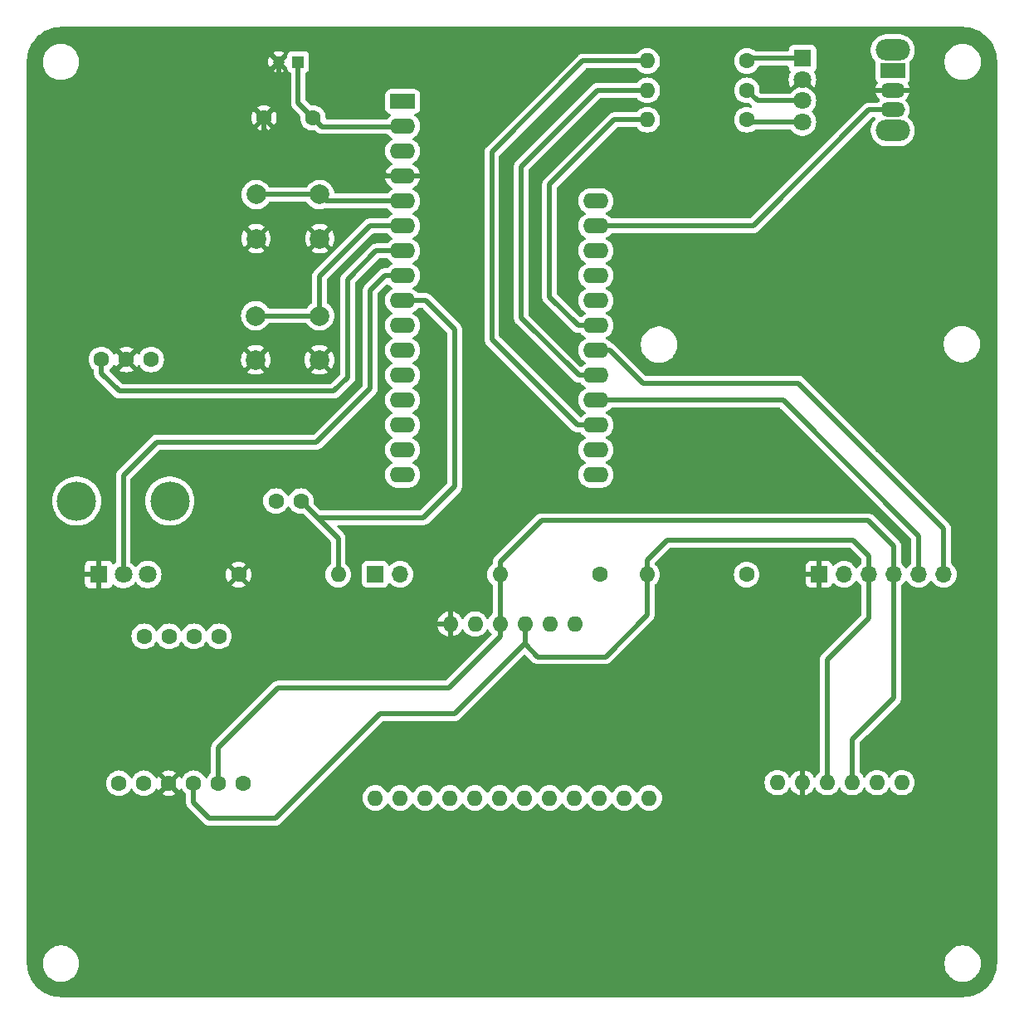
<source format=gbl>
G04 #@! TF.GenerationSoftware,KiCad,Pcbnew,8.0.8*
G04 #@! TF.CreationDate,2025-02-17T18:47:29+01:00*
G04 #@! TF.ProjectId,tesi,74657369-2e6b-4696-9361-645f70636258,rev?*
G04 #@! TF.SameCoordinates,Original*
G04 #@! TF.FileFunction,Copper,L2,Bot*
G04 #@! TF.FilePolarity,Positive*
%FSLAX46Y46*%
G04 Gerber Fmt 4.6, Leading zero omitted, Abs format (unit mm)*
G04 Created by KiCad (PCBNEW 8.0.8) date 2025-02-17 18:47:29*
%MOMM*%
%LPD*%
G01*
G04 APERTURE LIST*
G04 Aperture macros list*
%AMRoundRect*
0 Rectangle with rounded corners*
0 $1 Rounding radius*
0 $2 $3 $4 $5 $6 $7 $8 $9 X,Y pos of 4 corners*
0 Add a 4 corners polygon primitive as box body*
4,1,4,$2,$3,$4,$5,$6,$7,$8,$9,$2,$3,0*
0 Add four circle primitives for the rounded corners*
1,1,$1+$1,$2,$3*
1,1,$1+$1,$4,$5*
1,1,$1+$1,$6,$7*
1,1,$1+$1,$8,$9*
0 Add four rect primitives between the rounded corners*
20,1,$1+$1,$2,$3,$4,$5,0*
20,1,$1+$1,$4,$5,$6,$7,0*
20,1,$1+$1,$6,$7,$8,$9,0*
20,1,$1+$1,$8,$9,$2,$3,0*%
G04 Aperture macros list end*
G04 #@! TA.AperFunction,ComponentPad*
%ADD10C,1.600000*%
G04 #@! TD*
G04 #@! TA.AperFunction,ComponentPad*
%ADD11O,1.600000X1.600000*%
G04 #@! TD*
G04 #@! TA.AperFunction,ComponentPad*
%ADD12RoundRect,0.250000X-1.050000X-0.550000X1.050000X-0.550000X1.050000X0.550000X-1.050000X0.550000X0*%
G04 #@! TD*
G04 #@! TA.AperFunction,ComponentPad*
%ADD13O,2.600000X1.600000*%
G04 #@! TD*
G04 #@! TA.AperFunction,ComponentPad*
%ADD14R,1.700000X1.700000*%
G04 #@! TD*
G04 #@! TA.AperFunction,ComponentPad*
%ADD15O,1.700000X1.700000*%
G04 #@! TD*
G04 #@! TA.AperFunction,ComponentPad*
%ADD16R,1.200000X1.200000*%
G04 #@! TD*
G04 #@! TA.AperFunction,ComponentPad*
%ADD17C,1.200000*%
G04 #@! TD*
G04 #@! TA.AperFunction,ComponentPad*
%ADD18R,1.800000X1.800000*%
G04 #@! TD*
G04 #@! TA.AperFunction,ComponentPad*
%ADD19C,1.800000*%
G04 #@! TD*
G04 #@! TA.AperFunction,ComponentPad*
%ADD20C,2.000000*%
G04 #@! TD*
G04 #@! TA.AperFunction,ComponentPad*
%ADD21O,3.500000X2.200000*%
G04 #@! TD*
G04 #@! TA.AperFunction,ComponentPad*
%ADD22R,2.500000X1.500000*%
G04 #@! TD*
G04 #@! TA.AperFunction,ComponentPad*
%ADD23O,2.500000X1.500000*%
G04 #@! TD*
G04 #@! TA.AperFunction,ComponentPad*
%ADD24O,4.000000X4.000000*%
G04 #@! TD*
G04 #@! TA.AperFunction,Conductor*
%ADD25C,0.500000*%
G04 #@! TD*
G04 APERTURE END LIST*
D10*
X124625504Y-40100000D03*
D11*
X114465504Y-40100000D03*
D12*
X89503759Y-41240485D03*
D13*
X89503759Y-43780485D03*
X89503759Y-46320485D03*
X89503759Y-48860485D03*
X89503759Y-51400485D03*
X89503759Y-53940485D03*
X89503759Y-56480485D03*
X89503759Y-59020485D03*
X89503759Y-61560485D03*
X89503759Y-64100485D03*
X89503759Y-66640485D03*
X89503759Y-69180485D03*
X89503759Y-71720485D03*
X89503759Y-74260485D03*
X89503759Y-76800485D03*
X89503759Y-79340485D03*
X109223759Y-79340485D03*
X109223759Y-76800485D03*
X109223759Y-74260485D03*
X109223759Y-71720485D03*
X109223759Y-69180485D03*
X109223759Y-66640485D03*
X109223759Y-64100485D03*
X109223759Y-61560485D03*
X109223759Y-59020485D03*
X109223759Y-56480485D03*
X109223759Y-53940485D03*
X109223759Y-51400485D03*
D10*
X65640000Y-110800485D03*
X60560000Y-110800485D03*
X63100000Y-110800485D03*
X70750000Y-95800485D03*
X68210000Y-95800485D03*
X73260000Y-110800485D03*
X63130000Y-95800485D03*
X65670000Y-95800485D03*
X68180000Y-110800485D03*
X70720000Y-110800485D03*
X109600000Y-89505774D03*
D11*
X99440000Y-89505774D03*
X94363759Y-94550485D03*
X96903759Y-94550485D03*
X99443759Y-94550485D03*
X101983759Y-94550485D03*
X104523759Y-94550485D03*
X107063759Y-94550485D03*
X86723759Y-112300485D03*
X89263759Y-112300485D03*
X91803759Y-112300485D03*
X94343759Y-112300485D03*
X96883759Y-112300485D03*
X99423759Y-112300485D03*
X101963759Y-112300485D03*
X104503759Y-112300485D03*
X107043759Y-112300485D03*
X109583759Y-112300485D03*
X112123759Y-112300485D03*
X114663759Y-112300485D03*
D10*
X79121879Y-82000000D03*
X76581879Y-82000000D03*
D11*
X114440000Y-89500000D03*
D10*
X124600000Y-89500000D03*
X124625504Y-43100000D03*
D11*
X114465504Y-43100000D03*
D14*
X132000000Y-89475000D03*
D15*
X134540000Y-89475000D03*
X137080000Y-89475000D03*
X139620000Y-89475000D03*
X142160000Y-89475000D03*
X144700000Y-89475000D03*
D16*
X78851879Y-37198932D03*
D17*
X76851879Y-37198932D03*
D10*
X63850000Y-67559311D03*
X61310000Y-67559311D03*
X58770000Y-67559311D03*
D18*
X130300000Y-36850485D03*
D19*
X130300000Y-39009485D03*
X130300000Y-41168485D03*
X130300000Y-43327485D03*
D20*
X81055544Y-55230742D03*
X74555544Y-55230742D03*
X81055544Y-50730742D03*
X74555544Y-50730742D03*
D14*
X86710000Y-89475000D03*
D15*
X89250000Y-89475000D03*
D21*
X139500000Y-35990485D03*
X139500000Y-44190485D03*
D22*
X139500000Y-38090485D03*
D23*
X139500000Y-40090485D03*
X139500000Y-42090485D03*
D11*
X127740000Y-110727696D03*
X130280000Y-110727696D03*
X132820000Y-110727696D03*
X135360000Y-110727696D03*
X137900000Y-110727696D03*
X140440000Y-110727696D03*
D10*
X80351879Y-42910485D03*
X75351879Y-42910485D03*
X72771879Y-89500000D03*
D11*
X82931879Y-89500000D03*
D10*
X124625504Y-37100000D03*
D11*
X114465504Y-37100000D03*
D20*
X81019506Y-67600000D03*
X74519506Y-67600000D03*
X81019506Y-63100000D03*
X74519506Y-63100000D03*
D24*
X56250000Y-82000000D03*
X65750000Y-82000000D03*
D18*
X58500000Y-89500000D03*
D19*
X61000000Y-89500000D03*
X63500000Y-89500000D03*
D25*
X101600000Y-63300000D02*
X107480485Y-69180485D01*
X101600000Y-47900000D02*
X101600000Y-63300000D01*
X114465504Y-40100000D02*
X109400000Y-40100000D01*
X107480485Y-69180485D02*
X109523759Y-69180485D01*
X109400000Y-40100000D02*
X101600000Y-47900000D01*
X86200000Y-60500000D02*
X87679515Y-59020485D01*
X61000000Y-89500000D02*
X61000000Y-79400000D01*
X61000000Y-79400000D02*
X64400000Y-76000000D01*
X80700000Y-76000000D02*
X86200000Y-70500000D01*
X86200000Y-70500000D02*
X86200000Y-60500000D01*
X64400000Y-76000000D02*
X80700000Y-76000000D01*
X87679515Y-59020485D02*
X89203759Y-59020485D01*
X142160000Y-89475000D02*
X142160000Y-85560000D01*
X142160000Y-85560000D02*
X128320485Y-71720485D01*
X128320485Y-71720485D02*
X109523759Y-71720485D01*
X139500000Y-42090485D02*
X137109515Y-42090485D01*
X137109515Y-42090485D02*
X125259515Y-53940485D01*
X125259515Y-53940485D02*
X109523759Y-53940485D01*
X78851879Y-37198932D02*
X78851879Y-41410485D01*
X80351879Y-42910485D02*
X81241394Y-43800000D01*
X78851879Y-41410485D02*
X80351879Y-42910485D01*
X81241394Y-43800000D02*
X89184244Y-43800000D01*
X89184244Y-43800000D02*
X89203759Y-43780485D01*
X129900000Y-70000000D02*
X114000000Y-70000000D01*
X144700000Y-84800000D02*
X129900000Y-70000000D01*
X114000000Y-70000000D02*
X110640485Y-66640485D01*
X144700000Y-89475000D02*
X144700000Y-84800000D01*
X110640485Y-66640485D02*
X109523759Y-66640485D01*
X107900000Y-37100000D02*
X98600000Y-46400000D01*
X107360485Y-74260485D02*
X109523759Y-74260485D01*
X98600000Y-65500000D02*
X107360485Y-74260485D01*
X114465504Y-37100000D02*
X107900000Y-37100000D01*
X98600000Y-46400000D02*
X98600000Y-65500000D01*
X91860485Y-61560485D02*
X89203759Y-61560485D01*
X94800000Y-80500000D02*
X94800000Y-64500000D01*
X91600000Y-83700000D02*
X94800000Y-80500000D01*
X82931879Y-85810000D02*
X79121879Y-82000000D01*
X80821879Y-83700000D02*
X91600000Y-83700000D01*
X79121879Y-82000000D02*
X80821879Y-83700000D01*
X82931879Y-89500000D02*
X82931879Y-85810000D01*
X94800000Y-64500000D02*
X91860485Y-61560485D01*
X114465504Y-43100000D02*
X111100000Y-43100000D01*
X104500000Y-61200000D02*
X107400485Y-64100485D01*
X111100000Y-43100000D02*
X104500000Y-49700000D01*
X104500000Y-49700000D02*
X104500000Y-61200000D01*
X107400485Y-64100485D02*
X109523759Y-64100485D01*
X125045504Y-36850485D02*
X124625504Y-37270485D01*
X130300000Y-36850485D02*
X124875019Y-36850485D01*
X124875019Y-36850485D02*
X124625504Y-37100000D01*
X125017000Y-43327485D02*
X124600000Y-42910485D01*
X124852989Y-43327485D02*
X124625504Y-43100000D01*
X130300000Y-43327485D02*
X124852989Y-43327485D01*
X70720000Y-107180000D02*
X70720000Y-110700000D01*
X103677479Y-84000000D02*
X99440000Y-88237479D01*
X135360000Y-110727696D02*
X135360000Y-106340000D01*
X99440000Y-88237479D02*
X99440000Y-89505774D01*
X99443759Y-94550485D02*
X99443759Y-95856241D01*
X99443759Y-95856241D02*
X94200000Y-101100000D01*
X139620000Y-86620000D02*
X137000000Y-84000000D01*
X94200000Y-101100000D02*
X76800000Y-101100000D01*
X99440000Y-94546726D02*
X99443759Y-94550485D01*
X139620000Y-102080000D02*
X139620000Y-89475000D01*
X76800000Y-101100000D02*
X70720000Y-107180000D01*
X137000000Y-84000000D02*
X103677479Y-84000000D01*
X99440000Y-89505774D02*
X99440000Y-94546726D01*
X139620000Y-89475000D02*
X139620000Y-86620000D01*
X135360000Y-106340000D02*
X139620000Y-102080000D01*
X68180000Y-110700000D02*
X68180000Y-112780000D01*
X101983759Y-96516241D02*
X101983759Y-94550485D01*
X76500000Y-114400000D02*
X87200000Y-103700000D01*
X137080000Y-87580000D02*
X137080000Y-89475000D01*
X103300000Y-97900000D02*
X101983759Y-96583759D01*
X110200000Y-97900000D02*
X103300000Y-97900000D01*
X94800000Y-103700000D02*
X101983759Y-96516241D01*
X114440000Y-89500000D02*
X114440000Y-93660000D01*
X114440000Y-89500000D02*
X114440000Y-88030000D01*
X101983759Y-96583759D02*
X101983759Y-94550485D01*
X69800000Y-114400000D02*
X76500000Y-114400000D01*
X114440000Y-88030000D02*
X116470000Y-86000000D01*
X68180000Y-112780000D02*
X69800000Y-114400000D01*
X132820000Y-98180000D02*
X137080000Y-93920000D01*
X114440000Y-93660000D02*
X110200000Y-97900000D01*
X135500000Y-86000000D02*
X137080000Y-87580000D01*
X132820000Y-110727696D02*
X132820000Y-98180000D01*
X137080000Y-93920000D02*
X137080000Y-89475000D01*
X87200000Y-103700000D02*
X94800000Y-103700000D01*
X116470000Y-86000000D02*
X135500000Y-86000000D01*
X125693989Y-41168485D02*
X124625504Y-40100000D01*
X130300000Y-41168485D02*
X125693989Y-41168485D01*
X76851879Y-41410485D02*
X75351879Y-42910485D01*
X76851879Y-37198932D02*
X76851879Y-41410485D01*
X85000000Y-46100000D02*
X87760485Y-48860485D01*
X77400000Y-46100000D02*
X85000000Y-46100000D01*
X87760485Y-48860485D02*
X89203759Y-48860485D01*
X75351879Y-44051879D02*
X77400000Y-46100000D01*
X75351879Y-42910485D02*
X75351879Y-44051879D01*
X58770000Y-67559311D02*
X58770000Y-68970000D01*
X82500000Y-70800000D02*
X83900000Y-69400000D01*
X58770000Y-68970000D02*
X60600000Y-70800000D01*
X60600000Y-70800000D02*
X82500000Y-70800000D01*
X83900000Y-59400000D02*
X86819515Y-56480485D01*
X83900000Y-69400000D02*
X83900000Y-59400000D01*
X86819515Y-56480485D02*
X89203759Y-56480485D01*
X74519506Y-63100000D02*
X81019506Y-63100000D01*
X86159515Y-53940485D02*
X89203759Y-53940485D01*
X81019506Y-59080494D02*
X86159515Y-53940485D01*
X81019506Y-63100000D02*
X81019506Y-59080494D01*
X81724802Y-51400000D02*
X89203274Y-51400000D01*
X89203274Y-51400000D02*
X89203759Y-51400485D01*
X81055544Y-50730742D02*
X81724802Y-51400000D01*
X74555544Y-50730742D02*
X81055544Y-50730742D01*
G04 #@! TA.AperFunction,Conductor*
G36*
X146664363Y-33624581D02*
G01*
X146998262Y-33640987D01*
X147010368Y-33642179D01*
X147338042Y-33690787D01*
X147349941Y-33693154D01*
X147671295Y-33773650D01*
X147682908Y-33777174D01*
X147994807Y-33888774D01*
X148006021Y-33893419D01*
X148305488Y-34035057D01*
X148316213Y-34040790D01*
X148600294Y-34211062D01*
X148600328Y-34211082D01*
X148610443Y-34217840D01*
X148876506Y-34415165D01*
X148885905Y-34422878D01*
X149131352Y-34645338D01*
X149139942Y-34653928D01*
X149244864Y-34769690D01*
X149362400Y-34899369D01*
X149370116Y-34908771D01*
X149399088Y-34947835D01*
X149567436Y-35174824D01*
X149574197Y-35184941D01*
X149744499Y-35469065D01*
X149750235Y-35479797D01*
X149887168Y-35769312D01*
X149891859Y-35779229D01*
X149896516Y-35790472D01*
X150008114Y-36102359D01*
X150011646Y-36114003D01*
X150092132Y-36435303D01*
X150094507Y-36447238D01*
X150143116Y-36774902D01*
X150144309Y-36787011D01*
X150160686Y-37120237D01*
X150160835Y-37126324D01*
X150160835Y-129120878D01*
X150160685Y-129126966D01*
X150144272Y-129460839D01*
X150143079Y-129472949D01*
X150094468Y-129800603D01*
X150092094Y-129812537D01*
X150011603Y-130133842D01*
X150008071Y-130145487D01*
X149896469Y-130457375D01*
X149891812Y-130468617D01*
X149750188Y-130768043D01*
X149744452Y-130778774D01*
X149574152Y-131062897D01*
X149567391Y-131073014D01*
X149370076Y-131339060D01*
X149362357Y-131348466D01*
X149139908Y-131593901D01*
X149131303Y-131602506D01*
X148885868Y-131824955D01*
X148876462Y-131832674D01*
X148610416Y-132029989D01*
X148600299Y-132036750D01*
X148316176Y-132207051D01*
X148305445Y-132212787D01*
X148006019Y-132354411D01*
X147994777Y-132359068D01*
X147682890Y-132470670D01*
X147671245Y-132474202D01*
X147349939Y-132554693D01*
X147338005Y-132557067D01*
X147010351Y-132605679D01*
X146998241Y-132606872D01*
X146664430Y-132623282D01*
X146658342Y-132623432D01*
X54734833Y-132623432D01*
X54734817Y-132623431D01*
X54664379Y-132623431D01*
X54658296Y-132623282D01*
X54324403Y-132606882D01*
X54312292Y-132605689D01*
X53984639Y-132557088D01*
X53972704Y-132554714D01*
X53651395Y-132474233D01*
X53639750Y-132470701D01*
X53327868Y-132359109D01*
X53316625Y-132354452D01*
X53017182Y-132212827D01*
X53006455Y-132207092D01*
X52722346Y-132036804D01*
X52712228Y-132030043D01*
X52446171Y-131832720D01*
X52436764Y-131825001D01*
X52191326Y-131602548D01*
X52182722Y-131593943D01*
X51960280Y-131348514D01*
X51952560Y-131339107D01*
X51952525Y-131339060D01*
X51755244Y-131073053D01*
X51748484Y-131062937D01*
X51683781Y-130954984D01*
X51578188Y-130778808D01*
X51572456Y-130768084D01*
X51559584Y-130740868D01*
X51430836Y-130468647D01*
X51426180Y-130457405D01*
X51314591Y-130145523D01*
X51311059Y-130133878D01*
X51230579Y-129812568D01*
X51228205Y-129800633D01*
X51227374Y-129795032D01*
X51179606Y-129472975D01*
X51178414Y-129460869D01*
X51165109Y-129189943D01*
X51161983Y-129126292D01*
X51161835Y-129120230D01*
X51161836Y-129077643D01*
X52789235Y-129077643D01*
X52789235Y-129320220D01*
X52820896Y-129560717D01*
X52883682Y-129795036D01*
X52976508Y-130019137D01*
X52976511Y-130019144D01*
X53097799Y-130229221D01*
X53097801Y-130229224D01*
X53097802Y-130229225D01*
X53245468Y-130421668D01*
X53245474Y-130421675D01*
X53416991Y-130593192D01*
X53416997Y-130593197D01*
X53609446Y-130740868D01*
X53819523Y-130862156D01*
X54043635Y-130954986D01*
X54277946Y-131017770D01*
X54458321Y-131041516D01*
X54518446Y-131049432D01*
X54518447Y-131049432D01*
X54761024Y-131049432D01*
X54809123Y-131043099D01*
X55001524Y-131017770D01*
X55235835Y-130954986D01*
X55459947Y-130862156D01*
X55670024Y-130740868D01*
X55862473Y-130593197D01*
X56034000Y-130421670D01*
X56181671Y-130229221D01*
X56302959Y-130019144D01*
X56395789Y-129795032D01*
X56458573Y-129560721D01*
X56490235Y-129320220D01*
X56490235Y-129077644D01*
X56490235Y-129077643D01*
X144789235Y-129077643D01*
X144789235Y-129320220D01*
X144820896Y-129560717D01*
X144883682Y-129795036D01*
X144976508Y-130019137D01*
X144976511Y-130019144D01*
X145097799Y-130229221D01*
X145097801Y-130229224D01*
X145097802Y-130229225D01*
X145245468Y-130421668D01*
X145245474Y-130421675D01*
X145416991Y-130593192D01*
X145416997Y-130593197D01*
X145609446Y-130740868D01*
X145819523Y-130862156D01*
X146043635Y-130954986D01*
X146277946Y-131017770D01*
X146458321Y-131041516D01*
X146518446Y-131049432D01*
X146518447Y-131049432D01*
X146761024Y-131049432D01*
X146809123Y-131043099D01*
X147001524Y-131017770D01*
X147235835Y-130954986D01*
X147459947Y-130862156D01*
X147670024Y-130740868D01*
X147862473Y-130593197D01*
X148034000Y-130421670D01*
X148181671Y-130229221D01*
X148302959Y-130019144D01*
X148395789Y-129795032D01*
X148458573Y-129560721D01*
X148490235Y-129320220D01*
X148490235Y-129077644D01*
X148458573Y-128837143D01*
X148395789Y-128602832D01*
X148302959Y-128378720D01*
X148181671Y-128168643D01*
X148034000Y-127976194D01*
X148033995Y-127976188D01*
X147862478Y-127804671D01*
X147862471Y-127804665D01*
X147670028Y-127656999D01*
X147670027Y-127656998D01*
X147670024Y-127656996D01*
X147459947Y-127535708D01*
X147459940Y-127535705D01*
X147235839Y-127442879D01*
X147001520Y-127380093D01*
X146761024Y-127348432D01*
X146761023Y-127348432D01*
X146518447Y-127348432D01*
X146518446Y-127348432D01*
X146277949Y-127380093D01*
X146043630Y-127442879D01*
X145819529Y-127535705D01*
X145819520Y-127535709D01*
X145609441Y-127656999D01*
X145416998Y-127804665D01*
X145416991Y-127804671D01*
X145245474Y-127976188D01*
X145245468Y-127976195D01*
X145097802Y-128168638D01*
X144976512Y-128378717D01*
X144976508Y-128378726D01*
X144883682Y-128602827D01*
X144820896Y-128837146D01*
X144789235Y-129077643D01*
X56490235Y-129077643D01*
X56458573Y-128837143D01*
X56395789Y-128602832D01*
X56302959Y-128378720D01*
X56181671Y-128168643D01*
X56034000Y-127976194D01*
X56033995Y-127976188D01*
X55862478Y-127804671D01*
X55862471Y-127804665D01*
X55670028Y-127656999D01*
X55670027Y-127656998D01*
X55670024Y-127656996D01*
X55459947Y-127535708D01*
X55459940Y-127535705D01*
X55235839Y-127442879D01*
X55001520Y-127380093D01*
X54761024Y-127348432D01*
X54761023Y-127348432D01*
X54518447Y-127348432D01*
X54518446Y-127348432D01*
X54277949Y-127380093D01*
X54043630Y-127442879D01*
X53819529Y-127535705D01*
X53819520Y-127535709D01*
X53609441Y-127656999D01*
X53416998Y-127804665D01*
X53416991Y-127804671D01*
X53245474Y-127976188D01*
X53245468Y-127976195D01*
X53097802Y-128168638D01*
X52976512Y-128378717D01*
X52976508Y-128378726D01*
X52883682Y-128602827D01*
X52820896Y-128837146D01*
X52789235Y-129077643D01*
X51161836Y-129077643D01*
X51161836Y-129058048D01*
X51161835Y-129058044D01*
X51161835Y-110800483D01*
X59254532Y-110800483D01*
X59254532Y-110800486D01*
X59274364Y-111027171D01*
X59274366Y-111027182D01*
X59333258Y-111246973D01*
X59333261Y-111246982D01*
X59429431Y-111453217D01*
X59429432Y-111453219D01*
X59559954Y-111639626D01*
X59720858Y-111800530D01*
X59720861Y-111800532D01*
X59907266Y-111931053D01*
X60113504Y-112027224D01*
X60333308Y-112086120D01*
X60495230Y-112100286D01*
X60559998Y-112105953D01*
X60560000Y-112105953D01*
X60560002Y-112105953D01*
X60616673Y-112100994D01*
X60786692Y-112086120D01*
X61006496Y-112027224D01*
X61212734Y-111931053D01*
X61399139Y-111800532D01*
X61560047Y-111639624D01*
X61690568Y-111453219D01*
X61717618Y-111395209D01*
X61763790Y-111342770D01*
X61830983Y-111323618D01*
X61897865Y-111343833D01*
X61942382Y-111395210D01*
X61969429Y-111453213D01*
X61969432Y-111453219D01*
X62099954Y-111639626D01*
X62260858Y-111800530D01*
X62260861Y-111800532D01*
X62447266Y-111931053D01*
X62653504Y-112027224D01*
X62873308Y-112086120D01*
X63035230Y-112100286D01*
X63099998Y-112105953D01*
X63100000Y-112105953D01*
X63100002Y-112105953D01*
X63156673Y-112100994D01*
X63326692Y-112086120D01*
X63546496Y-112027224D01*
X63752734Y-111931053D01*
X63939139Y-111800532D01*
X64100047Y-111639624D01*
X64230568Y-111453219D01*
X64257893Y-111394619D01*
X64304065Y-111342180D01*
X64371258Y-111323028D01*
X64438139Y-111343243D01*
X64482657Y-111394619D01*
X64509864Y-111452965D01*
X64560974Y-111525957D01*
X65157037Y-110929893D01*
X65174075Y-110993478D01*
X65239901Y-111107492D01*
X65332993Y-111200584D01*
X65447007Y-111266410D01*
X65510590Y-111283447D01*
X64914526Y-111879510D01*
X64987513Y-111930617D01*
X64987521Y-111930621D01*
X65193668Y-112026749D01*
X65193682Y-112026754D01*
X65413389Y-112085624D01*
X65413400Y-112085626D01*
X65639998Y-112105451D01*
X65640002Y-112105451D01*
X65866599Y-112085626D01*
X65866610Y-112085624D01*
X66086317Y-112026754D01*
X66086331Y-112026749D01*
X66292478Y-111930621D01*
X66365471Y-111879509D01*
X65769409Y-111283447D01*
X65832993Y-111266410D01*
X65947007Y-111200584D01*
X66040099Y-111107492D01*
X66105925Y-110993478D01*
X66122962Y-110929894D01*
X66719024Y-111525956D01*
X66770133Y-111452967D01*
X66797341Y-111394620D01*
X66843513Y-111342181D01*
X66910707Y-111323028D01*
X66977588Y-111343243D01*
X67022105Y-111394617D01*
X67049432Y-111453219D01*
X67055123Y-111461346D01*
X67179954Y-111639626D01*
X67340859Y-111800531D01*
X67376621Y-111825571D01*
X67420247Y-111880147D01*
X67429500Y-111927147D01*
X67429500Y-112853918D01*
X67429500Y-112853920D01*
X67429499Y-112853920D01*
X67458340Y-112998907D01*
X67458343Y-112998917D01*
X67514914Y-113135492D01*
X67547812Y-113184727D01*
X67547813Y-113184730D01*
X67597046Y-113258414D01*
X67597052Y-113258421D01*
X69321584Y-114982952D01*
X69321586Y-114982954D01*
X69351058Y-115002645D01*
X69395270Y-115032186D01*
X69444505Y-115065084D01*
X69444506Y-115065084D01*
X69444507Y-115065085D01*
X69444509Y-115065086D01*
X69581082Y-115121656D01*
X69581087Y-115121658D01*
X69581091Y-115121658D01*
X69581092Y-115121659D01*
X69726079Y-115150500D01*
X69726082Y-115150500D01*
X76573920Y-115150500D01*
X76671462Y-115131096D01*
X76718913Y-115121658D01*
X76855495Y-115065084D01*
X76904729Y-115032186D01*
X76904734Y-115032183D01*
X76929071Y-115015921D01*
X76978416Y-114982952D01*
X79660884Y-112300483D01*
X85418291Y-112300483D01*
X85418291Y-112300486D01*
X85438123Y-112527171D01*
X85438125Y-112527182D01*
X85497017Y-112746973D01*
X85497020Y-112746982D01*
X85593190Y-112953217D01*
X85593191Y-112953219D01*
X85723713Y-113139626D01*
X85884617Y-113300530D01*
X85884620Y-113300532D01*
X86071025Y-113431053D01*
X86277263Y-113527224D01*
X86497067Y-113586120D01*
X86658989Y-113600286D01*
X86723757Y-113605953D01*
X86723759Y-113605953D01*
X86723761Y-113605953D01*
X86780432Y-113600994D01*
X86950451Y-113586120D01*
X87170255Y-113527224D01*
X87376493Y-113431053D01*
X87562898Y-113300532D01*
X87723806Y-113139624D01*
X87854327Y-112953219D01*
X87881377Y-112895209D01*
X87927549Y-112842770D01*
X87994742Y-112823618D01*
X88061624Y-112843833D01*
X88106141Y-112895210D01*
X88133188Y-112953213D01*
X88133191Y-112953219D01*
X88263713Y-113139626D01*
X88424617Y-113300530D01*
X88424620Y-113300532D01*
X88611025Y-113431053D01*
X88817263Y-113527224D01*
X89037067Y-113586120D01*
X89198989Y-113600286D01*
X89263757Y-113605953D01*
X89263759Y-113605953D01*
X89263761Y-113605953D01*
X89320432Y-113600994D01*
X89490451Y-113586120D01*
X89710255Y-113527224D01*
X89916493Y-113431053D01*
X90102898Y-113300532D01*
X90263806Y-113139624D01*
X90394327Y-112953219D01*
X90421377Y-112895209D01*
X90467549Y-112842770D01*
X90534742Y-112823618D01*
X90601624Y-112843833D01*
X90646141Y-112895210D01*
X90673188Y-112953213D01*
X90673191Y-112953219D01*
X90803713Y-113139626D01*
X90964617Y-113300530D01*
X90964620Y-113300532D01*
X91151025Y-113431053D01*
X91357263Y-113527224D01*
X91577067Y-113586120D01*
X91738989Y-113600286D01*
X91803757Y-113605953D01*
X91803759Y-113605953D01*
X91803761Y-113605953D01*
X91860432Y-113600994D01*
X92030451Y-113586120D01*
X92250255Y-113527224D01*
X92456493Y-113431053D01*
X92642898Y-113300532D01*
X92803806Y-113139624D01*
X92934327Y-112953219D01*
X92961377Y-112895209D01*
X93007549Y-112842770D01*
X93074742Y-112823618D01*
X93141624Y-112843833D01*
X93186141Y-112895210D01*
X93213188Y-112953213D01*
X93213191Y-112953219D01*
X93343713Y-113139626D01*
X93504617Y-113300530D01*
X93504620Y-113300532D01*
X93691025Y-113431053D01*
X93897263Y-113527224D01*
X94117067Y-113586120D01*
X94278989Y-113600286D01*
X94343757Y-113605953D01*
X94343759Y-113605953D01*
X94343761Y-113605953D01*
X94400432Y-113600994D01*
X94570451Y-113586120D01*
X94790255Y-113527224D01*
X94996493Y-113431053D01*
X95182898Y-113300532D01*
X95343806Y-113139624D01*
X95474327Y-112953219D01*
X95501377Y-112895209D01*
X95547549Y-112842770D01*
X95614742Y-112823618D01*
X95681624Y-112843833D01*
X95726141Y-112895210D01*
X95753188Y-112953213D01*
X95753191Y-112953219D01*
X95883713Y-113139626D01*
X96044617Y-113300530D01*
X96044620Y-113300532D01*
X96231025Y-113431053D01*
X96437263Y-113527224D01*
X96657067Y-113586120D01*
X96818989Y-113600286D01*
X96883757Y-113605953D01*
X96883759Y-113605953D01*
X96883761Y-113605953D01*
X96940432Y-113600994D01*
X97110451Y-113586120D01*
X97330255Y-113527224D01*
X97536493Y-113431053D01*
X97722898Y-113300532D01*
X97883806Y-113139624D01*
X98014327Y-112953219D01*
X98041377Y-112895209D01*
X98087549Y-112842770D01*
X98154742Y-112823618D01*
X98221624Y-112843833D01*
X98266141Y-112895210D01*
X98293188Y-112953213D01*
X98293191Y-112953219D01*
X98423713Y-113139626D01*
X98584617Y-113300530D01*
X98584620Y-113300532D01*
X98771025Y-113431053D01*
X98977263Y-113527224D01*
X99197067Y-113586120D01*
X99358989Y-113600286D01*
X99423757Y-113605953D01*
X99423759Y-113605953D01*
X99423761Y-113605953D01*
X99480432Y-113600994D01*
X99650451Y-113586120D01*
X99870255Y-113527224D01*
X100076493Y-113431053D01*
X100262898Y-113300532D01*
X100423806Y-113139624D01*
X100554327Y-112953219D01*
X100581377Y-112895209D01*
X100627549Y-112842770D01*
X100694742Y-112823618D01*
X100761624Y-112843833D01*
X100806141Y-112895210D01*
X100833188Y-112953213D01*
X100833191Y-112953219D01*
X100963713Y-113139626D01*
X101124617Y-113300530D01*
X101124620Y-113300532D01*
X101311025Y-113431053D01*
X101517263Y-113527224D01*
X101737067Y-113586120D01*
X101898989Y-113600286D01*
X101963757Y-113605953D01*
X101963759Y-113605953D01*
X101963761Y-113605953D01*
X102020432Y-113600994D01*
X102190451Y-113586120D01*
X102410255Y-113527224D01*
X102616493Y-113431053D01*
X102802898Y-113300532D01*
X102963806Y-113139624D01*
X103094327Y-112953219D01*
X103121377Y-112895209D01*
X103167549Y-112842770D01*
X103234742Y-112823618D01*
X103301624Y-112843833D01*
X103346141Y-112895210D01*
X103373188Y-112953213D01*
X103373191Y-112953219D01*
X103503713Y-113139626D01*
X103664617Y-113300530D01*
X103664620Y-113300532D01*
X103851025Y-113431053D01*
X104057263Y-113527224D01*
X104277067Y-113586120D01*
X104438989Y-113600286D01*
X104503757Y-113605953D01*
X104503759Y-113605953D01*
X104503761Y-113605953D01*
X104560432Y-113600994D01*
X104730451Y-113586120D01*
X104950255Y-113527224D01*
X105156493Y-113431053D01*
X105342898Y-113300532D01*
X105503806Y-113139624D01*
X105634327Y-112953219D01*
X105661377Y-112895209D01*
X105707549Y-112842770D01*
X105774742Y-112823618D01*
X105841624Y-112843833D01*
X105886141Y-112895210D01*
X105913188Y-112953213D01*
X105913191Y-112953219D01*
X106043713Y-113139626D01*
X106204617Y-113300530D01*
X106204620Y-113300532D01*
X106391025Y-113431053D01*
X106597263Y-113527224D01*
X106817067Y-113586120D01*
X106978989Y-113600286D01*
X107043757Y-113605953D01*
X107043759Y-113605953D01*
X107043761Y-113605953D01*
X107100432Y-113600994D01*
X107270451Y-113586120D01*
X107490255Y-113527224D01*
X107696493Y-113431053D01*
X107882898Y-113300532D01*
X108043806Y-113139624D01*
X108174327Y-112953219D01*
X108201377Y-112895209D01*
X108247549Y-112842770D01*
X108314742Y-112823618D01*
X108381624Y-112843833D01*
X108426141Y-112895210D01*
X108453188Y-112953213D01*
X108453191Y-112953219D01*
X108583713Y-113139626D01*
X108744617Y-113300530D01*
X108744620Y-113300532D01*
X108931025Y-113431053D01*
X109137263Y-113527224D01*
X109357067Y-113586120D01*
X109518989Y-113600286D01*
X109583757Y-113605953D01*
X109583759Y-113605953D01*
X109583761Y-113605953D01*
X109640432Y-113600994D01*
X109810451Y-113586120D01*
X110030255Y-113527224D01*
X110236493Y-113431053D01*
X110422898Y-113300532D01*
X110583806Y-113139624D01*
X110714327Y-112953219D01*
X110741377Y-112895209D01*
X110787549Y-112842770D01*
X110854742Y-112823618D01*
X110921624Y-112843833D01*
X110966141Y-112895210D01*
X110993188Y-112953213D01*
X110993191Y-112953219D01*
X111123713Y-113139626D01*
X111284617Y-113300530D01*
X111284620Y-113300532D01*
X111471025Y-113431053D01*
X111677263Y-113527224D01*
X111897067Y-113586120D01*
X112058989Y-113600286D01*
X112123757Y-113605953D01*
X112123759Y-113605953D01*
X112123761Y-113605953D01*
X112180432Y-113600994D01*
X112350451Y-113586120D01*
X112570255Y-113527224D01*
X112776493Y-113431053D01*
X112962898Y-113300532D01*
X113123806Y-113139624D01*
X113254327Y-112953219D01*
X113281377Y-112895209D01*
X113327549Y-112842770D01*
X113394742Y-112823618D01*
X113461624Y-112843833D01*
X113506141Y-112895210D01*
X113533188Y-112953213D01*
X113533191Y-112953219D01*
X113663713Y-113139626D01*
X113824617Y-113300530D01*
X113824620Y-113300532D01*
X114011025Y-113431053D01*
X114217263Y-113527224D01*
X114437067Y-113586120D01*
X114598989Y-113600286D01*
X114663757Y-113605953D01*
X114663759Y-113605953D01*
X114663761Y-113605953D01*
X114720432Y-113600994D01*
X114890451Y-113586120D01*
X115110255Y-113527224D01*
X115316493Y-113431053D01*
X115502898Y-113300532D01*
X115663806Y-113139624D01*
X115794327Y-112953219D01*
X115890498Y-112746981D01*
X115949394Y-112527177D01*
X115969227Y-112300485D01*
X115949394Y-112073793D01*
X115897336Y-111879509D01*
X115890500Y-111853996D01*
X115890497Y-111853987D01*
X115794327Y-111647752D01*
X115794326Y-111647750D01*
X115737669Y-111566835D01*
X115663806Y-111461346D01*
X115663804Y-111461343D01*
X115502900Y-111300439D01*
X115316493Y-111169917D01*
X115316491Y-111169916D01*
X115110256Y-111073746D01*
X115110247Y-111073743D01*
X114890456Y-111014851D01*
X114890452Y-111014850D01*
X114890451Y-111014850D01*
X114890450Y-111014849D01*
X114890445Y-111014849D01*
X114663761Y-110995017D01*
X114663757Y-110995017D01*
X114437072Y-111014849D01*
X114437061Y-111014851D01*
X114217270Y-111073743D01*
X114217261Y-111073746D01*
X114011026Y-111169916D01*
X114011024Y-111169917D01*
X113824617Y-111300439D01*
X113663713Y-111461343D01*
X113533191Y-111647750D01*
X113533190Y-111647752D01*
X113506141Y-111705760D01*
X113459968Y-111758199D01*
X113392775Y-111777351D01*
X113325894Y-111757135D01*
X113281377Y-111705760D01*
X113254327Y-111647752D01*
X113254326Y-111647750D01*
X113197669Y-111566835D01*
X113123806Y-111461346D01*
X113123804Y-111461343D01*
X112962900Y-111300439D01*
X112776493Y-111169917D01*
X112776491Y-111169916D01*
X112570256Y-111073746D01*
X112570247Y-111073743D01*
X112350456Y-111014851D01*
X112350452Y-111014850D01*
X112350451Y-111014850D01*
X112350450Y-111014849D01*
X112350445Y-111014849D01*
X112123761Y-110995017D01*
X112123757Y-110995017D01*
X111897072Y-111014849D01*
X111897061Y-111014851D01*
X111677270Y-111073743D01*
X111677261Y-111073746D01*
X111471026Y-111169916D01*
X111471024Y-111169917D01*
X111284617Y-111300439D01*
X111123713Y-111461343D01*
X110993191Y-111647750D01*
X110993190Y-111647752D01*
X110966141Y-111705760D01*
X110919968Y-111758199D01*
X110852775Y-111777351D01*
X110785894Y-111757135D01*
X110741377Y-111705760D01*
X110714327Y-111647752D01*
X110714326Y-111647750D01*
X110657669Y-111566835D01*
X110583806Y-111461346D01*
X110583804Y-111461343D01*
X110422900Y-111300439D01*
X110236493Y-111169917D01*
X110236491Y-111169916D01*
X110030256Y-111073746D01*
X110030247Y-111073743D01*
X109810456Y-111014851D01*
X109810452Y-111014850D01*
X109810451Y-111014850D01*
X109810450Y-111014849D01*
X109810445Y-111014849D01*
X109583761Y-110995017D01*
X109583757Y-110995017D01*
X109357072Y-111014849D01*
X109357061Y-111014851D01*
X109137270Y-111073743D01*
X109137261Y-111073746D01*
X108931026Y-111169916D01*
X108931024Y-111169917D01*
X108744617Y-111300439D01*
X108583713Y-111461343D01*
X108453191Y-111647750D01*
X108453190Y-111647752D01*
X108426141Y-111705760D01*
X108379968Y-111758199D01*
X108312775Y-111777351D01*
X108245894Y-111757135D01*
X108201377Y-111705760D01*
X108174327Y-111647752D01*
X108174326Y-111647750D01*
X108117669Y-111566835D01*
X108043806Y-111461346D01*
X108043804Y-111461343D01*
X107882900Y-111300439D01*
X107696493Y-111169917D01*
X107696491Y-111169916D01*
X107490256Y-111073746D01*
X107490247Y-111073743D01*
X107270456Y-111014851D01*
X107270452Y-111014850D01*
X107270451Y-111014850D01*
X107270450Y-111014849D01*
X107270445Y-111014849D01*
X107043761Y-110995017D01*
X107043757Y-110995017D01*
X106817072Y-111014849D01*
X106817061Y-111014851D01*
X106597270Y-111073743D01*
X106597261Y-111073746D01*
X106391026Y-111169916D01*
X106391024Y-111169917D01*
X106204617Y-111300439D01*
X106043713Y-111461343D01*
X105913191Y-111647750D01*
X105913190Y-111647752D01*
X105886141Y-111705760D01*
X105839968Y-111758199D01*
X105772775Y-111777351D01*
X105705894Y-111757135D01*
X105661377Y-111705760D01*
X105634327Y-111647752D01*
X105634326Y-111647750D01*
X105577669Y-111566835D01*
X105503806Y-111461346D01*
X105503804Y-111461343D01*
X105342900Y-111300439D01*
X105156493Y-111169917D01*
X105156491Y-111169916D01*
X104950256Y-111073746D01*
X104950247Y-111073743D01*
X104730456Y-111014851D01*
X104730452Y-111014850D01*
X104730451Y-111014850D01*
X104730450Y-111014849D01*
X104730445Y-111014849D01*
X104503761Y-110995017D01*
X104503757Y-110995017D01*
X104277072Y-111014849D01*
X104277061Y-111014851D01*
X104057270Y-111073743D01*
X104057261Y-111073746D01*
X103851026Y-111169916D01*
X103851024Y-111169917D01*
X103664617Y-111300439D01*
X103503713Y-111461343D01*
X103373191Y-111647750D01*
X103373190Y-111647752D01*
X103346141Y-111705760D01*
X103299968Y-111758199D01*
X103232775Y-111777351D01*
X103165894Y-111757135D01*
X103121377Y-111705760D01*
X103094327Y-111647752D01*
X103094326Y-111647750D01*
X103037669Y-111566835D01*
X102963806Y-111461346D01*
X102963804Y-111461343D01*
X102802900Y-111300439D01*
X102616493Y-111169917D01*
X102616491Y-111169916D01*
X102410256Y-111073746D01*
X102410247Y-111073743D01*
X102190456Y-111014851D01*
X102190452Y-111014850D01*
X102190451Y-111014850D01*
X102190450Y-111014849D01*
X102190445Y-111014849D01*
X101963761Y-110995017D01*
X101963757Y-110995017D01*
X101737072Y-111014849D01*
X101737061Y-111014851D01*
X101517270Y-111073743D01*
X101517261Y-111073746D01*
X101311026Y-111169916D01*
X101311024Y-111169917D01*
X101124617Y-111300439D01*
X100963713Y-111461343D01*
X100833191Y-111647750D01*
X100833190Y-111647752D01*
X100806141Y-111705760D01*
X100759968Y-111758199D01*
X100692775Y-111777351D01*
X100625894Y-111757135D01*
X100581377Y-111705760D01*
X100554327Y-111647752D01*
X100554326Y-111647750D01*
X100497669Y-111566835D01*
X100423806Y-111461346D01*
X100423804Y-111461343D01*
X100262900Y-111300439D01*
X100076493Y-111169917D01*
X100076491Y-111169916D01*
X99870256Y-111073746D01*
X99870247Y-111073743D01*
X99650456Y-111014851D01*
X99650452Y-111014850D01*
X99650451Y-111014850D01*
X99650450Y-111014849D01*
X99650445Y-111014849D01*
X99423761Y-110995017D01*
X99423757Y-110995017D01*
X99197072Y-111014849D01*
X99197061Y-111014851D01*
X98977270Y-111073743D01*
X98977261Y-111073746D01*
X98771026Y-111169916D01*
X98771024Y-111169917D01*
X98584617Y-111300439D01*
X98423713Y-111461343D01*
X98293191Y-111647750D01*
X98293190Y-111647752D01*
X98266141Y-111705760D01*
X98219968Y-111758199D01*
X98152775Y-111777351D01*
X98085894Y-111757135D01*
X98041377Y-111705760D01*
X98014327Y-111647752D01*
X98014326Y-111647750D01*
X97957669Y-111566835D01*
X97883806Y-111461346D01*
X97883804Y-111461343D01*
X97722900Y-111300439D01*
X97536493Y-111169917D01*
X97536491Y-111169916D01*
X97330256Y-111073746D01*
X97330247Y-111073743D01*
X97110456Y-111014851D01*
X97110452Y-111014850D01*
X97110451Y-111014850D01*
X97110450Y-111014849D01*
X97110445Y-111014849D01*
X96883761Y-110995017D01*
X96883757Y-110995017D01*
X96657072Y-111014849D01*
X96657061Y-111014851D01*
X96437270Y-111073743D01*
X96437261Y-111073746D01*
X96231026Y-111169916D01*
X96231024Y-111169917D01*
X96044617Y-111300439D01*
X95883713Y-111461343D01*
X95753191Y-111647750D01*
X95753190Y-111647752D01*
X95726141Y-111705760D01*
X95679968Y-111758199D01*
X95612775Y-111777351D01*
X95545894Y-111757135D01*
X95501377Y-111705760D01*
X95474327Y-111647752D01*
X95474326Y-111647750D01*
X95417669Y-111566835D01*
X95343806Y-111461346D01*
X95343804Y-111461343D01*
X95182900Y-111300439D01*
X94996493Y-111169917D01*
X94996491Y-111169916D01*
X94790256Y-111073746D01*
X94790247Y-111073743D01*
X94570456Y-111014851D01*
X94570452Y-111014850D01*
X94570451Y-111014850D01*
X94570450Y-111014849D01*
X94570445Y-111014849D01*
X94343761Y-110995017D01*
X94343757Y-110995017D01*
X94117072Y-111014849D01*
X94117061Y-111014851D01*
X93897270Y-111073743D01*
X93897261Y-111073746D01*
X93691026Y-111169916D01*
X93691024Y-111169917D01*
X93504617Y-111300439D01*
X93343713Y-111461343D01*
X93213191Y-111647750D01*
X93213190Y-111647752D01*
X93186141Y-111705760D01*
X93139968Y-111758199D01*
X93072775Y-111777351D01*
X93005894Y-111757135D01*
X92961377Y-111705760D01*
X92934327Y-111647752D01*
X92934326Y-111647750D01*
X92877669Y-111566835D01*
X92803806Y-111461346D01*
X92803804Y-111461343D01*
X92642900Y-111300439D01*
X92456493Y-111169917D01*
X92456491Y-111169916D01*
X92250256Y-111073746D01*
X92250247Y-111073743D01*
X92030456Y-111014851D01*
X92030452Y-111014850D01*
X92030451Y-111014850D01*
X92030450Y-111014849D01*
X92030445Y-111014849D01*
X91803761Y-110995017D01*
X91803757Y-110995017D01*
X91577072Y-111014849D01*
X91577061Y-111014851D01*
X91357270Y-111073743D01*
X91357261Y-111073746D01*
X91151026Y-111169916D01*
X91151024Y-111169917D01*
X90964617Y-111300439D01*
X90803713Y-111461343D01*
X90673191Y-111647750D01*
X90673190Y-111647752D01*
X90646141Y-111705760D01*
X90599968Y-111758199D01*
X90532775Y-111777351D01*
X90465894Y-111757135D01*
X90421377Y-111705760D01*
X90394327Y-111647752D01*
X90394326Y-111647750D01*
X90337669Y-111566835D01*
X90263806Y-111461346D01*
X90263804Y-111461343D01*
X90102900Y-111300439D01*
X89916493Y-111169917D01*
X89916491Y-111169916D01*
X89710256Y-111073746D01*
X89710247Y-111073743D01*
X89490456Y-111014851D01*
X89490452Y-111014850D01*
X89490451Y-111014850D01*
X89490450Y-111014849D01*
X89490445Y-111014849D01*
X89263761Y-110995017D01*
X89263757Y-110995017D01*
X89037072Y-111014849D01*
X89037061Y-111014851D01*
X88817270Y-111073743D01*
X88817261Y-111073746D01*
X88611026Y-111169916D01*
X88611024Y-111169917D01*
X88424617Y-111300439D01*
X88263713Y-111461343D01*
X88133191Y-111647750D01*
X88133190Y-111647752D01*
X88106141Y-111705760D01*
X88059968Y-111758199D01*
X87992775Y-111777351D01*
X87925894Y-111757135D01*
X87881377Y-111705760D01*
X87854327Y-111647752D01*
X87854326Y-111647750D01*
X87797669Y-111566835D01*
X87723806Y-111461346D01*
X87723804Y-111461343D01*
X87562900Y-111300439D01*
X87376493Y-111169917D01*
X87376491Y-111169916D01*
X87170256Y-111073746D01*
X87170247Y-111073743D01*
X86950456Y-111014851D01*
X86950452Y-111014850D01*
X86950451Y-111014850D01*
X86950450Y-111014849D01*
X86950445Y-111014849D01*
X86723761Y-110995017D01*
X86723757Y-110995017D01*
X86497072Y-111014849D01*
X86497061Y-111014851D01*
X86277270Y-111073743D01*
X86277261Y-111073746D01*
X86071026Y-111169916D01*
X86071024Y-111169917D01*
X85884617Y-111300439D01*
X85723713Y-111461343D01*
X85593191Y-111647750D01*
X85593190Y-111647752D01*
X85497020Y-111853987D01*
X85497017Y-111853996D01*
X85438125Y-112073787D01*
X85438123Y-112073798D01*
X85418291Y-112300483D01*
X79660884Y-112300483D01*
X87474548Y-104486818D01*
X87535871Y-104453334D01*
X87562229Y-104450500D01*
X94873920Y-104450500D01*
X94971462Y-104431096D01*
X95018913Y-104421658D01*
X95155495Y-104365084D01*
X95204729Y-104332186D01*
X95278416Y-104282952D01*
X101862318Y-97699047D01*
X101923641Y-97665563D01*
X101993333Y-97670547D01*
X102037680Y-97699048D01*
X102821586Y-98482954D01*
X102833431Y-98490868D01*
X102895270Y-98532186D01*
X102944505Y-98565084D01*
X102944506Y-98565084D01*
X102944507Y-98565085D01*
X102944509Y-98565086D01*
X103081082Y-98621656D01*
X103081087Y-98621658D01*
X103081091Y-98621658D01*
X103081092Y-98621659D01*
X103226079Y-98650500D01*
X103226082Y-98650500D01*
X110273920Y-98650500D01*
X110371462Y-98631096D01*
X110418913Y-98621658D01*
X110555495Y-98565084D01*
X110604729Y-98532186D01*
X110604734Y-98532183D01*
X110666568Y-98490868D01*
X110678416Y-98482952D01*
X115022952Y-94138415D01*
X115064274Y-94076571D01*
X115105084Y-94015495D01*
X115147662Y-93912703D01*
X115153752Y-93898002D01*
X115161657Y-93878916D01*
X115161659Y-93878912D01*
X115190500Y-93733917D01*
X115190500Y-93586082D01*
X115190500Y-90626662D01*
X115210185Y-90559623D01*
X115243379Y-90525086D01*
X115279139Y-90500047D01*
X115440047Y-90339139D01*
X115570568Y-90152734D01*
X115666739Y-89946496D01*
X115725635Y-89726692D01*
X115744963Y-89505772D01*
X115745468Y-89500001D01*
X115745468Y-89499998D01*
X123294532Y-89499998D01*
X123294532Y-89500001D01*
X123314364Y-89726686D01*
X123314366Y-89726697D01*
X123373258Y-89946488D01*
X123373261Y-89946497D01*
X123469431Y-90152732D01*
X123469432Y-90152734D01*
X123599954Y-90339141D01*
X123760858Y-90500045D01*
X123780063Y-90513492D01*
X123947266Y-90630568D01*
X124153504Y-90726739D01*
X124373308Y-90785635D01*
X124535230Y-90799801D01*
X124599998Y-90805468D01*
X124600000Y-90805468D01*
X124600002Y-90805468D01*
X124656673Y-90800509D01*
X124826692Y-90785635D01*
X125046496Y-90726739D01*
X125252734Y-90630568D01*
X125439139Y-90500047D01*
X125600047Y-90339139D01*
X125730568Y-90152734D01*
X125826739Y-89946496D01*
X125885635Y-89726692D01*
X125904963Y-89505772D01*
X125905468Y-89500001D01*
X125905468Y-89499998D01*
X125886396Y-89282007D01*
X125885635Y-89273308D01*
X125826739Y-89053504D01*
X125730568Y-88847266D01*
X125600047Y-88660861D01*
X125600045Y-88660858D01*
X125439141Y-88499954D01*
X125252734Y-88369432D01*
X125252732Y-88369431D01*
X125046497Y-88273261D01*
X125046488Y-88273258D01*
X124826697Y-88214366D01*
X124826693Y-88214365D01*
X124826692Y-88214365D01*
X124826691Y-88214364D01*
X124826686Y-88214364D01*
X124600002Y-88194532D01*
X124599998Y-88194532D01*
X124373313Y-88214364D01*
X124373302Y-88214366D01*
X124153511Y-88273258D01*
X124153502Y-88273261D01*
X123947267Y-88369431D01*
X123947265Y-88369432D01*
X123760858Y-88499954D01*
X123599954Y-88660858D01*
X123469432Y-88847265D01*
X123469431Y-88847267D01*
X123373261Y-89053502D01*
X123373258Y-89053511D01*
X123314366Y-89273302D01*
X123314364Y-89273313D01*
X123294532Y-89499998D01*
X115745468Y-89499998D01*
X115726396Y-89282007D01*
X115725635Y-89273308D01*
X115666739Y-89053504D01*
X115570568Y-88847266D01*
X115494873Y-88739161D01*
X115440048Y-88660862D01*
X115366116Y-88586930D01*
X115279139Y-88499953D01*
X115254485Y-88482690D01*
X115210863Y-88428115D01*
X115203670Y-88358616D01*
X115235192Y-88296262D01*
X115237898Y-88293468D01*
X116744548Y-86786819D01*
X116805871Y-86753334D01*
X116832229Y-86750500D01*
X135137770Y-86750500D01*
X135204809Y-86770185D01*
X135225451Y-86786819D01*
X136293181Y-87854548D01*
X136326666Y-87915871D01*
X136329500Y-87942229D01*
X136329500Y-88287298D01*
X136309815Y-88354337D01*
X136276625Y-88388872D01*
X136208595Y-88436507D01*
X136041505Y-88603597D01*
X135911575Y-88789158D01*
X135856998Y-88832783D01*
X135787500Y-88839977D01*
X135725145Y-88808454D01*
X135708425Y-88789158D01*
X135578494Y-88603597D01*
X135411402Y-88436506D01*
X135411395Y-88436501D01*
X135388303Y-88420332D01*
X135334518Y-88382671D01*
X135217834Y-88300967D01*
X135217830Y-88300965D01*
X135170801Y-88279035D01*
X135003663Y-88201097D01*
X135003659Y-88201096D01*
X135003655Y-88201094D01*
X134775413Y-88139938D01*
X134775403Y-88139936D01*
X134540001Y-88119341D01*
X134539999Y-88119341D01*
X134304596Y-88139936D01*
X134304586Y-88139938D01*
X134076344Y-88201094D01*
X134076335Y-88201098D01*
X133862171Y-88300964D01*
X133862169Y-88300965D01*
X133668600Y-88436503D01*
X133546284Y-88558819D01*
X133484961Y-88592303D01*
X133415269Y-88587319D01*
X133359336Y-88545447D01*
X133342421Y-88514470D01*
X133293354Y-88382913D01*
X133293350Y-88382906D01*
X133207190Y-88267812D01*
X133207187Y-88267809D01*
X133092093Y-88181649D01*
X133092086Y-88181645D01*
X132957379Y-88131403D01*
X132957372Y-88131401D01*
X132897844Y-88125000D01*
X132250000Y-88125000D01*
X132250000Y-89041988D01*
X132192993Y-89009075D01*
X132065826Y-88975000D01*
X131934174Y-88975000D01*
X131807007Y-89009075D01*
X131750000Y-89041988D01*
X131750000Y-88125000D01*
X131102155Y-88125000D01*
X131042627Y-88131401D01*
X131042620Y-88131403D01*
X130907913Y-88181645D01*
X130907906Y-88181649D01*
X130792812Y-88267809D01*
X130792809Y-88267812D01*
X130706649Y-88382906D01*
X130706645Y-88382913D01*
X130656403Y-88517620D01*
X130656401Y-88517627D01*
X130650000Y-88577155D01*
X130650000Y-89225000D01*
X131566988Y-89225000D01*
X131534075Y-89282007D01*
X131500000Y-89409174D01*
X131500000Y-89540826D01*
X131534075Y-89667993D01*
X131566988Y-89725000D01*
X130650000Y-89725000D01*
X130650000Y-90372844D01*
X130656401Y-90432372D01*
X130656403Y-90432379D01*
X130706645Y-90567086D01*
X130706649Y-90567093D01*
X130792809Y-90682187D01*
X130792812Y-90682190D01*
X130907906Y-90768350D01*
X130907913Y-90768354D01*
X131042620Y-90818596D01*
X131042627Y-90818598D01*
X131102155Y-90824999D01*
X131102172Y-90825000D01*
X131750000Y-90825000D01*
X131750000Y-89908012D01*
X131807007Y-89940925D01*
X131934174Y-89975000D01*
X132065826Y-89975000D01*
X132192993Y-89940925D01*
X132250000Y-89908012D01*
X132250000Y-90825000D01*
X132897828Y-90825000D01*
X132897844Y-90824999D01*
X132957372Y-90818598D01*
X132957379Y-90818596D01*
X133092086Y-90768354D01*
X133092093Y-90768350D01*
X133207187Y-90682190D01*
X133207190Y-90682187D01*
X133293350Y-90567093D01*
X133293354Y-90567086D01*
X133342422Y-90435529D01*
X133384293Y-90379595D01*
X133449757Y-90355178D01*
X133518030Y-90370030D01*
X133546285Y-90391181D01*
X133668599Y-90513495D01*
X133746277Y-90567886D01*
X133862165Y-90649032D01*
X133862167Y-90649033D01*
X133862170Y-90649035D01*
X134076337Y-90748903D01*
X134076343Y-90748904D01*
X134076344Y-90748905D01*
X134107265Y-90757190D01*
X134304592Y-90810063D01*
X134481034Y-90825500D01*
X134539999Y-90830659D01*
X134540000Y-90830659D01*
X134540001Y-90830659D01*
X134598966Y-90825500D01*
X134775408Y-90810063D01*
X135003663Y-90748903D01*
X135217830Y-90649035D01*
X135411401Y-90513495D01*
X135578495Y-90346401D01*
X135708425Y-90160842D01*
X135763002Y-90117217D01*
X135832500Y-90110023D01*
X135894855Y-90141546D01*
X135911575Y-90160842D01*
X136041501Y-90346396D01*
X136041506Y-90346402D01*
X136208595Y-90513492D01*
X136208598Y-90513494D01*
X136208599Y-90513495D01*
X136276623Y-90561125D01*
X136320248Y-90615701D01*
X136329500Y-90662700D01*
X136329500Y-93557769D01*
X136309815Y-93624808D01*
X136293181Y-93645450D01*
X132237050Y-97701580D01*
X132237044Y-97701588D01*
X132187812Y-97775268D01*
X132187813Y-97775269D01*
X132154921Y-97824496D01*
X132154914Y-97824508D01*
X132098342Y-97961086D01*
X132098340Y-97961092D01*
X132069500Y-98106079D01*
X132069500Y-109601032D01*
X132049815Y-109668071D01*
X132016625Y-109702606D01*
X131980863Y-109727647D01*
X131819951Y-109888558D01*
X131689433Y-110074960D01*
X131689432Y-110074962D01*
X131689315Y-110075214D01*
X131662106Y-110133563D01*
X131615933Y-110186002D01*
X131548739Y-110205153D01*
X131481858Y-110184937D01*
X131437342Y-110133561D01*
X131410135Y-110075216D01*
X131410134Y-110075214D01*
X131279657Y-109888875D01*
X131118820Y-109728038D01*
X130932482Y-109597561D01*
X130726328Y-109501430D01*
X130530000Y-109448823D01*
X130530000Y-110294684D01*
X130472993Y-110261771D01*
X130345826Y-110227696D01*
X130214174Y-110227696D01*
X130087007Y-110261771D01*
X130030000Y-110294684D01*
X130030000Y-109448823D01*
X129833671Y-109501430D01*
X129627517Y-109597561D01*
X129441179Y-109728038D01*
X129280342Y-109888875D01*
X129149867Y-110075211D01*
X129122657Y-110133563D01*
X129076484Y-110186002D01*
X129009290Y-110205153D01*
X128942409Y-110184937D01*
X128897893Y-110133561D01*
X128870685Y-110075214D01*
X128870568Y-110074962D01*
X128740047Y-109888557D01*
X128740045Y-109888554D01*
X128579141Y-109727650D01*
X128392734Y-109597128D01*
X128392732Y-109597127D01*
X128186497Y-109500957D01*
X128186488Y-109500954D01*
X127966697Y-109442062D01*
X127966693Y-109442061D01*
X127966692Y-109442061D01*
X127966691Y-109442060D01*
X127966686Y-109442060D01*
X127740002Y-109422228D01*
X127739998Y-109422228D01*
X127513313Y-109442060D01*
X127513302Y-109442062D01*
X127293511Y-109500954D01*
X127293502Y-109500957D01*
X127087267Y-109597127D01*
X127087265Y-109597128D01*
X126900858Y-109727650D01*
X126739954Y-109888554D01*
X126609432Y-110074961D01*
X126609431Y-110074963D01*
X126513261Y-110281198D01*
X126513258Y-110281207D01*
X126454366Y-110500998D01*
X126454364Y-110501009D01*
X126434532Y-110727694D01*
X126434532Y-110727697D01*
X126454364Y-110954382D01*
X126454366Y-110954393D01*
X126513258Y-111174184D01*
X126513261Y-111174193D01*
X126609431Y-111380428D01*
X126609432Y-111380430D01*
X126739954Y-111566837D01*
X126900858Y-111727741D01*
X126944357Y-111758199D01*
X127087266Y-111858264D01*
X127293504Y-111954435D01*
X127513308Y-112013331D01*
X127675230Y-112027497D01*
X127739998Y-112033164D01*
X127740000Y-112033164D01*
X127740002Y-112033164D01*
X127796673Y-112028205D01*
X127966692Y-112013331D01*
X128186496Y-111954435D01*
X128392734Y-111858264D01*
X128579139Y-111727743D01*
X128740047Y-111566835D01*
X128870568Y-111380430D01*
X128897895Y-111321825D01*
X128944064Y-111269391D01*
X129011257Y-111250238D01*
X129078139Y-111270453D01*
X129122657Y-111321829D01*
X129149865Y-111380178D01*
X129280342Y-111566516D01*
X129441179Y-111727353D01*
X129627517Y-111857830D01*
X129833673Y-111953961D01*
X129833682Y-111953965D01*
X130029999Y-112006568D01*
X130030000Y-112006567D01*
X130030000Y-111160708D01*
X130087007Y-111193621D01*
X130214174Y-111227696D01*
X130345826Y-111227696D01*
X130472993Y-111193621D01*
X130530000Y-111160708D01*
X130530000Y-112006568D01*
X130726317Y-111953965D01*
X130726326Y-111953961D01*
X130932482Y-111857830D01*
X131118820Y-111727353D01*
X131279657Y-111566516D01*
X131410132Y-111380180D01*
X131437341Y-111321830D01*
X131483513Y-111269391D01*
X131550707Y-111250238D01*
X131617588Y-111270453D01*
X131662105Y-111321828D01*
X131684088Y-111368971D01*
X131689431Y-111380428D01*
X131689432Y-111380430D01*
X131819954Y-111566837D01*
X131980858Y-111727741D01*
X132024357Y-111758199D01*
X132167266Y-111858264D01*
X132373504Y-111954435D01*
X132593308Y-112013331D01*
X132755230Y-112027497D01*
X132819998Y-112033164D01*
X132820000Y-112033164D01*
X132820002Y-112033164D01*
X132876673Y-112028205D01*
X133046692Y-112013331D01*
X133266496Y-111954435D01*
X133472734Y-111858264D01*
X133659139Y-111727743D01*
X133820047Y-111566835D01*
X133950568Y-111380430D01*
X133977618Y-111322420D01*
X134023790Y-111269981D01*
X134090983Y-111250829D01*
X134157865Y-111271044D01*
X134202382Y-111322421D01*
X134229429Y-111380424D01*
X134229432Y-111380430D01*
X134359954Y-111566837D01*
X134520858Y-111727741D01*
X134564357Y-111758199D01*
X134707266Y-111858264D01*
X134913504Y-111954435D01*
X135133308Y-112013331D01*
X135295230Y-112027497D01*
X135359998Y-112033164D01*
X135360000Y-112033164D01*
X135360002Y-112033164D01*
X135416673Y-112028205D01*
X135586692Y-112013331D01*
X135806496Y-111954435D01*
X136012734Y-111858264D01*
X136199139Y-111727743D01*
X136360047Y-111566835D01*
X136490568Y-111380430D01*
X136517618Y-111322420D01*
X136563790Y-111269981D01*
X136630983Y-111250829D01*
X136697865Y-111271044D01*
X136742382Y-111322421D01*
X136769429Y-111380424D01*
X136769432Y-111380430D01*
X136899954Y-111566837D01*
X137060858Y-111727741D01*
X137104357Y-111758199D01*
X137247266Y-111858264D01*
X137453504Y-111954435D01*
X137673308Y-112013331D01*
X137835230Y-112027497D01*
X137899998Y-112033164D01*
X137900000Y-112033164D01*
X137900002Y-112033164D01*
X137956673Y-112028205D01*
X138126692Y-112013331D01*
X138346496Y-111954435D01*
X138552734Y-111858264D01*
X138739139Y-111727743D01*
X138900047Y-111566835D01*
X139030568Y-111380430D01*
X139057618Y-111322420D01*
X139103790Y-111269981D01*
X139170983Y-111250829D01*
X139237865Y-111271044D01*
X139282382Y-111322421D01*
X139309429Y-111380424D01*
X139309432Y-111380430D01*
X139439954Y-111566837D01*
X139600858Y-111727741D01*
X139644357Y-111758199D01*
X139787266Y-111858264D01*
X139993504Y-111954435D01*
X140213308Y-112013331D01*
X140375230Y-112027497D01*
X140439998Y-112033164D01*
X140440000Y-112033164D01*
X140440002Y-112033164D01*
X140496673Y-112028205D01*
X140666692Y-112013331D01*
X140886496Y-111954435D01*
X141092734Y-111858264D01*
X141279139Y-111727743D01*
X141440047Y-111566835D01*
X141570568Y-111380430D01*
X141666739Y-111174192D01*
X141725635Y-110954388D01*
X141745468Y-110727696D01*
X141725635Y-110501004D01*
X141666739Y-110281200D01*
X141570568Y-110074962D01*
X141440047Y-109888557D01*
X141440045Y-109888554D01*
X141279141Y-109727650D01*
X141092734Y-109597128D01*
X141092732Y-109597127D01*
X140886497Y-109500957D01*
X140886488Y-109500954D01*
X140666697Y-109442062D01*
X140666693Y-109442061D01*
X140666692Y-109442061D01*
X140666691Y-109442060D01*
X140666686Y-109442060D01*
X140440002Y-109422228D01*
X140439998Y-109422228D01*
X140213313Y-109442060D01*
X140213302Y-109442062D01*
X139993511Y-109500954D01*
X139993502Y-109500957D01*
X139787267Y-109597127D01*
X139787265Y-109597128D01*
X139600858Y-109727650D01*
X139439954Y-109888554D01*
X139309432Y-110074961D01*
X139309431Y-110074963D01*
X139282382Y-110132971D01*
X139236209Y-110185410D01*
X139169016Y-110204562D01*
X139102135Y-110184346D01*
X139057618Y-110132971D01*
X139030686Y-110075216D01*
X139030568Y-110074962D01*
X138900047Y-109888557D01*
X138900045Y-109888554D01*
X138739141Y-109727650D01*
X138552734Y-109597128D01*
X138552732Y-109597127D01*
X138346497Y-109500957D01*
X138346488Y-109500954D01*
X138126697Y-109442062D01*
X138126693Y-109442061D01*
X138126692Y-109442061D01*
X138126691Y-109442060D01*
X138126686Y-109442060D01*
X137900002Y-109422228D01*
X137899998Y-109422228D01*
X137673313Y-109442060D01*
X137673302Y-109442062D01*
X137453511Y-109500954D01*
X137453502Y-109500957D01*
X137247267Y-109597127D01*
X137247265Y-109597128D01*
X137060858Y-109727650D01*
X136899954Y-109888554D01*
X136769432Y-110074961D01*
X136769431Y-110074963D01*
X136742382Y-110132971D01*
X136696209Y-110185410D01*
X136629016Y-110204562D01*
X136562135Y-110184346D01*
X136517618Y-110132971D01*
X136490686Y-110075216D01*
X136490568Y-110074962D01*
X136360047Y-109888557D01*
X136199139Y-109727649D01*
X136190299Y-109721459D01*
X136163375Y-109702606D01*
X136119751Y-109648028D01*
X136110500Y-109601032D01*
X136110500Y-106702230D01*
X136130185Y-106635191D01*
X136146819Y-106614549D01*
X136899788Y-105861580D01*
X140202952Y-102558416D01*
X140252186Y-102484729D01*
X140285084Y-102435495D01*
X140341658Y-102298913D01*
X140370500Y-102153918D01*
X140370500Y-90662700D01*
X140390185Y-90595661D01*
X140423375Y-90561126D01*
X140491401Y-90513495D01*
X140658495Y-90346401D01*
X140788425Y-90160842D01*
X140843002Y-90117217D01*
X140912500Y-90110023D01*
X140974855Y-90141546D01*
X140991575Y-90160842D01*
X141121500Y-90346395D01*
X141121505Y-90346401D01*
X141288599Y-90513495D01*
X141366277Y-90567886D01*
X141482165Y-90649032D01*
X141482167Y-90649033D01*
X141482170Y-90649035D01*
X141696337Y-90748903D01*
X141696343Y-90748904D01*
X141696344Y-90748905D01*
X141727265Y-90757190D01*
X141924592Y-90810063D01*
X142101034Y-90825500D01*
X142159999Y-90830659D01*
X142160000Y-90830659D01*
X142160001Y-90830659D01*
X142218966Y-90825500D01*
X142395408Y-90810063D01*
X142623663Y-90748903D01*
X142837830Y-90649035D01*
X143031401Y-90513495D01*
X143198495Y-90346401D01*
X143328425Y-90160842D01*
X143383002Y-90117217D01*
X143452500Y-90110023D01*
X143514855Y-90141546D01*
X143531575Y-90160842D01*
X143661500Y-90346395D01*
X143661505Y-90346401D01*
X143828599Y-90513495D01*
X143906277Y-90567886D01*
X144022165Y-90649032D01*
X144022167Y-90649033D01*
X144022170Y-90649035D01*
X144236337Y-90748903D01*
X144236343Y-90748904D01*
X144236344Y-90748905D01*
X144267265Y-90757190D01*
X144464592Y-90810063D01*
X144641034Y-90825500D01*
X144699999Y-90830659D01*
X144700000Y-90830659D01*
X144700001Y-90830659D01*
X144758966Y-90825500D01*
X144935408Y-90810063D01*
X145163663Y-90748903D01*
X145377830Y-90649035D01*
X145571401Y-90513495D01*
X145738495Y-90346401D01*
X145874035Y-90152830D01*
X145973903Y-89938663D01*
X146035063Y-89710408D01*
X146055659Y-89475000D01*
X146035063Y-89239592D01*
X145985203Y-89053511D01*
X145973905Y-89011344D01*
X145973904Y-89011343D01*
X145973903Y-89011337D01*
X145874035Y-88797171D01*
X145868425Y-88789158D01*
X145738494Y-88603597D01*
X145571404Y-88436507D01*
X145503375Y-88388872D01*
X145459751Y-88334294D01*
X145450500Y-88287298D01*
X145450500Y-84726081D01*
X145444763Y-84697242D01*
X145444763Y-84697240D01*
X145421660Y-84581095D01*
X145421659Y-84581088D01*
X145379130Y-84478416D01*
X145365084Y-84444505D01*
X145305609Y-84355494D01*
X145282952Y-84321584D01*
X137864204Y-76902836D01*
X130378421Y-69417052D01*
X130378414Y-69417046D01*
X130304729Y-69367812D01*
X130304729Y-69367813D01*
X130255491Y-69334913D01*
X130118917Y-69278343D01*
X130118907Y-69278340D01*
X129973920Y-69249500D01*
X129973918Y-69249500D01*
X114362229Y-69249500D01*
X114295190Y-69229815D01*
X114274548Y-69213181D01*
X111118900Y-66057532D01*
X111118898Y-66057530D01*
X111069664Y-66024635D01*
X111036840Y-66002703D01*
X110995980Y-65975401D01*
X110995979Y-65975400D01*
X110995977Y-65975399D01*
X110995975Y-65975398D01*
X110864883Y-65921098D01*
X113807080Y-65921098D01*
X113807080Y-66163675D01*
X113835083Y-66376389D01*
X113838742Y-66404176D01*
X113845325Y-66428743D01*
X113901527Y-66638491D01*
X113982442Y-66833837D01*
X113994356Y-66862599D01*
X114115644Y-67072676D01*
X114115646Y-67072679D01*
X114115647Y-67072680D01*
X114263313Y-67265123D01*
X114263319Y-67265130D01*
X114434836Y-67436647D01*
X114434843Y-67436653D01*
X114501374Y-67487704D01*
X114627291Y-67584323D01*
X114837368Y-67705611D01*
X115061480Y-67798441D01*
X115295791Y-67861225D01*
X115476166Y-67884971D01*
X115536291Y-67892887D01*
X115536292Y-67892887D01*
X115778869Y-67892887D01*
X115826968Y-67886554D01*
X116019369Y-67861225D01*
X116253680Y-67798441D01*
X116477792Y-67705611D01*
X116687869Y-67584323D01*
X116880318Y-67436652D01*
X117051845Y-67265125D01*
X117199516Y-67072676D01*
X117320804Y-66862599D01*
X117413634Y-66638487D01*
X117476418Y-66404176D01*
X117508080Y-66163675D01*
X117508080Y-65921099D01*
X117502500Y-65878711D01*
X144712858Y-65878711D01*
X144712858Y-66121288D01*
X144744519Y-66361785D01*
X144807305Y-66596104D01*
X144868084Y-66742836D01*
X144900134Y-66820212D01*
X145021422Y-67030289D01*
X145021424Y-67030292D01*
X145021425Y-67030293D01*
X145169091Y-67222736D01*
X145169097Y-67222743D01*
X145340614Y-67394260D01*
X145340621Y-67394266D01*
X145395853Y-67436647D01*
X145533069Y-67541936D01*
X145743146Y-67663224D01*
X145938627Y-67744195D01*
X145959334Y-67752772D01*
X145967258Y-67756054D01*
X146201569Y-67818838D01*
X146381944Y-67842584D01*
X146442069Y-67850500D01*
X146442070Y-67850500D01*
X146684647Y-67850500D01*
X146732746Y-67844167D01*
X146925147Y-67818838D01*
X147159458Y-67756054D01*
X147383570Y-67663224D01*
X147593647Y-67541936D01*
X147786096Y-67394265D01*
X147957623Y-67222738D01*
X148105294Y-67030289D01*
X148226582Y-66820212D01*
X148319412Y-66596100D01*
X148382196Y-66361789D01*
X148413858Y-66121288D01*
X148413858Y-65878712D01*
X148410801Y-65855495D01*
X148392820Y-65718913D01*
X148382196Y-65638211D01*
X148319412Y-65403900D01*
X148226582Y-65179788D01*
X148105294Y-64969711D01*
X147992060Y-64822141D01*
X147957624Y-64777263D01*
X147957618Y-64777256D01*
X147786101Y-64605739D01*
X147786094Y-64605733D01*
X147593651Y-64458067D01*
X147593650Y-64458066D01*
X147593647Y-64458064D01*
X147383570Y-64336776D01*
X147383563Y-64336773D01*
X147159462Y-64243947D01*
X146925143Y-64181161D01*
X146684647Y-64149500D01*
X146684646Y-64149500D01*
X146442070Y-64149500D01*
X146442069Y-64149500D01*
X146201572Y-64181161D01*
X145967253Y-64243947D01*
X145743152Y-64336773D01*
X145743143Y-64336777D01*
X145533064Y-64458067D01*
X145340621Y-64605733D01*
X145340614Y-64605739D01*
X145169097Y-64777256D01*
X145169091Y-64777263D01*
X145021425Y-64969706D01*
X144900135Y-65179785D01*
X144900131Y-65179794D01*
X144807305Y-65403895D01*
X144744519Y-65638214D01*
X144712858Y-65878711D01*
X117502500Y-65878711D01*
X117476418Y-65680598D01*
X117413634Y-65446287D01*
X117320804Y-65222175D01*
X117199516Y-65012098D01*
X117090995Y-64870670D01*
X117051846Y-64819650D01*
X117051840Y-64819643D01*
X116880323Y-64648126D01*
X116880316Y-64648120D01*
X116687873Y-64500454D01*
X116687872Y-64500453D01*
X116687869Y-64500451D01*
X116477792Y-64379163D01*
X116477785Y-64379160D01*
X116253684Y-64286334D01*
X116019365Y-64223548D01*
X115778869Y-64191887D01*
X115778868Y-64191887D01*
X115536292Y-64191887D01*
X115536291Y-64191887D01*
X115295794Y-64223548D01*
X115061475Y-64286334D01*
X114837374Y-64379160D01*
X114837365Y-64379164D01*
X114627286Y-64500454D01*
X114434843Y-64648120D01*
X114434836Y-64648126D01*
X114263319Y-64819643D01*
X114263313Y-64819650D01*
X114115647Y-65012093D01*
X113994357Y-65222172D01*
X113994353Y-65222181D01*
X113901527Y-65446282D01*
X113838741Y-65680601D01*
X113807080Y-65921098D01*
X110864883Y-65921098D01*
X110859400Y-65918827D01*
X110859395Y-65918826D01*
X110845686Y-65916099D01*
X110783776Y-65883713D01*
X110769561Y-65867366D01*
X110760936Y-65855495D01*
X110715729Y-65793271D01*
X110715728Y-65793269D01*
X110570972Y-65648513D01*
X110405373Y-65528200D01*
X110398765Y-65524833D01*
X110312676Y-65480968D01*
X110261882Y-65432996D01*
X110245087Y-65365175D01*
X110267624Y-65299040D01*
X110312676Y-65260001D01*
X110405369Y-65212772D01*
X110450772Y-65179785D01*
X110570972Y-65092456D01*
X110570974Y-65092453D01*
X110570978Y-65092451D01*
X110715725Y-64947704D01*
X110715727Y-64947700D01*
X110715730Y-64947698D01*
X110796975Y-64835872D01*
X110836046Y-64782095D01*
X110928979Y-64599704D01*
X110992236Y-64405019D01*
X111024259Y-64202837D01*
X111024259Y-63998133D01*
X110995508Y-63816607D01*
X110992236Y-63795950D01*
X110928977Y-63601261D01*
X110887015Y-63518907D01*
X110836046Y-63418875D01*
X110784423Y-63347821D01*
X110715730Y-63253271D01*
X110570972Y-63108513D01*
X110405373Y-62988200D01*
X110358129Y-62964128D01*
X110312676Y-62940968D01*
X110261882Y-62892996D01*
X110245087Y-62825175D01*
X110267624Y-62759040D01*
X110312676Y-62720001D01*
X110405369Y-62672772D01*
X110490228Y-62611119D01*
X110570972Y-62552456D01*
X110570974Y-62552453D01*
X110570978Y-62552451D01*
X110715725Y-62407704D01*
X110715727Y-62407700D01*
X110715730Y-62407698D01*
X110785995Y-62310985D01*
X110836046Y-62242095D01*
X110928979Y-62059704D01*
X110992236Y-61865019D01*
X111024259Y-61662837D01*
X111024259Y-61458133D01*
X110992236Y-61255951D01*
X110928979Y-61061266D01*
X110928977Y-61061263D01*
X110928977Y-61061261D01*
X110886313Y-60977530D01*
X110836046Y-60878875D01*
X110823951Y-60862228D01*
X110715730Y-60713271D01*
X110570972Y-60568513D01*
X110405373Y-60448200D01*
X110361958Y-60426079D01*
X110312676Y-60400968D01*
X110261882Y-60352996D01*
X110245087Y-60285175D01*
X110267624Y-60219040D01*
X110312676Y-60180001D01*
X110405369Y-60132772D01*
X110498533Y-60065085D01*
X110570972Y-60012456D01*
X110570974Y-60012453D01*
X110570978Y-60012451D01*
X110715725Y-59867704D01*
X110715727Y-59867700D01*
X110715730Y-59867698D01*
X110768491Y-59795075D01*
X110836046Y-59702095D01*
X110928979Y-59519704D01*
X110992236Y-59325019D01*
X111024259Y-59122837D01*
X111024259Y-58918133D01*
X110992236Y-58715951D01*
X110975677Y-58664989D01*
X110928977Y-58521261D01*
X110886315Y-58437533D01*
X110836046Y-58338875D01*
X110828315Y-58328234D01*
X110715730Y-58173271D01*
X110570972Y-58028513D01*
X110405373Y-57908200D01*
X110398765Y-57904833D01*
X110312676Y-57860968D01*
X110261882Y-57812996D01*
X110245087Y-57745175D01*
X110267624Y-57679040D01*
X110312676Y-57640001D01*
X110405369Y-57592772D01*
X110426529Y-57577398D01*
X110570972Y-57472456D01*
X110570974Y-57472453D01*
X110570978Y-57472451D01*
X110715725Y-57327704D01*
X110715727Y-57327700D01*
X110715730Y-57327698D01*
X110785995Y-57230985D01*
X110836046Y-57162095D01*
X110928979Y-56979704D01*
X110992236Y-56785019D01*
X111024259Y-56582837D01*
X111024259Y-56378133D01*
X110992236Y-56175951D01*
X110928979Y-55981266D01*
X110928977Y-55981263D01*
X110928977Y-55981261D01*
X110886312Y-55897528D01*
X110836046Y-55798875D01*
X110806949Y-55758826D01*
X110715730Y-55633271D01*
X110570972Y-55488513D01*
X110405373Y-55368200D01*
X110398765Y-55364833D01*
X110312676Y-55320968D01*
X110261882Y-55272996D01*
X110245087Y-55205175D01*
X110267624Y-55139040D01*
X110312676Y-55100001D01*
X110405369Y-55052772D01*
X110452610Y-55018450D01*
X110570972Y-54932456D01*
X110570974Y-54932453D01*
X110570978Y-54932451D01*
X110715725Y-54787704D01*
X110718409Y-54784009D01*
X110748859Y-54742100D01*
X110804188Y-54699434D01*
X110849177Y-54690985D01*
X125333435Y-54690985D01*
X125430977Y-54671581D01*
X125478428Y-54662143D01*
X125615010Y-54605569D01*
X125664244Y-54572671D01*
X125737931Y-54523437D01*
X137384064Y-42877304D01*
X137445387Y-42843819D01*
X137471745Y-42840985D01*
X137636689Y-42840985D01*
X137703728Y-42860670D01*
X137749483Y-42913474D01*
X137759427Y-42982632D01*
X137730402Y-43046188D01*
X137724370Y-43052666D01*
X137629205Y-43147830D01*
X137629201Y-43147835D01*
X137481132Y-43351636D01*
X137366760Y-43576101D01*
X137288910Y-43815699D01*
X137288910Y-43815700D01*
X137249500Y-44064523D01*
X137249500Y-44316447D01*
X137282003Y-44521659D01*
X137288910Y-44565270D01*
X137366760Y-44804868D01*
X137481132Y-45029333D01*
X137629201Y-45233134D01*
X137629205Y-45233139D01*
X137807345Y-45411279D01*
X137807350Y-45411283D01*
X137892663Y-45473266D01*
X138011155Y-45559355D01*
X138154184Y-45632232D01*
X138235616Y-45673724D01*
X138235618Y-45673724D01*
X138235621Y-45673726D01*
X138475215Y-45751575D01*
X138724038Y-45790985D01*
X138724039Y-45790985D01*
X140275961Y-45790985D01*
X140275962Y-45790985D01*
X140524785Y-45751575D01*
X140764379Y-45673726D01*
X140988845Y-45559355D01*
X141192656Y-45411278D01*
X141370793Y-45233141D01*
X141518870Y-45029330D01*
X141633241Y-44804864D01*
X141711090Y-44565270D01*
X141750500Y-44316447D01*
X141750500Y-44064523D01*
X141711090Y-43815700D01*
X141633241Y-43576106D01*
X141633239Y-43576103D01*
X141633239Y-43576101D01*
X141591747Y-43494669D01*
X141518870Y-43351640D01*
X141488969Y-43310485D01*
X141370798Y-43147835D01*
X141370794Y-43147830D01*
X141192658Y-42969694D01*
X141192656Y-42969692D01*
X141105245Y-42906184D01*
X141062581Y-42850855D01*
X141056602Y-42781241D01*
X141067647Y-42749572D01*
X141069520Y-42745894D01*
X141069524Y-42745890D01*
X141158884Y-42570510D01*
X141219709Y-42383311D01*
X141225064Y-42349500D01*
X141250500Y-42188907D01*
X141250500Y-41992062D01*
X141219709Y-41797658D01*
X141182850Y-41684219D01*
X141158884Y-41610460D01*
X141158882Y-41610457D01*
X141158882Y-41610455D01*
X141069523Y-41435079D01*
X141062492Y-41425402D01*
X140953828Y-41275839D01*
X140855801Y-41177812D01*
X140822316Y-41116489D01*
X140827300Y-41046797D01*
X140855801Y-41002450D01*
X140953443Y-40904807D01*
X140953444Y-40904806D01*
X141069095Y-40745628D01*
X141158418Y-40570322D01*
X141219218Y-40383201D01*
X141225984Y-40340485D01*
X139815686Y-40340485D01*
X139820080Y-40336091D01*
X139872741Y-40244879D01*
X139900000Y-40143146D01*
X139900000Y-40037824D01*
X139872741Y-39936091D01*
X139820080Y-39844879D01*
X139815686Y-39840485D01*
X141225984Y-39840485D01*
X141219218Y-39797768D01*
X141158418Y-39610647D01*
X141069095Y-39435341D01*
X141042816Y-39399171D01*
X141019336Y-39333364D01*
X141035161Y-39265310D01*
X141068820Y-39227021D01*
X141107546Y-39198031D01*
X141193796Y-39082816D01*
X141244091Y-38947968D01*
X141250500Y-38888358D01*
X141250499Y-37292613D01*
X141244091Y-37233002D01*
X141244089Y-37232999D01*
X141243330Y-37225930D01*
X141255736Y-37157170D01*
X141278938Y-37124995D01*
X141326291Y-37077643D01*
X144789235Y-37077643D01*
X144789235Y-37320220D01*
X144820896Y-37560717D01*
X144883682Y-37795036D01*
X144965607Y-37992820D01*
X144976511Y-38019144D01*
X145097799Y-38229221D01*
X145097801Y-38229224D01*
X145097802Y-38229225D01*
X145245468Y-38421668D01*
X145245474Y-38421675D01*
X145416991Y-38593192D01*
X145416997Y-38593197D01*
X145609446Y-38740868D01*
X145819523Y-38862156D01*
X146015004Y-38943127D01*
X146032179Y-38950241D01*
X146043635Y-38954986D01*
X146277946Y-39017770D01*
X146458321Y-39041516D01*
X146518446Y-39049432D01*
X146518447Y-39049432D01*
X146761024Y-39049432D01*
X146809123Y-39043099D01*
X147001524Y-39017770D01*
X147235835Y-38954986D01*
X147459947Y-38862156D01*
X147670024Y-38740868D01*
X147862473Y-38593197D01*
X148034000Y-38421670D01*
X148181671Y-38229221D01*
X148302959Y-38019144D01*
X148395789Y-37795032D01*
X148458573Y-37560721D01*
X148490235Y-37320220D01*
X148490235Y-37077644D01*
X148458573Y-36837143D01*
X148395789Y-36602832D01*
X148302959Y-36378720D01*
X148181671Y-36168643D01*
X148034000Y-35976194D01*
X148033995Y-35976188D01*
X147862478Y-35804671D01*
X147862471Y-35804665D01*
X147670028Y-35656999D01*
X147670027Y-35656998D01*
X147670024Y-35656996D01*
X147459947Y-35535708D01*
X147389889Y-35506689D01*
X147235839Y-35442879D01*
X147001520Y-35380093D01*
X146761024Y-35348432D01*
X146761023Y-35348432D01*
X146518447Y-35348432D01*
X146518446Y-35348432D01*
X146277949Y-35380093D01*
X146043630Y-35442879D01*
X145819529Y-35535705D01*
X145819520Y-35535709D01*
X145609441Y-35656999D01*
X145416998Y-35804665D01*
X145416991Y-35804671D01*
X145245474Y-35976188D01*
X145245468Y-35976195D01*
X145097802Y-36168638D01*
X144976512Y-36378717D01*
X144976508Y-36378726D01*
X144883682Y-36602827D01*
X144820896Y-36837146D01*
X144789235Y-37077643D01*
X141326291Y-37077643D01*
X141370793Y-37033141D01*
X141518870Y-36829330D01*
X141633241Y-36604864D01*
X141711090Y-36365270D01*
X141750500Y-36116447D01*
X141750500Y-35864523D01*
X141711090Y-35615700D01*
X141633241Y-35376106D01*
X141633239Y-35376103D01*
X141633239Y-35376101D01*
X141591747Y-35294669D01*
X141518870Y-35151640D01*
X141440555Y-35043848D01*
X141370798Y-34947835D01*
X141370794Y-34947830D01*
X141192654Y-34769690D01*
X141192649Y-34769686D01*
X140988848Y-34621617D01*
X140988847Y-34621616D01*
X140988845Y-34621615D01*
X140918747Y-34585898D01*
X140764383Y-34507245D01*
X140524785Y-34429395D01*
X140434922Y-34415162D01*
X140275962Y-34389985D01*
X138724038Y-34389985D01*
X138599626Y-34409690D01*
X138475214Y-34429395D01*
X138235616Y-34507245D01*
X138011151Y-34621617D01*
X137807350Y-34769686D01*
X137807345Y-34769690D01*
X137629205Y-34947830D01*
X137629201Y-34947835D01*
X137481132Y-35151636D01*
X137366760Y-35376101D01*
X137296305Y-35592940D01*
X137288910Y-35615700D01*
X137249500Y-35864523D01*
X137249500Y-36116447D01*
X137255628Y-36155136D01*
X137288910Y-36365270D01*
X137366760Y-36604868D01*
X137409783Y-36689304D01*
X137466118Y-36799868D01*
X137481132Y-36829333D01*
X137629201Y-37033134D01*
X137629205Y-37033139D01*
X137721061Y-37124995D01*
X137754546Y-37186318D01*
X137756669Y-37225931D01*
X137749501Y-37292601D01*
X137749500Y-37292620D01*
X137749500Y-38888355D01*
X137749501Y-38888361D01*
X137755908Y-38947968D01*
X137806202Y-39082813D01*
X137806206Y-39082820D01*
X137892452Y-39198029D01*
X137892453Y-39198029D01*
X137892454Y-39198031D01*
X137931176Y-39227018D01*
X137931177Y-39227019D01*
X137973047Y-39282953D01*
X137978031Y-39352645D01*
X137957184Y-39399169D01*
X137930910Y-39435333D01*
X137930905Y-39435340D01*
X137841581Y-39610647D01*
X137780781Y-39797768D01*
X137774016Y-39840485D01*
X139184314Y-39840485D01*
X139179920Y-39844879D01*
X139127259Y-39936091D01*
X139100000Y-40037824D01*
X139100000Y-40143146D01*
X139127259Y-40244879D01*
X139179920Y-40336091D01*
X139184314Y-40340485D01*
X137774016Y-40340485D01*
X137780781Y-40383201D01*
X137841581Y-40570322D01*
X137930904Y-40745628D01*
X138046555Y-40904806D01*
X138144198Y-41002449D01*
X138177683Y-41063772D01*
X138172699Y-41133464D01*
X138144199Y-41177810D01*
X138046175Y-41275835D01*
X138046171Y-41275839D01*
X138036703Y-41288872D01*
X137981372Y-41331537D01*
X137936386Y-41339985D01*
X137035591Y-41339985D01*
X137006757Y-41345719D01*
X137006758Y-41345720D01*
X136890608Y-41368824D01*
X136890598Y-41368827D01*
X136810596Y-41401964D01*
X136810597Y-41401965D01*
X136754017Y-41425402D01*
X136704784Y-41458298D01*
X136631103Y-41507529D01*
X136631095Y-41507535D01*
X124984966Y-53153666D01*
X124923643Y-53187151D01*
X124897285Y-53189985D01*
X110849177Y-53189985D01*
X110782138Y-53170300D01*
X110748859Y-53138870D01*
X110715730Y-53093272D01*
X110715726Y-53093267D01*
X110570972Y-52948513D01*
X110405373Y-52828200D01*
X110398765Y-52824833D01*
X110312676Y-52780968D01*
X110261882Y-52732996D01*
X110245087Y-52665175D01*
X110267624Y-52599040D01*
X110312676Y-52560001D01*
X110405369Y-52512772D01*
X110426529Y-52497398D01*
X110570972Y-52392456D01*
X110570974Y-52392453D01*
X110570978Y-52392451D01*
X110715725Y-52247704D01*
X110715729Y-52247699D01*
X110715730Y-52247698D01*
X110796390Y-52136677D01*
X110836046Y-52082095D01*
X110928979Y-51899704D01*
X110992236Y-51705019D01*
X111024259Y-51502837D01*
X111024259Y-51298133D01*
X110992236Y-51095951D01*
X110928979Y-50901266D01*
X110928977Y-50901263D01*
X110928977Y-50901261D01*
X110895262Y-50835092D01*
X110836046Y-50718875D01*
X110785643Y-50649500D01*
X110715730Y-50553271D01*
X110570972Y-50408513D01*
X110405372Y-50288200D01*
X110405371Y-50288199D01*
X110405369Y-50288198D01*
X110312126Y-50240688D01*
X110222982Y-50195266D01*
X110028293Y-50132007D01*
X109853754Y-50104363D01*
X109826111Y-50099985D01*
X108621407Y-50099985D01*
X108597088Y-50103836D01*
X108419224Y-50132007D01*
X108224535Y-50195266D01*
X108042145Y-50288200D01*
X107876545Y-50408513D01*
X107731787Y-50553271D01*
X107611474Y-50718871D01*
X107518540Y-50901261D01*
X107455281Y-51095950D01*
X107423259Y-51298133D01*
X107423259Y-51502836D01*
X107455281Y-51705019D01*
X107518540Y-51899708D01*
X107611474Y-52082098D01*
X107731787Y-52247698D01*
X107876545Y-52392456D01*
X108031508Y-52505041D01*
X108042149Y-52512772D01*
X108133599Y-52559368D01*
X108134839Y-52560000D01*
X108185635Y-52607975D01*
X108202430Y-52675796D01*
X108179893Y-52741931D01*
X108134839Y-52780970D01*
X108042145Y-52828200D01*
X107876545Y-52948513D01*
X107731787Y-53093271D01*
X107611474Y-53258871D01*
X107518540Y-53441261D01*
X107455281Y-53635950D01*
X107423259Y-53838133D01*
X107423259Y-54042836D01*
X107455281Y-54245019D01*
X107518540Y-54439708D01*
X107611474Y-54622098D01*
X107731787Y-54787698D01*
X107876545Y-54932456D01*
X107994908Y-55018450D01*
X108042149Y-55052772D01*
X108133599Y-55099368D01*
X108134839Y-55100000D01*
X108185635Y-55147975D01*
X108202430Y-55215796D01*
X108179893Y-55281931D01*
X108134839Y-55320970D01*
X108042145Y-55368200D01*
X107876545Y-55488513D01*
X107731787Y-55633271D01*
X107611474Y-55798871D01*
X107518540Y-55981261D01*
X107455281Y-56175950D01*
X107423259Y-56378133D01*
X107423259Y-56582836D01*
X107455281Y-56785019D01*
X107518540Y-56979708D01*
X107611474Y-57162098D01*
X107731787Y-57327698D01*
X107876545Y-57472456D01*
X108031508Y-57585041D01*
X108042149Y-57592772D01*
X108133599Y-57639368D01*
X108134839Y-57640000D01*
X108185635Y-57687975D01*
X108202430Y-57755796D01*
X108179893Y-57821931D01*
X108134839Y-57860970D01*
X108042145Y-57908200D01*
X107876545Y-58028513D01*
X107731787Y-58173271D01*
X107611474Y-58338871D01*
X107518540Y-58521261D01*
X107455281Y-58715950D01*
X107423259Y-58918133D01*
X107423259Y-59122836D01*
X107455281Y-59325019D01*
X107518540Y-59519708D01*
X107582450Y-59645138D01*
X107607954Y-59695191D01*
X107611474Y-59702098D01*
X107731787Y-59867698D01*
X107876545Y-60012456D01*
X108031508Y-60125041D01*
X108042149Y-60132772D01*
X108133599Y-60179368D01*
X108134839Y-60180000D01*
X108185635Y-60227975D01*
X108202430Y-60295796D01*
X108179893Y-60361931D01*
X108134839Y-60400970D01*
X108042145Y-60448200D01*
X107876545Y-60568513D01*
X107731787Y-60713271D01*
X107611474Y-60878871D01*
X107518540Y-61061261D01*
X107455281Y-61255950D01*
X107423259Y-61458133D01*
X107423259Y-61662836D01*
X107455281Y-61865019D01*
X107518540Y-62059708D01*
X107611474Y-62242098D01*
X107731787Y-62407698D01*
X107876545Y-62552456D01*
X108031508Y-62665041D01*
X108042149Y-62672772D01*
X108133599Y-62719368D01*
X108134839Y-62720000D01*
X108185635Y-62767975D01*
X108202430Y-62835796D01*
X108179893Y-62901931D01*
X108134839Y-62940970D01*
X108042145Y-62988200D01*
X107876547Y-63108512D01*
X107760894Y-63224165D01*
X107699571Y-63257649D01*
X107629879Y-63252665D01*
X107585532Y-63224164D01*
X105286819Y-60925451D01*
X105253334Y-60864128D01*
X105250500Y-60837770D01*
X105250500Y-50062229D01*
X105270185Y-49995190D01*
X105286819Y-49974548D01*
X111374548Y-43886819D01*
X111435871Y-43853334D01*
X111462229Y-43850500D01*
X113338841Y-43850500D01*
X113405880Y-43870185D01*
X113440416Y-43903377D01*
X113465458Y-43939141D01*
X113626362Y-44100045D01*
X113626365Y-44100047D01*
X113812770Y-44230568D01*
X114019008Y-44326739D01*
X114238812Y-44385635D01*
X114400734Y-44399801D01*
X114465502Y-44405468D01*
X114465504Y-44405468D01*
X114465506Y-44405468D01*
X114522177Y-44400509D01*
X114692196Y-44385635D01*
X114912000Y-44326739D01*
X115118238Y-44230568D01*
X115304643Y-44100047D01*
X115465551Y-43939139D01*
X115596072Y-43752734D01*
X115692243Y-43546496D01*
X115751139Y-43326692D01*
X115770972Y-43100000D01*
X115770638Y-43096187D01*
X115762082Y-42998384D01*
X115751139Y-42873308D01*
X115692243Y-42653504D01*
X115596072Y-42447266D01*
X115465551Y-42260861D01*
X115465549Y-42260858D01*
X115304645Y-42099954D01*
X115118238Y-41969432D01*
X115118236Y-41969431D01*
X114912001Y-41873261D01*
X114911992Y-41873258D01*
X114692201Y-41814366D01*
X114692197Y-41814365D01*
X114692196Y-41814365D01*
X114692195Y-41814364D01*
X114692190Y-41814364D01*
X114465506Y-41794532D01*
X114465502Y-41794532D01*
X114238817Y-41814364D01*
X114238806Y-41814366D01*
X114019015Y-41873258D01*
X114019006Y-41873261D01*
X113812771Y-41969431D01*
X113812769Y-41969432D01*
X113626362Y-42099954D01*
X113465458Y-42260858D01*
X113440416Y-42296623D01*
X113385839Y-42340248D01*
X113338841Y-42349500D01*
X111026082Y-42349500D01*
X111007728Y-42353151D01*
X111007727Y-42353151D01*
X110881095Y-42378339D01*
X110881092Y-42378340D01*
X110881088Y-42378341D01*
X110801080Y-42411481D01*
X110801078Y-42411481D01*
X110744506Y-42434915D01*
X110744503Y-42434917D01*
X110729751Y-42444774D01*
X110671138Y-42483938D01*
X110671137Y-42483939D01*
X110621586Y-42517046D01*
X110621581Y-42517050D01*
X103917048Y-49221583D01*
X103911263Y-49230242D01*
X103883916Y-49271171D01*
X103834914Y-49344507D01*
X103778343Y-49481082D01*
X103778340Y-49481092D01*
X103749500Y-49626079D01*
X103749500Y-49626082D01*
X103749500Y-61273918D01*
X103749500Y-61273920D01*
X103749499Y-61273920D01*
X103778340Y-61418907D01*
X103778343Y-61418917D01*
X103834914Y-61555492D01*
X103864318Y-61599498D01*
X103864319Y-61599501D01*
X103917046Y-61678414D01*
X103917052Y-61678421D01*
X106817534Y-64578901D01*
X106886753Y-64648120D01*
X106922070Y-64683437D01*
X107044983Y-64765565D01*
X107044996Y-64765572D01*
X107175536Y-64819643D01*
X107181572Y-64822143D01*
X107181576Y-64822143D01*
X107181577Y-64822144D01*
X107326564Y-64850985D01*
X107326567Y-64850985D01*
X107598341Y-64850985D01*
X107665380Y-64870670D01*
X107698659Y-64902100D01*
X107731787Y-64947697D01*
X107731791Y-64947702D01*
X107876545Y-65092456D01*
X107996750Y-65179788D01*
X108042149Y-65212772D01*
X108133599Y-65259368D01*
X108134839Y-65260000D01*
X108185635Y-65307975D01*
X108202430Y-65375796D01*
X108179893Y-65441931D01*
X108134839Y-65480970D01*
X108042145Y-65528200D01*
X107876545Y-65648513D01*
X107731787Y-65793271D01*
X107611474Y-65958871D01*
X107518540Y-66141261D01*
X107455281Y-66335950D01*
X107423259Y-66538133D01*
X107423259Y-66742836D01*
X107455281Y-66945019D01*
X107518540Y-67139708D01*
X107611474Y-67322098D01*
X107731787Y-67487698D01*
X107876545Y-67632456D01*
X108031508Y-67745041D01*
X108042149Y-67752772D01*
X108131775Y-67798439D01*
X108134839Y-67800000D01*
X108185635Y-67847975D01*
X108202430Y-67915796D01*
X108179893Y-67981931D01*
X108134839Y-68020970D01*
X108042145Y-68068200D01*
X107876547Y-68188512D01*
X107800894Y-68264165D01*
X107739570Y-68297649D01*
X107669879Y-68292664D01*
X107625532Y-68264164D01*
X102386819Y-63025451D01*
X102353334Y-62964128D01*
X102350500Y-62937770D01*
X102350500Y-48262230D01*
X102370185Y-48195191D01*
X102386819Y-48174549D01*
X109674549Y-40886819D01*
X109735872Y-40853334D01*
X109762230Y-40850500D01*
X113338841Y-40850500D01*
X113405880Y-40870185D01*
X113440416Y-40903377D01*
X113465458Y-40939141D01*
X113626362Y-41100045D01*
X113626365Y-41100047D01*
X113812770Y-41230568D01*
X114019008Y-41326739D01*
X114238812Y-41385635D01*
X114400513Y-41399782D01*
X114465502Y-41405468D01*
X114465504Y-41405468D01*
X114465506Y-41405468D01*
X114530369Y-41399793D01*
X114692196Y-41385635D01*
X114912000Y-41326739D01*
X115118238Y-41230568D01*
X115304643Y-41100047D01*
X115465551Y-40939139D01*
X115596072Y-40752734D01*
X115692243Y-40546496D01*
X115751139Y-40326692D01*
X115770972Y-40100000D01*
X115751139Y-39873308D01*
X115692243Y-39653504D01*
X115596072Y-39447266D01*
X115465551Y-39260861D01*
X115465549Y-39260858D01*
X115304645Y-39099954D01*
X115118238Y-38969432D01*
X115118236Y-38969431D01*
X114912001Y-38873261D01*
X114911992Y-38873258D01*
X114692201Y-38814366D01*
X114692197Y-38814365D01*
X114692196Y-38814365D01*
X114692195Y-38814364D01*
X114692190Y-38814364D01*
X114465506Y-38794532D01*
X114465502Y-38794532D01*
X114238817Y-38814364D01*
X114238806Y-38814366D01*
X114019015Y-38873258D01*
X114019006Y-38873261D01*
X113812771Y-38969431D01*
X113812769Y-38969432D01*
X113626362Y-39099954D01*
X113465458Y-39260858D01*
X113440416Y-39296623D01*
X113385839Y-39340248D01*
X113338841Y-39349500D01*
X109326080Y-39349500D01*
X109181092Y-39378340D01*
X109181086Y-39378342D01*
X109044508Y-39434914D01*
X109044496Y-39434921D01*
X108995269Y-39467813D01*
X108921588Y-39517044D01*
X108921580Y-39517050D01*
X101017050Y-47421581D01*
X101017049Y-47421581D01*
X101009572Y-47432773D01*
X101009571Y-47432775D01*
X100934913Y-47544508D01*
X100878343Y-47681082D01*
X100878340Y-47681092D01*
X100849500Y-47826079D01*
X100849500Y-47826082D01*
X100849500Y-63373918D01*
X100849500Y-63373920D01*
X100849499Y-63373920D01*
X100878340Y-63518907D01*
X100878343Y-63518917D01*
X100934914Y-63655492D01*
X100967812Y-63704727D01*
X100967813Y-63704730D01*
X101017046Y-63778414D01*
X101017052Y-63778421D01*
X107002064Y-69763432D01*
X107002067Y-69763434D01*
X107002070Y-69763437D01*
X107028487Y-69781088D01*
X107028488Y-69781089D01*
X107124987Y-69845568D01*
X107124991Y-69845570D01*
X107181564Y-69869003D01*
X107181565Y-69869003D01*
X107261573Y-69902144D01*
X107377726Y-69925248D01*
X107396953Y-69929072D01*
X107406566Y-69930985D01*
X107406567Y-69930985D01*
X107406568Y-69930985D01*
X107554403Y-69930985D01*
X107598341Y-69930985D01*
X107665380Y-69950670D01*
X107698659Y-69982100D01*
X107731787Y-70027697D01*
X107731791Y-70027702D01*
X107876545Y-70172456D01*
X108031508Y-70285041D01*
X108042149Y-70292772D01*
X108133599Y-70339368D01*
X108134839Y-70340000D01*
X108185635Y-70387975D01*
X108202430Y-70455796D01*
X108179893Y-70521931D01*
X108134839Y-70560970D01*
X108042145Y-70608200D01*
X107876545Y-70728513D01*
X107731787Y-70873271D01*
X107611474Y-71038871D01*
X107518540Y-71221261D01*
X107455281Y-71415950D01*
X107423259Y-71618133D01*
X107423259Y-71822836D01*
X107455281Y-72025019D01*
X107518540Y-72219708D01*
X107611474Y-72402098D01*
X107731787Y-72567698D01*
X107876545Y-72712456D01*
X108031508Y-72825041D01*
X108042149Y-72832772D01*
X108133599Y-72879368D01*
X108134839Y-72880000D01*
X108185635Y-72927975D01*
X108202430Y-72995796D01*
X108179893Y-73061931D01*
X108134839Y-73100970D01*
X108042145Y-73148200D01*
X107876547Y-73268512D01*
X107740894Y-73404165D01*
X107679571Y-73437649D01*
X107609879Y-73432665D01*
X107565532Y-73404164D01*
X99386819Y-65225451D01*
X99353334Y-65164128D01*
X99350500Y-65137770D01*
X99350500Y-46762229D01*
X99370185Y-46695190D01*
X99386819Y-46674548D01*
X108174548Y-37886819D01*
X108235871Y-37853334D01*
X108262229Y-37850500D01*
X113338841Y-37850500D01*
X113405880Y-37870185D01*
X113440416Y-37903377D01*
X113465458Y-37939141D01*
X113626362Y-38100045D01*
X113626365Y-38100047D01*
X113812770Y-38230568D01*
X114019008Y-38326739D01*
X114238812Y-38385635D01*
X114400734Y-38399801D01*
X114465502Y-38405468D01*
X114465504Y-38405468D01*
X114465506Y-38405468D01*
X114522177Y-38400509D01*
X114692196Y-38385635D01*
X114912000Y-38326739D01*
X115118238Y-38230568D01*
X115304643Y-38100047D01*
X115465551Y-37939139D01*
X115596072Y-37752734D01*
X115692243Y-37546496D01*
X115751139Y-37326692D01*
X115769144Y-37120893D01*
X115770972Y-37100001D01*
X115770972Y-37099998D01*
X123320036Y-37099998D01*
X123320036Y-37100001D01*
X123339868Y-37326686D01*
X123339870Y-37326697D01*
X123398762Y-37546488D01*
X123398765Y-37546497D01*
X123494935Y-37752732D01*
X123494936Y-37752734D01*
X123625458Y-37939141D01*
X123786362Y-38100045D01*
X123786365Y-38100047D01*
X123972770Y-38230568D01*
X124179008Y-38326739D01*
X124398812Y-38385635D01*
X124560734Y-38399801D01*
X124625502Y-38405468D01*
X124625504Y-38405468D01*
X124625506Y-38405468D01*
X124682177Y-38400509D01*
X124852196Y-38385635D01*
X125072000Y-38326739D01*
X125278238Y-38230568D01*
X125464643Y-38100047D01*
X125625551Y-37939139D01*
X125756072Y-37752734D01*
X125793449Y-37672578D01*
X125839620Y-37620141D01*
X125905830Y-37600985D01*
X128775501Y-37600985D01*
X128842540Y-37620670D01*
X128888295Y-37673474D01*
X128899501Y-37724985D01*
X128899501Y-37798361D01*
X128905908Y-37857968D01*
X128956202Y-37992813D01*
X128956206Y-37992820D01*
X128992469Y-38041260D01*
X129042454Y-38108031D01*
X129066312Y-38125891D01*
X129108181Y-38181822D01*
X129113166Y-38251513D01*
X129095810Y-38292976D01*
X129064516Y-38340876D01*
X128971317Y-38553349D01*
X128914361Y-38778266D01*
X128895202Y-39009479D01*
X128895202Y-39009485D01*
X128914361Y-39240703D01*
X128971317Y-39465620D01*
X129064516Y-39678094D01*
X129148811Y-39807118D01*
X129857861Y-39098068D01*
X129880667Y-39183179D01*
X129939910Y-39285791D01*
X130023694Y-39369575D01*
X130126306Y-39428818D01*
X130211414Y-39451622D01*
X129825817Y-39837219D01*
X129778401Y-39866819D01*
X129735498Y-39881548D01*
X129531371Y-39992016D01*
X129531365Y-39992020D01*
X129348222Y-40134566D01*
X129348219Y-40134569D01*
X129348216Y-40134571D01*
X129348216Y-40134572D01*
X129192225Y-40304025D01*
X129191015Y-40305339D01*
X129154123Y-40361807D01*
X129100977Y-40407163D01*
X129050315Y-40417985D01*
X126056219Y-40417985D01*
X125989180Y-40398300D01*
X125968538Y-40381666D01*
X125952220Y-40365348D01*
X125918735Y-40304025D01*
X125916373Y-40266863D01*
X125930972Y-40100000D01*
X125911139Y-39873308D01*
X125852243Y-39653504D01*
X125756072Y-39447266D01*
X125625551Y-39260861D01*
X125625549Y-39260858D01*
X125464645Y-39099954D01*
X125278238Y-38969432D01*
X125278236Y-38969431D01*
X125072001Y-38873261D01*
X125071992Y-38873258D01*
X124852201Y-38814366D01*
X124852197Y-38814365D01*
X124852196Y-38814365D01*
X124852195Y-38814364D01*
X124852190Y-38814364D01*
X124625506Y-38794532D01*
X124625502Y-38794532D01*
X124398817Y-38814364D01*
X124398806Y-38814366D01*
X124179015Y-38873258D01*
X124179006Y-38873261D01*
X123972771Y-38969431D01*
X123972769Y-38969432D01*
X123786362Y-39099954D01*
X123625458Y-39260858D01*
X123494936Y-39447265D01*
X123494935Y-39447267D01*
X123398765Y-39653502D01*
X123398762Y-39653511D01*
X123339870Y-39873302D01*
X123339868Y-39873313D01*
X123320036Y-40099998D01*
X123320036Y-40100001D01*
X123339868Y-40326686D01*
X123339870Y-40326697D01*
X123398762Y-40546488D01*
X123398765Y-40546497D01*
X123494935Y-40752732D01*
X123494936Y-40752734D01*
X123625458Y-40939141D01*
X123786362Y-41100045D01*
X123786365Y-41100047D01*
X123972770Y-41230568D01*
X124179008Y-41326739D01*
X124398812Y-41385635D01*
X124560513Y-41399782D01*
X124625502Y-41405468D01*
X124625504Y-41405468D01*
X124625505Y-41405468D01*
X124645566Y-41403712D01*
X124792365Y-41390869D01*
X124860863Y-41404635D01*
X124890852Y-41426716D01*
X125107308Y-41643172D01*
X125140793Y-41704495D01*
X125135809Y-41774187D01*
X125093937Y-41830120D01*
X125028473Y-41854537D01*
X124987534Y-41850628D01*
X124852201Y-41814366D01*
X124852197Y-41814365D01*
X124852196Y-41814365D01*
X124852195Y-41814364D01*
X124852190Y-41814364D01*
X124625506Y-41794532D01*
X124625502Y-41794532D01*
X124398817Y-41814364D01*
X124398806Y-41814366D01*
X124179015Y-41873258D01*
X124179006Y-41873261D01*
X123972771Y-41969431D01*
X123972769Y-41969432D01*
X123786362Y-42099954D01*
X123625458Y-42260858D01*
X123494936Y-42447265D01*
X123494935Y-42447267D01*
X123398765Y-42653502D01*
X123398762Y-42653511D01*
X123339870Y-42873302D01*
X123339868Y-42873313D01*
X123320036Y-43099998D01*
X123320036Y-43100001D01*
X123339868Y-43326686D01*
X123339870Y-43326697D01*
X123398762Y-43546488D01*
X123398765Y-43546497D01*
X123494935Y-43752732D01*
X123494936Y-43752734D01*
X123625458Y-43939141D01*
X123786362Y-44100045D01*
X123786365Y-44100047D01*
X123972770Y-44230568D01*
X124179008Y-44326739D01*
X124398812Y-44385635D01*
X124560734Y-44399801D01*
X124625502Y-44405468D01*
X124625504Y-44405468D01*
X124625506Y-44405468D01*
X124682177Y-44400509D01*
X124852196Y-44385635D01*
X125072000Y-44326739D01*
X125278238Y-44230568D01*
X125464125Y-44100410D01*
X125530331Y-44078083D01*
X125535248Y-44077985D01*
X129050315Y-44077985D01*
X129117354Y-44097670D01*
X129154123Y-44134163D01*
X129191015Y-44190630D01*
X129191017Y-44190632D01*
X129191021Y-44190638D01*
X129348216Y-44361398D01*
X129348219Y-44361400D01*
X129348222Y-44361403D01*
X129531365Y-44503949D01*
X129531371Y-44503953D01*
X129531374Y-44503955D01*
X129735497Y-44614421D01*
X129849487Y-44653553D01*
X129955015Y-44689782D01*
X129955017Y-44689782D01*
X129955019Y-44689783D01*
X130183951Y-44727985D01*
X130183952Y-44727985D01*
X130416048Y-44727985D01*
X130416049Y-44727985D01*
X130644981Y-44689783D01*
X130864503Y-44614421D01*
X131068626Y-44503955D01*
X131251784Y-44361398D01*
X131408979Y-44190638D01*
X131535924Y-43996334D01*
X131629157Y-43783785D01*
X131686134Y-43558790D01*
X131687153Y-43546496D01*
X131705300Y-43327491D01*
X131705300Y-43327478D01*
X131686135Y-43096187D01*
X131686133Y-43096176D01*
X131629157Y-42871184D01*
X131535924Y-42658636D01*
X131408983Y-42464337D01*
X131408980Y-42464334D01*
X131408979Y-42464332D01*
X131287128Y-42331965D01*
X131256207Y-42269313D01*
X131264067Y-42199887D01*
X131287127Y-42164005D01*
X131408979Y-42031638D01*
X131535924Y-41837334D01*
X131629157Y-41624785D01*
X131686134Y-41399790D01*
X131686135Y-41399782D01*
X131705300Y-41168491D01*
X131705300Y-41168478D01*
X131686135Y-40937187D01*
X131686133Y-40937176D01*
X131629157Y-40712184D01*
X131535924Y-40499636D01*
X131408983Y-40305337D01*
X131408980Y-40305334D01*
X131408979Y-40305332D01*
X131251784Y-40134572D01*
X131251779Y-40134568D01*
X131251777Y-40134566D01*
X131068634Y-39992020D01*
X131068628Y-39992016D01*
X130864504Y-39881549D01*
X130864498Y-39881547D01*
X130821598Y-39866819D01*
X130774181Y-39837219D01*
X130388585Y-39451622D01*
X130473694Y-39428818D01*
X130576306Y-39369575D01*
X130660090Y-39285791D01*
X130719333Y-39183179D01*
X130742137Y-39098070D01*
X131451186Y-39807119D01*
X131535484Y-39678091D01*
X131628682Y-39465620D01*
X131685638Y-39240703D01*
X131704798Y-39009485D01*
X131704798Y-39009479D01*
X131685638Y-38778266D01*
X131628682Y-38553349D01*
X131535483Y-38340875D01*
X131504190Y-38292977D01*
X131484003Y-38226088D01*
X131503183Y-38158902D01*
X131533685Y-38125893D01*
X131557546Y-38108031D01*
X131643796Y-37992816D01*
X131694091Y-37857968D01*
X131700500Y-37798358D01*
X131700499Y-35902613D01*
X131694091Y-35843002D01*
X131683410Y-35814366D01*
X131643797Y-35708156D01*
X131643793Y-35708149D01*
X131557547Y-35592940D01*
X131557544Y-35592937D01*
X131442335Y-35506691D01*
X131442328Y-35506687D01*
X131307482Y-35456393D01*
X131307483Y-35456393D01*
X131247883Y-35449986D01*
X131247881Y-35449985D01*
X131247873Y-35449985D01*
X131247864Y-35449985D01*
X129352129Y-35449985D01*
X129352123Y-35449986D01*
X129292516Y-35456393D01*
X129157671Y-35506687D01*
X129157664Y-35506691D01*
X129042455Y-35592937D01*
X129042452Y-35592940D01*
X128956206Y-35708149D01*
X128956202Y-35708156D01*
X128905908Y-35843002D01*
X128899501Y-35902601D01*
X128899501Y-35902608D01*
X128899500Y-35902620D01*
X128899500Y-35975985D01*
X128879815Y-36043024D01*
X128827011Y-36088779D01*
X128775500Y-36099985D01*
X125503786Y-36099985D01*
X125436747Y-36080300D01*
X125432663Y-36077560D01*
X125278238Y-35969432D01*
X125278236Y-35969431D01*
X125072001Y-35873261D01*
X125071992Y-35873258D01*
X124852201Y-35814366D01*
X124852197Y-35814365D01*
X124852196Y-35814365D01*
X124852195Y-35814364D01*
X124852190Y-35814364D01*
X124625506Y-35794532D01*
X124625502Y-35794532D01*
X124398817Y-35814364D01*
X124398806Y-35814366D01*
X124179015Y-35873258D01*
X124179006Y-35873261D01*
X123972771Y-35969431D01*
X123972769Y-35969432D01*
X123786362Y-36099954D01*
X123625458Y-36260858D01*
X123494936Y-36447265D01*
X123494935Y-36447267D01*
X123398765Y-36653502D01*
X123398762Y-36653511D01*
X123339870Y-36873302D01*
X123339868Y-36873313D01*
X123320036Y-37099998D01*
X115770972Y-37099998D01*
X115755169Y-36919376D01*
X115751139Y-36873308D01*
X115692243Y-36653504D01*
X115596072Y-36447266D01*
X115465551Y-36260861D01*
X115465549Y-36260858D01*
X115304645Y-36099954D01*
X115118238Y-35969432D01*
X115118236Y-35969431D01*
X114912001Y-35873261D01*
X114911992Y-35873258D01*
X114692201Y-35814366D01*
X114692197Y-35814365D01*
X114692196Y-35814365D01*
X114692195Y-35814364D01*
X114692190Y-35814364D01*
X114465506Y-35794532D01*
X114465502Y-35794532D01*
X114238817Y-35814364D01*
X114238806Y-35814366D01*
X114019015Y-35873258D01*
X114019006Y-35873261D01*
X113812771Y-35969431D01*
X113812769Y-35969432D01*
X113626362Y-36099954D01*
X113465458Y-36260858D01*
X113440416Y-36296623D01*
X113385839Y-36340248D01*
X113338841Y-36349500D01*
X107826080Y-36349500D01*
X107681092Y-36378340D01*
X107681082Y-36378343D01*
X107544511Y-36434912D01*
X107544498Y-36434919D01*
X107454599Y-36494988D01*
X107454598Y-36494990D01*
X107422441Y-36516476D01*
X107421578Y-36517053D01*
X98017050Y-45921580D01*
X98017044Y-45921588D01*
X97967812Y-45995268D01*
X97967813Y-45995269D01*
X97934921Y-46044496D01*
X97934914Y-46044508D01*
X97878342Y-46181086D01*
X97878340Y-46181092D01*
X97849500Y-46326079D01*
X97849500Y-46326082D01*
X97849500Y-65573918D01*
X97849500Y-65573920D01*
X97849499Y-65573920D01*
X97878340Y-65718907D01*
X97878343Y-65718917D01*
X97934914Y-65855492D01*
X97934915Y-65855494D01*
X97934916Y-65855495D01*
X97950428Y-65878711D01*
X97967812Y-65904727D01*
X97967813Y-65904730D01*
X98017046Y-65978414D01*
X98017052Y-65978421D01*
X106882069Y-74843437D01*
X106882071Y-74843439D01*
X106911543Y-74863130D01*
X106955753Y-74892669D01*
X106955755Y-74892672D01*
X106955756Y-74892672D01*
X107004981Y-74925564D01*
X107004996Y-74925572D01*
X107061564Y-74949003D01*
X107061565Y-74949003D01*
X107141573Y-74982144D01*
X107257726Y-75005248D01*
X107276953Y-75009072D01*
X107286566Y-75010985D01*
X107286567Y-75010985D01*
X107286568Y-75010985D01*
X107434403Y-75010985D01*
X107598341Y-75010985D01*
X107665380Y-75030670D01*
X107698659Y-75062100D01*
X107731787Y-75107697D01*
X107731791Y-75107702D01*
X107876545Y-75252456D01*
X107990044Y-75334916D01*
X108042149Y-75372772D01*
X108129047Y-75417049D01*
X108134839Y-75420000D01*
X108185635Y-75467975D01*
X108202430Y-75535796D01*
X108179893Y-75601931D01*
X108134839Y-75640970D01*
X108042145Y-75688200D01*
X107876545Y-75808513D01*
X107731787Y-75953271D01*
X107611474Y-76118871D01*
X107518540Y-76301261D01*
X107455281Y-76495950D01*
X107423259Y-76698133D01*
X107423259Y-76902836D01*
X107455281Y-77105019D01*
X107518540Y-77299708D01*
X107611474Y-77482098D01*
X107731787Y-77647698D01*
X107876545Y-77792456D01*
X108031508Y-77905041D01*
X108042149Y-77912772D01*
X108133599Y-77959368D01*
X108134839Y-77960000D01*
X108185635Y-78007975D01*
X108202430Y-78075796D01*
X108179893Y-78141931D01*
X108134839Y-78180970D01*
X108042145Y-78228200D01*
X107876545Y-78348513D01*
X107731787Y-78493271D01*
X107611474Y-78658871D01*
X107518540Y-78841261D01*
X107455281Y-79035950D01*
X107423259Y-79238133D01*
X107423259Y-79442836D01*
X107455281Y-79645019D01*
X107518540Y-79839708D01*
X107611474Y-80022098D01*
X107731787Y-80187698D01*
X107876545Y-80332456D01*
X108005414Y-80426083D01*
X108042149Y-80452772D01*
X108158366Y-80511988D01*
X108224535Y-80545703D01*
X108224537Y-80545703D01*
X108224540Y-80545705D01*
X108311371Y-80573918D01*
X108419224Y-80608962D01*
X108520316Y-80624973D01*
X108621407Y-80640985D01*
X108621408Y-80640985D01*
X109826110Y-80640985D01*
X109826111Y-80640985D01*
X110028293Y-80608962D01*
X110222978Y-80545705D01*
X110405369Y-80452772D01*
X110498349Y-80385217D01*
X110570972Y-80332456D01*
X110570974Y-80332453D01*
X110570978Y-80332451D01*
X110715725Y-80187704D01*
X110715727Y-80187700D01*
X110715730Y-80187698D01*
X110768491Y-80115075D01*
X110836046Y-80022095D01*
X110928979Y-79839704D01*
X110992236Y-79645019D01*
X111024259Y-79442837D01*
X111024259Y-79238133D01*
X111015224Y-79181087D01*
X110992236Y-79035950D01*
X110928977Y-78841261D01*
X110895262Y-78775092D01*
X110836046Y-78658875D01*
X110828315Y-78648234D01*
X110715730Y-78493271D01*
X110570972Y-78348513D01*
X110405373Y-78228200D01*
X110398765Y-78224833D01*
X110312676Y-78180968D01*
X110261882Y-78132996D01*
X110245087Y-78065175D01*
X110267624Y-77999040D01*
X110312676Y-77960001D01*
X110405369Y-77912772D01*
X110426529Y-77897398D01*
X110570972Y-77792456D01*
X110570974Y-77792453D01*
X110570978Y-77792451D01*
X110715725Y-77647704D01*
X110715727Y-77647700D01*
X110715730Y-77647698D01*
X110768491Y-77575075D01*
X110836046Y-77482095D01*
X110928979Y-77299704D01*
X110992236Y-77105019D01*
X111024259Y-76902837D01*
X111024259Y-76698133D01*
X110992236Y-76495951D01*
X110928979Y-76301266D01*
X110928977Y-76301263D01*
X110928977Y-76301261D01*
X110895262Y-76235092D01*
X110836046Y-76118875D01*
X110828315Y-76108234D01*
X110715730Y-75953271D01*
X110570972Y-75808513D01*
X110405373Y-75688200D01*
X110398765Y-75684833D01*
X110312676Y-75640968D01*
X110261882Y-75592996D01*
X110245087Y-75525175D01*
X110267624Y-75459040D01*
X110312676Y-75420001D01*
X110405369Y-75372772D01*
X110457479Y-75334912D01*
X110570972Y-75252456D01*
X110570974Y-75252453D01*
X110570978Y-75252451D01*
X110715725Y-75107704D01*
X110715727Y-75107700D01*
X110715730Y-75107698D01*
X110790164Y-75005246D01*
X110836046Y-74942095D01*
X110928979Y-74759704D01*
X110992236Y-74565019D01*
X111024259Y-74362837D01*
X111024259Y-74158133D01*
X110992236Y-73955951D01*
X110928979Y-73761266D01*
X110928977Y-73761263D01*
X110928977Y-73761261D01*
X110895262Y-73695092D01*
X110836046Y-73578875D01*
X110828315Y-73568234D01*
X110715730Y-73413271D01*
X110570972Y-73268513D01*
X110405373Y-73148200D01*
X110398765Y-73144833D01*
X110312676Y-73100968D01*
X110261882Y-73052996D01*
X110245087Y-72985175D01*
X110267624Y-72919040D01*
X110312676Y-72880001D01*
X110405369Y-72832772D01*
X110426529Y-72817398D01*
X110570972Y-72712456D01*
X110570974Y-72712453D01*
X110570978Y-72712451D01*
X110715725Y-72567704D01*
X110718409Y-72564009D01*
X110748859Y-72522100D01*
X110804188Y-72479434D01*
X110849177Y-72470985D01*
X127958255Y-72470985D01*
X128025294Y-72490670D01*
X128045936Y-72507304D01*
X141373181Y-85834549D01*
X141406666Y-85895872D01*
X141409500Y-85922230D01*
X141409500Y-88287298D01*
X141389815Y-88354337D01*
X141356625Y-88388872D01*
X141288595Y-88436507D01*
X141121505Y-88603597D01*
X140991575Y-88789158D01*
X140936998Y-88832783D01*
X140867500Y-88839977D01*
X140805145Y-88808454D01*
X140788425Y-88789158D01*
X140658494Y-88603597D01*
X140491404Y-88436507D01*
X140423375Y-88388872D01*
X140379751Y-88334294D01*
X140370500Y-88287298D01*
X140370500Y-86546079D01*
X140357040Y-86478415D01*
X140341659Y-86401088D01*
X140287408Y-86270117D01*
X140285764Y-86265522D01*
X140202954Y-86141588D01*
X140202953Y-86141587D01*
X140202951Y-86141584D01*
X140098416Y-86037049D01*
X139444319Y-85382952D01*
X137478421Y-83417052D01*
X137478420Y-83417051D01*
X137369847Y-83344506D01*
X137355495Y-83334916D01*
X137355490Y-83334913D01*
X137218917Y-83278343D01*
X137218907Y-83278340D01*
X137073920Y-83249500D01*
X137073918Y-83249500D01*
X103751396Y-83249500D01*
X103603561Y-83249500D01*
X103603559Y-83249500D01*
X103458571Y-83278340D01*
X103458561Y-83278343D01*
X103321990Y-83334912D01*
X103321977Y-83334919D01*
X103199063Y-83417048D01*
X103199059Y-83417051D01*
X98857048Y-87759062D01*
X98839610Y-87785161D01*
X98822288Y-87811087D01*
X98822287Y-87811088D01*
X98774914Y-87881986D01*
X98718343Y-88018561D01*
X98718340Y-88018571D01*
X98689500Y-88163558D01*
X98689500Y-88379110D01*
X98669815Y-88446149D01*
X98636625Y-88480684D01*
X98600863Y-88505725D01*
X98439951Y-88666636D01*
X98309432Y-88853039D01*
X98309431Y-88853041D01*
X98213261Y-89059276D01*
X98213258Y-89059285D01*
X98154366Y-89279076D01*
X98154364Y-89279087D01*
X98134532Y-89505772D01*
X98134532Y-89505775D01*
X98154364Y-89732460D01*
X98154366Y-89732471D01*
X98213258Y-89952262D01*
X98213261Y-89952271D01*
X98309431Y-90158506D01*
X98309432Y-90158508D01*
X98439954Y-90344915D01*
X98600859Y-90505820D01*
X98636621Y-90530860D01*
X98680247Y-90585436D01*
X98689500Y-90632436D01*
X98689500Y-93426453D01*
X98669815Y-93493492D01*
X98636626Y-93528026D01*
X98604624Y-93550434D01*
X98604622Y-93550436D01*
X98443710Y-93711347D01*
X98313191Y-93897750D01*
X98313190Y-93897752D01*
X98286141Y-93955760D01*
X98239968Y-94008199D01*
X98172775Y-94027351D01*
X98105894Y-94007135D01*
X98061377Y-93955760D01*
X98034327Y-93897751D01*
X97903806Y-93711346D01*
X97903804Y-93711343D01*
X97742900Y-93550439D01*
X97556493Y-93419917D01*
X97556491Y-93419916D01*
X97350256Y-93323746D01*
X97350247Y-93323743D01*
X97130456Y-93264851D01*
X97130452Y-93264850D01*
X97130451Y-93264850D01*
X97130450Y-93264849D01*
X97130445Y-93264849D01*
X96903761Y-93245017D01*
X96903757Y-93245017D01*
X96677072Y-93264849D01*
X96677061Y-93264851D01*
X96457270Y-93323743D01*
X96457261Y-93323746D01*
X96251026Y-93419916D01*
X96251024Y-93419917D01*
X96064617Y-93550439D01*
X95903713Y-93711343D01*
X95786382Y-93878912D01*
X95773191Y-93897751D01*
X95773074Y-93898003D01*
X95745865Y-93956352D01*
X95699692Y-94008791D01*
X95632498Y-94027942D01*
X95565617Y-94007726D01*
X95521101Y-93956350D01*
X95493894Y-93898005D01*
X95493893Y-93898003D01*
X95363416Y-93711664D01*
X95202579Y-93550827D01*
X95016241Y-93420350D01*
X94810087Y-93324219D01*
X94613759Y-93271612D01*
X94613759Y-94117473D01*
X94556752Y-94084560D01*
X94429585Y-94050485D01*
X94297933Y-94050485D01*
X94170766Y-94084560D01*
X94113759Y-94117473D01*
X94113759Y-93271612D01*
X93917430Y-93324219D01*
X93711276Y-93420350D01*
X93524938Y-93550827D01*
X93364101Y-93711664D01*
X93233624Y-93898002D01*
X93137493Y-94104158D01*
X93137489Y-94104167D01*
X93084886Y-94300484D01*
X93084887Y-94300485D01*
X93930747Y-94300485D01*
X93897834Y-94357492D01*
X93863759Y-94484659D01*
X93863759Y-94616311D01*
X93897834Y-94743478D01*
X93930747Y-94800485D01*
X93084887Y-94800485D01*
X93137489Y-94996802D01*
X93137493Y-94996811D01*
X93233624Y-95202967D01*
X93364101Y-95389305D01*
X93524938Y-95550142D01*
X93711276Y-95680619D01*
X93917432Y-95776750D01*
X93917441Y-95776754D01*
X94113758Y-95829357D01*
X94113759Y-95829356D01*
X94113759Y-94983497D01*
X94170766Y-95016410D01*
X94297933Y-95050485D01*
X94429585Y-95050485D01*
X94556752Y-95016410D01*
X94613759Y-94983497D01*
X94613759Y-95829357D01*
X94810076Y-95776754D01*
X94810085Y-95776750D01*
X95016241Y-95680619D01*
X95202579Y-95550142D01*
X95363416Y-95389305D01*
X95493891Y-95202969D01*
X95521100Y-95144619D01*
X95567272Y-95092180D01*
X95634466Y-95073027D01*
X95701347Y-95093242D01*
X95745865Y-95144618D01*
X95773190Y-95203217D01*
X95773191Y-95203219D01*
X95903713Y-95389626D01*
X96064617Y-95550530D01*
X96064620Y-95550532D01*
X96251025Y-95681053D01*
X96457263Y-95777224D01*
X96677067Y-95836120D01*
X96838989Y-95850286D01*
X96903757Y-95855953D01*
X96903759Y-95855953D01*
X96903761Y-95855953D01*
X96960432Y-95850994D01*
X97130451Y-95836120D01*
X97350255Y-95777224D01*
X97556493Y-95681053D01*
X97742898Y-95550532D01*
X97903806Y-95389624D01*
X98034327Y-95203219D01*
X98061377Y-95145209D01*
X98107549Y-95092770D01*
X98174742Y-95073618D01*
X98241624Y-95093833D01*
X98286141Y-95145210D01*
X98313188Y-95203213D01*
X98313191Y-95203219D01*
X98443713Y-95389626D01*
X98558678Y-95504591D01*
X98592163Y-95565914D01*
X98587179Y-95635606D01*
X98558678Y-95679953D01*
X93925451Y-100313181D01*
X93864128Y-100346666D01*
X93837770Y-100349500D01*
X76726080Y-100349500D01*
X76581092Y-100378340D01*
X76581082Y-100378343D01*
X76444511Y-100434912D01*
X76444498Y-100434919D01*
X76321584Y-100517048D01*
X76321580Y-100517051D01*
X70137050Y-106701580D01*
X70137044Y-106701588D01*
X70087812Y-106775268D01*
X70087813Y-106775269D01*
X70054921Y-106824496D01*
X70054914Y-106824508D01*
X69998342Y-106961086D01*
X69998340Y-106961092D01*
X69969500Y-107106079D01*
X69969500Y-109673821D01*
X69949815Y-109740860D01*
X69916625Y-109775395D01*
X69880863Y-109800436D01*
X69719951Y-109961347D01*
X69589432Y-110147750D01*
X69589431Y-110147752D01*
X69589313Y-110148006D01*
X69562941Y-110204562D01*
X69562382Y-110205760D01*
X69516209Y-110258199D01*
X69449016Y-110277351D01*
X69382135Y-110257135D01*
X69337618Y-110205760D01*
X69337335Y-110205153D01*
X69310568Y-110147751D01*
X69180047Y-109961346D01*
X69180045Y-109961343D01*
X69019141Y-109800439D01*
X68832734Y-109669917D01*
X68832732Y-109669916D01*
X68626497Y-109573746D01*
X68626488Y-109573743D01*
X68406697Y-109514851D01*
X68406693Y-109514850D01*
X68406692Y-109514850D01*
X68406691Y-109514849D01*
X68406686Y-109514849D01*
X68180002Y-109495017D01*
X68179998Y-109495017D01*
X67953313Y-109514849D01*
X67953302Y-109514851D01*
X67733511Y-109573743D01*
X67733502Y-109573746D01*
X67527267Y-109669916D01*
X67527265Y-109669917D01*
X67340858Y-109800439D01*
X67179954Y-109961343D01*
X67049432Y-110147750D01*
X67049428Y-110147757D01*
X67022105Y-110206351D01*
X66975932Y-110258790D01*
X66908738Y-110277941D01*
X66841858Y-110257724D01*
X66797342Y-110206349D01*
X66770136Y-110148006D01*
X66770132Y-110147998D01*
X66719025Y-110075011D01*
X66122962Y-110671074D01*
X66105925Y-110607492D01*
X66040099Y-110493478D01*
X65947007Y-110400386D01*
X65832993Y-110334560D01*
X65769408Y-110317522D01*
X66365472Y-109721459D01*
X66292478Y-109670348D01*
X66086331Y-109574220D01*
X66086317Y-109574215D01*
X65866610Y-109515345D01*
X65866599Y-109515343D01*
X65640002Y-109495519D01*
X65639998Y-109495519D01*
X65413400Y-109515343D01*
X65413389Y-109515345D01*
X65193682Y-109574215D01*
X65193673Y-109574219D01*
X64987516Y-109670351D01*
X64987512Y-109670353D01*
X64914526Y-109721458D01*
X64914526Y-109721459D01*
X65510590Y-110317522D01*
X65447007Y-110334560D01*
X65332993Y-110400386D01*
X65239901Y-110493478D01*
X65174075Y-110607492D01*
X65157037Y-110671075D01*
X64560973Y-110075011D01*
X64509868Y-110147997D01*
X64509868Y-110147998D01*
X64482657Y-110206352D01*
X64436484Y-110258791D01*
X64369290Y-110277942D01*
X64302409Y-110257726D01*
X64257893Y-110206350D01*
X64257059Y-110204562D01*
X64230568Y-110147751D01*
X64100047Y-109961346D01*
X64100045Y-109961343D01*
X63939141Y-109800439D01*
X63752734Y-109669917D01*
X63752732Y-109669916D01*
X63546497Y-109573746D01*
X63546488Y-109573743D01*
X63326697Y-109514851D01*
X63326693Y-109514850D01*
X63326692Y-109514850D01*
X63326691Y-109514849D01*
X63326686Y-109514849D01*
X63100002Y-109495017D01*
X63099998Y-109495017D01*
X62873313Y-109514849D01*
X62873302Y-109514851D01*
X62653511Y-109573743D01*
X62653502Y-109573746D01*
X62447267Y-109669916D01*
X62447265Y-109669917D01*
X62260858Y-109800439D01*
X62099954Y-109961343D01*
X61969432Y-110147750D01*
X61969431Y-110147752D01*
X61969313Y-110148006D01*
X61942941Y-110204562D01*
X61942382Y-110205760D01*
X61896209Y-110258199D01*
X61829016Y-110277351D01*
X61762135Y-110257135D01*
X61717618Y-110205760D01*
X61717335Y-110205153D01*
X61690568Y-110147751D01*
X61560047Y-109961346D01*
X61560045Y-109961343D01*
X61399141Y-109800439D01*
X61212734Y-109669917D01*
X61212732Y-109669916D01*
X61006497Y-109573746D01*
X61006488Y-109573743D01*
X60786697Y-109514851D01*
X60786693Y-109514850D01*
X60786692Y-109514850D01*
X60786691Y-109514849D01*
X60786686Y-109514849D01*
X60560002Y-109495017D01*
X60559998Y-109495017D01*
X60333313Y-109514849D01*
X60333302Y-109514851D01*
X60113511Y-109573743D01*
X60113502Y-109573746D01*
X59907267Y-109669916D01*
X59907265Y-109669917D01*
X59720858Y-109800439D01*
X59559954Y-109961343D01*
X59429432Y-110147750D01*
X59429431Y-110147752D01*
X59333261Y-110353987D01*
X59333258Y-110353996D01*
X59274366Y-110573787D01*
X59274364Y-110573798D01*
X59254532Y-110800483D01*
X51161835Y-110800483D01*
X51161835Y-95800483D01*
X61824532Y-95800483D01*
X61824532Y-95800486D01*
X61844364Y-96027171D01*
X61844366Y-96027182D01*
X61903258Y-96246973D01*
X61903260Y-96246978D01*
X61903261Y-96246981D01*
X61948424Y-96343833D01*
X61999431Y-96453217D01*
X61999432Y-96453219D01*
X62129954Y-96639626D01*
X62290858Y-96800530D01*
X62290861Y-96800532D01*
X62477266Y-96931053D01*
X62683504Y-97027224D01*
X62903308Y-97086120D01*
X63065230Y-97100286D01*
X63129998Y-97105953D01*
X63130000Y-97105953D01*
X63130002Y-97105953D01*
X63186673Y-97100994D01*
X63356692Y-97086120D01*
X63576496Y-97027224D01*
X63782734Y-96931053D01*
X63969139Y-96800532D01*
X64130047Y-96639624D01*
X64260568Y-96453219D01*
X64287618Y-96395209D01*
X64333790Y-96342770D01*
X64400983Y-96323618D01*
X64467865Y-96343833D01*
X64512382Y-96395210D01*
X64539429Y-96453213D01*
X64539432Y-96453219D01*
X64669954Y-96639626D01*
X64830858Y-96800530D01*
X64830861Y-96800532D01*
X65017266Y-96931053D01*
X65223504Y-97027224D01*
X65443308Y-97086120D01*
X65605230Y-97100286D01*
X65669998Y-97105953D01*
X65670000Y-97105953D01*
X65670002Y-97105953D01*
X65726673Y-97100994D01*
X65896692Y-97086120D01*
X66116496Y-97027224D01*
X66322734Y-96931053D01*
X66509139Y-96800532D01*
X66670047Y-96639624D01*
X66800568Y-96453219D01*
X66827618Y-96395209D01*
X66873790Y-96342770D01*
X66940983Y-96323618D01*
X67007865Y-96343833D01*
X67052382Y-96395210D01*
X67079429Y-96453213D01*
X67079432Y-96453219D01*
X67209954Y-96639626D01*
X67370858Y-96800530D01*
X67370861Y-96800532D01*
X67557266Y-96931053D01*
X67763504Y-97027224D01*
X67983308Y-97086120D01*
X68145230Y-97100286D01*
X68209998Y-97105953D01*
X68210000Y-97105953D01*
X68210002Y-97105953D01*
X68266673Y-97100994D01*
X68436692Y-97086120D01*
X68656496Y-97027224D01*
X68862734Y-96931053D01*
X69049139Y-96800532D01*
X69210047Y-96639624D01*
X69340568Y-96453219D01*
X69367618Y-96395209D01*
X69413790Y-96342770D01*
X69480983Y-96323618D01*
X69547865Y-96343833D01*
X69592382Y-96395210D01*
X69619429Y-96453213D01*
X69619432Y-96453219D01*
X69749954Y-96639626D01*
X69910858Y-96800530D01*
X69910861Y-96800532D01*
X70097266Y-96931053D01*
X70303504Y-97027224D01*
X70523308Y-97086120D01*
X70685230Y-97100286D01*
X70749998Y-97105953D01*
X70750000Y-97105953D01*
X70750002Y-97105953D01*
X70806673Y-97100994D01*
X70976692Y-97086120D01*
X71196496Y-97027224D01*
X71402734Y-96931053D01*
X71589139Y-96800532D01*
X71750047Y-96639624D01*
X71880568Y-96453219D01*
X71976739Y-96246981D01*
X72035635Y-96027177D01*
X72055468Y-95800485D01*
X72053391Y-95776750D01*
X72038812Y-95610108D01*
X72035635Y-95573793D01*
X71976739Y-95353989D01*
X71880568Y-95147751D01*
X71750047Y-94961346D01*
X71750045Y-94961343D01*
X71589141Y-94800439D01*
X71402734Y-94669917D01*
X71402732Y-94669916D01*
X71196497Y-94573746D01*
X71196488Y-94573743D01*
X70976697Y-94514851D01*
X70976693Y-94514850D01*
X70976692Y-94514850D01*
X70976691Y-94514849D01*
X70976686Y-94514849D01*
X70750002Y-94495017D01*
X70749998Y-94495017D01*
X70523313Y-94514849D01*
X70523302Y-94514851D01*
X70303511Y-94573743D01*
X70303502Y-94573746D01*
X70097267Y-94669916D01*
X70097265Y-94669917D01*
X69910858Y-94800439D01*
X69749954Y-94961343D01*
X69619432Y-95147750D01*
X69619431Y-95147752D01*
X69600310Y-95188757D01*
X69593570Y-95203213D01*
X69592382Y-95205760D01*
X69546209Y-95258199D01*
X69479016Y-95277351D01*
X69412135Y-95257135D01*
X69367618Y-95205760D01*
X69366432Y-95203217D01*
X69340568Y-95147751D01*
X69210047Y-94961346D01*
X69210045Y-94961343D01*
X69049141Y-94800439D01*
X68862734Y-94669917D01*
X68862732Y-94669916D01*
X68656497Y-94573746D01*
X68656488Y-94573743D01*
X68436697Y-94514851D01*
X68436693Y-94514850D01*
X68436692Y-94514850D01*
X68436691Y-94514849D01*
X68436686Y-94514849D01*
X68210002Y-94495017D01*
X68209998Y-94495017D01*
X67983313Y-94514849D01*
X67983302Y-94514851D01*
X67763511Y-94573743D01*
X67763502Y-94573746D01*
X67557267Y-94669916D01*
X67557265Y-94669917D01*
X67370858Y-94800439D01*
X67209954Y-94961343D01*
X67079432Y-95147750D01*
X67079431Y-95147752D01*
X67060310Y-95188757D01*
X67053570Y-95203213D01*
X67052382Y-95205760D01*
X67006209Y-95258199D01*
X66939016Y-95277351D01*
X66872135Y-95257135D01*
X66827618Y-95205760D01*
X66826432Y-95203217D01*
X66800568Y-95147751D01*
X66670047Y-94961346D01*
X66670045Y-94961343D01*
X66509141Y-94800439D01*
X66322734Y-94669917D01*
X66322732Y-94669916D01*
X66116497Y-94573746D01*
X66116488Y-94573743D01*
X65896697Y-94514851D01*
X65896693Y-94514850D01*
X65896692Y-94514850D01*
X65896691Y-94514849D01*
X65896686Y-94514849D01*
X65670002Y-94495017D01*
X65669998Y-94495017D01*
X65443313Y-94514849D01*
X65443302Y-94514851D01*
X65223511Y-94573743D01*
X65223502Y-94573746D01*
X65017267Y-94669916D01*
X65017265Y-94669917D01*
X64830858Y-94800439D01*
X64669954Y-94961343D01*
X64539432Y-95147750D01*
X64539431Y-95147752D01*
X64520310Y-95188757D01*
X64513570Y-95203213D01*
X64512382Y-95205760D01*
X64466209Y-95258199D01*
X64399016Y-95277351D01*
X64332135Y-95257135D01*
X64287618Y-95205760D01*
X64286432Y-95203217D01*
X64260568Y-95147751D01*
X64130047Y-94961346D01*
X64130045Y-94961343D01*
X63969141Y-94800439D01*
X63782734Y-94669917D01*
X63782732Y-94669916D01*
X63576497Y-94573746D01*
X63576488Y-94573743D01*
X63356697Y-94514851D01*
X63356693Y-94514850D01*
X63356692Y-94514850D01*
X63356691Y-94514849D01*
X63356686Y-94514849D01*
X63130002Y-94495017D01*
X63129998Y-94495017D01*
X62903313Y-94514849D01*
X62903302Y-94514851D01*
X62683511Y-94573743D01*
X62683502Y-94573746D01*
X62477267Y-94669916D01*
X62477265Y-94669917D01*
X62290858Y-94800439D01*
X62129954Y-94961343D01*
X61999432Y-95147750D01*
X61999431Y-95147752D01*
X61903261Y-95353987D01*
X61903258Y-95353996D01*
X61844366Y-95573787D01*
X61844364Y-95573798D01*
X61824532Y-95800483D01*
X51161835Y-95800483D01*
X51161835Y-88552155D01*
X57100000Y-88552155D01*
X57100000Y-89250000D01*
X58066988Y-89250000D01*
X58034075Y-89307007D01*
X58000000Y-89434174D01*
X58000000Y-89565826D01*
X58034075Y-89692993D01*
X58066988Y-89750000D01*
X57100000Y-89750000D01*
X57100000Y-90447844D01*
X57106401Y-90507372D01*
X57106403Y-90507379D01*
X57156645Y-90642086D01*
X57156649Y-90642093D01*
X57242809Y-90757187D01*
X57242812Y-90757190D01*
X57357906Y-90843350D01*
X57357913Y-90843354D01*
X57492620Y-90893596D01*
X57492627Y-90893598D01*
X57552155Y-90899999D01*
X57552172Y-90900000D01*
X58250000Y-90900000D01*
X58250000Y-89933012D01*
X58307007Y-89965925D01*
X58434174Y-90000000D01*
X58565826Y-90000000D01*
X58692993Y-89965925D01*
X58750000Y-89933012D01*
X58750000Y-90900000D01*
X59447828Y-90900000D01*
X59447844Y-90899999D01*
X59507372Y-90893598D01*
X59507379Y-90893596D01*
X59642086Y-90843354D01*
X59642093Y-90843350D01*
X59757187Y-90757190D01*
X59757190Y-90757187D01*
X59843350Y-90642093D01*
X59843353Y-90642088D01*
X59861678Y-90592955D01*
X59903549Y-90537020D01*
X59969013Y-90512602D01*
X60037286Y-90527453D01*
X60054023Y-90538433D01*
X60231365Y-90676464D01*
X60231371Y-90676468D01*
X60231374Y-90676470D01*
X60435497Y-90786936D01*
X60546371Y-90824999D01*
X60655015Y-90862297D01*
X60655017Y-90862297D01*
X60655019Y-90862298D01*
X60883951Y-90900500D01*
X60883952Y-90900500D01*
X61116048Y-90900500D01*
X61116049Y-90900500D01*
X61344981Y-90862298D01*
X61564503Y-90786936D01*
X61768626Y-90676470D01*
X61803879Y-90649032D01*
X61872450Y-90595661D01*
X61951784Y-90533913D01*
X62108979Y-90363153D01*
X62119928Y-90346395D01*
X62146191Y-90306196D01*
X62199337Y-90260839D01*
X62268569Y-90251415D01*
X62331904Y-90280917D01*
X62353809Y-90306196D01*
X62391016Y-90363147D01*
X62391019Y-90363151D01*
X62391021Y-90363153D01*
X62548216Y-90533913D01*
X62548219Y-90533915D01*
X62548222Y-90533918D01*
X62731365Y-90676464D01*
X62731371Y-90676468D01*
X62731374Y-90676470D01*
X62935497Y-90786936D01*
X63046371Y-90824999D01*
X63155015Y-90862297D01*
X63155017Y-90862297D01*
X63155019Y-90862298D01*
X63383951Y-90900500D01*
X63383952Y-90900500D01*
X63616048Y-90900500D01*
X63616049Y-90900500D01*
X63844981Y-90862298D01*
X64064503Y-90786936D01*
X64268626Y-90676470D01*
X64303879Y-90649032D01*
X64372450Y-90595661D01*
X64451784Y-90533913D01*
X64608979Y-90363153D01*
X64735924Y-90168849D01*
X64829157Y-89956300D01*
X64886134Y-89731305D01*
X64886516Y-89726697D01*
X64905300Y-89500006D01*
X64905300Y-89499997D01*
X71466913Y-89499997D01*
X71466913Y-89500002D01*
X71486737Y-89726599D01*
X71486739Y-89726609D01*
X71545609Y-89946317D01*
X71545614Y-89946331D01*
X71641742Y-90152478D01*
X71692853Y-90225472D01*
X72371879Y-89546446D01*
X72371879Y-89552661D01*
X72399138Y-89654394D01*
X72451799Y-89745606D01*
X72526273Y-89820080D01*
X72617485Y-89872741D01*
X72719218Y-89900000D01*
X72725432Y-89900000D01*
X72046405Y-90579025D01*
X72119392Y-90630132D01*
X72119400Y-90630136D01*
X72325547Y-90726264D01*
X72325561Y-90726269D01*
X72545268Y-90785139D01*
X72545279Y-90785141D01*
X72771877Y-90804966D01*
X72771881Y-90804966D01*
X72998478Y-90785141D01*
X72998489Y-90785139D01*
X73218196Y-90726269D01*
X73218210Y-90726264D01*
X73424357Y-90630136D01*
X73497350Y-90579024D01*
X72818326Y-89900000D01*
X72824540Y-89900000D01*
X72926273Y-89872741D01*
X73017485Y-89820080D01*
X73091959Y-89745606D01*
X73144620Y-89654394D01*
X73171879Y-89552661D01*
X73171879Y-89546447D01*
X73850903Y-90225471D01*
X73902015Y-90152478D01*
X73998143Y-89946331D01*
X73998148Y-89946317D01*
X74057019Y-89726609D01*
X74057020Y-89726599D01*
X74076845Y-89500002D01*
X74076845Y-89499997D01*
X74057020Y-89273400D01*
X74057018Y-89273389D01*
X73998148Y-89053682D01*
X73998143Y-89053668D01*
X73902015Y-88847521D01*
X73902011Y-88847513D01*
X73850904Y-88774526D01*
X73171879Y-89453551D01*
X73171879Y-89447339D01*
X73144620Y-89345606D01*
X73091959Y-89254394D01*
X73017485Y-89179920D01*
X72926273Y-89127259D01*
X72824540Y-89100000D01*
X72818324Y-89100000D01*
X73497351Y-88420974D01*
X73424357Y-88369863D01*
X73218210Y-88273735D01*
X73218196Y-88273730D01*
X72998489Y-88214860D01*
X72998478Y-88214858D01*
X72771881Y-88195034D01*
X72771877Y-88195034D01*
X72545279Y-88214858D01*
X72545268Y-88214860D01*
X72325561Y-88273730D01*
X72325552Y-88273734D01*
X72119395Y-88369866D01*
X72119391Y-88369868D01*
X72046405Y-88420973D01*
X72046405Y-88420974D01*
X72725432Y-89100000D01*
X72719218Y-89100000D01*
X72617485Y-89127259D01*
X72526273Y-89179920D01*
X72451799Y-89254394D01*
X72399138Y-89345606D01*
X72371879Y-89447339D01*
X72371879Y-89453552D01*
X71692853Y-88774526D01*
X71692852Y-88774526D01*
X71641747Y-88847512D01*
X71641745Y-88847516D01*
X71545613Y-89053673D01*
X71545609Y-89053682D01*
X71486739Y-89273389D01*
X71486737Y-89273400D01*
X71466913Y-89499997D01*
X64905300Y-89499997D01*
X64905300Y-89499993D01*
X64886135Y-89268702D01*
X64886133Y-89268691D01*
X64829157Y-89043699D01*
X64735924Y-88831151D01*
X64608983Y-88636852D01*
X64608980Y-88636849D01*
X64608979Y-88636847D01*
X64451784Y-88466087D01*
X64451779Y-88466083D01*
X64451777Y-88466081D01*
X64268634Y-88323535D01*
X64268628Y-88323531D01*
X64064504Y-88213064D01*
X64064495Y-88213061D01*
X63844984Y-88137702D01*
X63657404Y-88106401D01*
X63616049Y-88099500D01*
X63383951Y-88099500D01*
X63342596Y-88106401D01*
X63155015Y-88137702D01*
X62935504Y-88213061D01*
X62935495Y-88213064D01*
X62731371Y-88323531D01*
X62731365Y-88323535D01*
X62548222Y-88466081D01*
X62548219Y-88466084D01*
X62548216Y-88466086D01*
X62548216Y-88466087D01*
X62432027Y-88592303D01*
X62391015Y-88636854D01*
X62353808Y-88693804D01*
X62300662Y-88739161D01*
X62231430Y-88748584D01*
X62168095Y-88719082D01*
X62146192Y-88693804D01*
X62108984Y-88636854D01*
X62108982Y-88636852D01*
X62108979Y-88636847D01*
X61951784Y-88466087D01*
X61875927Y-88407045D01*
X61798337Y-88346654D01*
X61757524Y-88289944D01*
X61750500Y-88248801D01*
X61750500Y-81999994D01*
X63244556Y-81999994D01*
X63244556Y-82000005D01*
X63264310Y-82314004D01*
X63264311Y-82314011D01*
X63323270Y-82623083D01*
X63420497Y-82922316D01*
X63420499Y-82922321D01*
X63554461Y-83207003D01*
X63554464Y-83207009D01*
X63723051Y-83472661D01*
X63723054Y-83472665D01*
X63923606Y-83715090D01*
X63923608Y-83715092D01*
X64152968Y-83930476D01*
X64152978Y-83930484D01*
X64407504Y-84115408D01*
X64407509Y-84115410D01*
X64407516Y-84115416D01*
X64683234Y-84266994D01*
X64683239Y-84266996D01*
X64683241Y-84266997D01*
X64683242Y-84266998D01*
X64975771Y-84382818D01*
X64975774Y-84382819D01*
X65239375Y-84450500D01*
X65280527Y-84461066D01*
X65346010Y-84469338D01*
X65592670Y-84500499D01*
X65592679Y-84500499D01*
X65592682Y-84500500D01*
X65592684Y-84500500D01*
X65907316Y-84500500D01*
X65907318Y-84500500D01*
X65907321Y-84500499D01*
X65907329Y-84500499D01*
X66093593Y-84476968D01*
X66219473Y-84461066D01*
X66524225Y-84382819D01*
X66569019Y-84365084D01*
X66816757Y-84266998D01*
X66816758Y-84266997D01*
X66816756Y-84266997D01*
X66816766Y-84266994D01*
X67092484Y-84115416D01*
X67347030Y-83930478D01*
X67576390Y-83715094D01*
X67776947Y-83472663D01*
X67945537Y-83207007D01*
X68079503Y-82922315D01*
X68176731Y-82623079D01*
X68235688Y-82314015D01*
X68241182Y-82226692D01*
X68255444Y-82000005D01*
X68255444Y-81999994D01*
X68235689Y-81685995D01*
X68235688Y-81685988D01*
X68235688Y-81685985D01*
X68176731Y-81376921D01*
X68079503Y-81077685D01*
X67945537Y-80792993D01*
X67828748Y-80608962D01*
X67776948Y-80527338D01*
X67776945Y-80527334D01*
X67576393Y-80284909D01*
X67576391Y-80284907D01*
X67419707Y-80137770D01*
X67347030Y-80069522D01*
X67347027Y-80069520D01*
X67347021Y-80069515D01*
X67092495Y-79884591D01*
X67092488Y-79884586D01*
X67092484Y-79884584D01*
X66816766Y-79733006D01*
X66816763Y-79733004D01*
X66816758Y-79733002D01*
X66816757Y-79733001D01*
X66524228Y-79617181D01*
X66524225Y-79617180D01*
X66219476Y-79538934D01*
X66219463Y-79538932D01*
X65907329Y-79499500D01*
X65907318Y-79499500D01*
X65592682Y-79499500D01*
X65592670Y-79499500D01*
X65280536Y-79538932D01*
X65280523Y-79538934D01*
X64975774Y-79617180D01*
X64975771Y-79617181D01*
X64683242Y-79733001D01*
X64683241Y-79733002D01*
X64407516Y-79884584D01*
X64407504Y-79884591D01*
X64152978Y-80069515D01*
X64152968Y-80069523D01*
X63923608Y-80284907D01*
X63923606Y-80284909D01*
X63723054Y-80527334D01*
X63723051Y-80527338D01*
X63554464Y-80792990D01*
X63554461Y-80792996D01*
X63420499Y-81077678D01*
X63420497Y-81077683D01*
X63323270Y-81376916D01*
X63264311Y-81685988D01*
X63264310Y-81685995D01*
X63244556Y-81999994D01*
X61750500Y-81999994D01*
X61750500Y-79762229D01*
X61770185Y-79695190D01*
X61786819Y-79674548D01*
X64674548Y-76786819D01*
X64735871Y-76753334D01*
X64762229Y-76750500D01*
X80773920Y-76750500D01*
X80871462Y-76731096D01*
X80918913Y-76721658D01*
X81055495Y-76665084D01*
X81104729Y-76632186D01*
X81178416Y-76582952D01*
X86782952Y-70978415D01*
X86852774Y-70873918D01*
X86865084Y-70855495D01*
X86905288Y-70758434D01*
X86908575Y-70750500D01*
X86911075Y-70744461D01*
X86921659Y-70718912D01*
X86950500Y-70573917D01*
X86950500Y-70426082D01*
X86950500Y-60862228D01*
X86970185Y-60795189D01*
X86986814Y-60774551D01*
X87865048Y-59896317D01*
X87926369Y-59862834D01*
X87996060Y-59867818D01*
X88040408Y-59896319D01*
X88156545Y-60012456D01*
X88311508Y-60125041D01*
X88322149Y-60132772D01*
X88413599Y-60179368D01*
X88414839Y-60180000D01*
X88465635Y-60227975D01*
X88482430Y-60295796D01*
X88459893Y-60361931D01*
X88414839Y-60400970D01*
X88322145Y-60448200D01*
X88156545Y-60568513D01*
X88011787Y-60713271D01*
X87891474Y-60878871D01*
X87798540Y-61061261D01*
X87735281Y-61255950D01*
X87703259Y-61458133D01*
X87703259Y-61662836D01*
X87735281Y-61865019D01*
X87798540Y-62059708D01*
X87891474Y-62242098D01*
X88011787Y-62407698D01*
X88156545Y-62552456D01*
X88311508Y-62665041D01*
X88322149Y-62672772D01*
X88413599Y-62719368D01*
X88414839Y-62720000D01*
X88465635Y-62767975D01*
X88482430Y-62835796D01*
X88459893Y-62901931D01*
X88414839Y-62940970D01*
X88322145Y-62988200D01*
X88156545Y-63108513D01*
X88011787Y-63253271D01*
X87891474Y-63418871D01*
X87798540Y-63601261D01*
X87735281Y-63795950D01*
X87703259Y-63998133D01*
X87703259Y-64202836D01*
X87735281Y-64405019D01*
X87798540Y-64599708D01*
X87841203Y-64683437D01*
X87889009Y-64777262D01*
X87891474Y-64782098D01*
X88011787Y-64947698D01*
X88156545Y-65092456D01*
X88276750Y-65179788D01*
X88322149Y-65212772D01*
X88413599Y-65259368D01*
X88414839Y-65260000D01*
X88465635Y-65307975D01*
X88482430Y-65375796D01*
X88459893Y-65441931D01*
X88414839Y-65480970D01*
X88322145Y-65528200D01*
X88156545Y-65648513D01*
X88011787Y-65793271D01*
X87891474Y-65958871D01*
X87798540Y-66141261D01*
X87735281Y-66335950D01*
X87703259Y-66538133D01*
X87703259Y-66742836D01*
X87735281Y-66945019D01*
X87798540Y-67139708D01*
X87891474Y-67322098D01*
X88011787Y-67487698D01*
X88156545Y-67632456D01*
X88311508Y-67745041D01*
X88322149Y-67752772D01*
X88411775Y-67798439D01*
X88414839Y-67800000D01*
X88465635Y-67847975D01*
X88482430Y-67915796D01*
X88459893Y-67981931D01*
X88414839Y-68020970D01*
X88322145Y-68068200D01*
X88156545Y-68188513D01*
X88011787Y-68333271D01*
X87891474Y-68498871D01*
X87798540Y-68681261D01*
X87735281Y-68875950D01*
X87703259Y-69078133D01*
X87703259Y-69282836D01*
X87735281Y-69485019D01*
X87798540Y-69679708D01*
X87891474Y-69862098D01*
X88011787Y-70027698D01*
X88156545Y-70172456D01*
X88311508Y-70285041D01*
X88322149Y-70292772D01*
X88413599Y-70339368D01*
X88414839Y-70340000D01*
X88465635Y-70387975D01*
X88482430Y-70455796D01*
X88459893Y-70521931D01*
X88414839Y-70560970D01*
X88322145Y-70608200D01*
X88156545Y-70728513D01*
X88011787Y-70873271D01*
X87891474Y-71038871D01*
X87798540Y-71221261D01*
X87735281Y-71415950D01*
X87703259Y-71618133D01*
X87703259Y-71822836D01*
X87735281Y-72025019D01*
X87798540Y-72219708D01*
X87891474Y-72402098D01*
X88011787Y-72567698D01*
X88156545Y-72712456D01*
X88311508Y-72825041D01*
X88322149Y-72832772D01*
X88413599Y-72879368D01*
X88414839Y-72880000D01*
X88465635Y-72927975D01*
X88482430Y-72995796D01*
X88459893Y-73061931D01*
X88414839Y-73100970D01*
X88322145Y-73148200D01*
X88156545Y-73268513D01*
X88011787Y-73413271D01*
X87891474Y-73578871D01*
X87798540Y-73761261D01*
X87735281Y-73955950D01*
X87703259Y-74158133D01*
X87703259Y-74362836D01*
X87735281Y-74565019D01*
X87798540Y-74759708D01*
X87891474Y-74942098D01*
X88011787Y-75107698D01*
X88156545Y-75252456D01*
X88270044Y-75334916D01*
X88322149Y-75372772D01*
X88409047Y-75417049D01*
X88414839Y-75420000D01*
X88465635Y-75467975D01*
X88482430Y-75535796D01*
X88459893Y-75601931D01*
X88414839Y-75640970D01*
X88322145Y-75688200D01*
X88156545Y-75808513D01*
X88011787Y-75953271D01*
X87891474Y-76118871D01*
X87798540Y-76301261D01*
X87735281Y-76495950D01*
X87703259Y-76698133D01*
X87703259Y-76902836D01*
X87735281Y-77105019D01*
X87798540Y-77299708D01*
X87891474Y-77482098D01*
X88011787Y-77647698D01*
X88156545Y-77792456D01*
X88311508Y-77905041D01*
X88322149Y-77912772D01*
X88413599Y-77959368D01*
X88414839Y-77960000D01*
X88465635Y-78007975D01*
X88482430Y-78075796D01*
X88459893Y-78141931D01*
X88414839Y-78180970D01*
X88322145Y-78228200D01*
X88156545Y-78348513D01*
X88011787Y-78493271D01*
X87891474Y-78658871D01*
X87798540Y-78841261D01*
X87735281Y-79035950D01*
X87703259Y-79238133D01*
X87703259Y-79442836D01*
X87735281Y-79645019D01*
X87798540Y-79839708D01*
X87891474Y-80022098D01*
X88011787Y-80187698D01*
X88156545Y-80332456D01*
X88285414Y-80426083D01*
X88322149Y-80452772D01*
X88438366Y-80511988D01*
X88504535Y-80545703D01*
X88504537Y-80545703D01*
X88504540Y-80545705D01*
X88591371Y-80573918D01*
X88699224Y-80608962D01*
X88800316Y-80624973D01*
X88901407Y-80640985D01*
X88901408Y-80640985D01*
X90106110Y-80640985D01*
X90106111Y-80640985D01*
X90308293Y-80608962D01*
X90502978Y-80545705D01*
X90685369Y-80452772D01*
X90778349Y-80385217D01*
X90850972Y-80332456D01*
X90850974Y-80332453D01*
X90850978Y-80332451D01*
X90995725Y-80187704D01*
X90995727Y-80187700D01*
X90995730Y-80187698D01*
X91048491Y-80115075D01*
X91116046Y-80022095D01*
X91208979Y-79839704D01*
X91272236Y-79645019D01*
X91304259Y-79442837D01*
X91304259Y-79238133D01*
X91295224Y-79181087D01*
X91272236Y-79035950D01*
X91208977Y-78841261D01*
X91175262Y-78775092D01*
X91116046Y-78658875D01*
X91108315Y-78648234D01*
X90995730Y-78493271D01*
X90850972Y-78348513D01*
X90685373Y-78228200D01*
X90678765Y-78224833D01*
X90592676Y-78180968D01*
X90541882Y-78132996D01*
X90525087Y-78065175D01*
X90547624Y-77999040D01*
X90592676Y-77960001D01*
X90685369Y-77912772D01*
X90706529Y-77897398D01*
X90850972Y-77792456D01*
X90850974Y-77792453D01*
X90850978Y-77792451D01*
X90995725Y-77647704D01*
X90995727Y-77647700D01*
X90995730Y-77647698D01*
X91048491Y-77575075D01*
X91116046Y-77482095D01*
X91208979Y-77299704D01*
X91272236Y-77105019D01*
X91304259Y-76902837D01*
X91304259Y-76698133D01*
X91272236Y-76495951D01*
X91208979Y-76301266D01*
X91208977Y-76301263D01*
X91208977Y-76301261D01*
X91175262Y-76235092D01*
X91116046Y-76118875D01*
X91108315Y-76108234D01*
X90995730Y-75953271D01*
X90850972Y-75808513D01*
X90685373Y-75688200D01*
X90678765Y-75684833D01*
X90592676Y-75640968D01*
X90541882Y-75592996D01*
X90525087Y-75525175D01*
X90547624Y-75459040D01*
X90592676Y-75420001D01*
X90685369Y-75372772D01*
X90737479Y-75334912D01*
X90850972Y-75252456D01*
X90850974Y-75252453D01*
X90850978Y-75252451D01*
X90995725Y-75107704D01*
X90995727Y-75107700D01*
X90995730Y-75107698D01*
X91070164Y-75005246D01*
X91116046Y-74942095D01*
X91208979Y-74759704D01*
X91272236Y-74565019D01*
X91304259Y-74362837D01*
X91304259Y-74158133D01*
X91272236Y-73955951D01*
X91208979Y-73761266D01*
X91208977Y-73761263D01*
X91208977Y-73761261D01*
X91175262Y-73695092D01*
X91116046Y-73578875D01*
X91108315Y-73568234D01*
X90995730Y-73413271D01*
X90850972Y-73268513D01*
X90685373Y-73148200D01*
X90678765Y-73144833D01*
X90592676Y-73100968D01*
X90541882Y-73052996D01*
X90525087Y-72985175D01*
X90547624Y-72919040D01*
X90592676Y-72880001D01*
X90685369Y-72832772D01*
X90706529Y-72817398D01*
X90850972Y-72712456D01*
X90850974Y-72712453D01*
X90850978Y-72712451D01*
X90995725Y-72567704D01*
X90995727Y-72567700D01*
X90995730Y-72567698D01*
X91065995Y-72470985D01*
X91116046Y-72402095D01*
X91208979Y-72219704D01*
X91272236Y-72025019D01*
X91304259Y-71822837D01*
X91304259Y-71618133D01*
X91274808Y-71432187D01*
X91272236Y-71415950D01*
X91208977Y-71221261D01*
X91141228Y-71088298D01*
X91116046Y-71038875D01*
X91108315Y-71028234D01*
X90995730Y-70873271D01*
X90850972Y-70728513D01*
X90685373Y-70608200D01*
X90678765Y-70604833D01*
X90592676Y-70560968D01*
X90541882Y-70512996D01*
X90525087Y-70445175D01*
X90547624Y-70379040D01*
X90592676Y-70340001D01*
X90685369Y-70292772D01*
X90706529Y-70277398D01*
X90850972Y-70172456D01*
X90850974Y-70172453D01*
X90850978Y-70172451D01*
X90995725Y-70027704D01*
X90995727Y-70027700D01*
X90995730Y-70027698D01*
X91070164Y-69925246D01*
X91116046Y-69862095D01*
X91208979Y-69679704D01*
X91272236Y-69485019D01*
X91304259Y-69282837D01*
X91304259Y-69078133D01*
X91272236Y-68875951D01*
X91267071Y-68860056D01*
X91228391Y-68741009D01*
X91208979Y-68681266D01*
X91208977Y-68681263D01*
X91208977Y-68681261D01*
X91172664Y-68609994D01*
X91116046Y-68498875D01*
X91094981Y-68469881D01*
X90995730Y-68333271D01*
X90850972Y-68188513D01*
X90685373Y-68068200D01*
X90630243Y-68040110D01*
X90592676Y-68020968D01*
X90541882Y-67972996D01*
X90525087Y-67905175D01*
X90547624Y-67839040D01*
X90592676Y-67800001D01*
X90685369Y-67752772D01*
X90749234Y-67706372D01*
X90850972Y-67632456D01*
X90850974Y-67632453D01*
X90850978Y-67632451D01*
X90995725Y-67487704D01*
X90995727Y-67487700D01*
X90995730Y-67487698D01*
X91068376Y-67387708D01*
X91116046Y-67322095D01*
X91208979Y-67139704D01*
X91272236Y-66945019D01*
X91304259Y-66742837D01*
X91304259Y-66538133D01*
X91295097Y-66480285D01*
X91272236Y-66335950D01*
X91208977Y-66141261D01*
X91166313Y-66057530D01*
X91116046Y-65958875D01*
X91108315Y-65948234D01*
X90995730Y-65793271D01*
X90850972Y-65648513D01*
X90685373Y-65528200D01*
X90678765Y-65524833D01*
X90592676Y-65480968D01*
X90541882Y-65432996D01*
X90525087Y-65365175D01*
X90547624Y-65299040D01*
X90592676Y-65260001D01*
X90685369Y-65212772D01*
X90730772Y-65179785D01*
X90850972Y-65092456D01*
X90850974Y-65092453D01*
X90850978Y-65092451D01*
X90995725Y-64947704D01*
X90995727Y-64947700D01*
X90995730Y-64947698D01*
X91076975Y-64835872D01*
X91116046Y-64782095D01*
X91208979Y-64599704D01*
X91272236Y-64405019D01*
X91304259Y-64202837D01*
X91304259Y-63998133D01*
X91275508Y-63816607D01*
X91272236Y-63795950D01*
X91208977Y-63601261D01*
X91167015Y-63518907D01*
X91116046Y-63418875D01*
X91064423Y-63347821D01*
X90995730Y-63253271D01*
X90850972Y-63108513D01*
X90685373Y-62988200D01*
X90638129Y-62964128D01*
X90592676Y-62940968D01*
X90541882Y-62892996D01*
X90525087Y-62825175D01*
X90547624Y-62759040D01*
X90592676Y-62720001D01*
X90685369Y-62672772D01*
X90770228Y-62611119D01*
X90850972Y-62552456D01*
X90850974Y-62552453D01*
X90850978Y-62552451D01*
X90995725Y-62407704D01*
X91013388Y-62383393D01*
X91028859Y-62362100D01*
X91084188Y-62319434D01*
X91129177Y-62310985D01*
X91498255Y-62310985D01*
X91565294Y-62330670D01*
X91585936Y-62347304D01*
X94013181Y-64774549D01*
X94046666Y-64835872D01*
X94049500Y-64862230D01*
X94049500Y-80137770D01*
X94029815Y-80204809D01*
X94013181Y-80225451D01*
X91325451Y-82913181D01*
X91264128Y-82946666D01*
X91237770Y-82949500D01*
X81184109Y-82949500D01*
X81117070Y-82929815D01*
X81096428Y-82913181D01*
X80448595Y-82265348D01*
X80415110Y-82204025D01*
X80412748Y-82166863D01*
X80427347Y-82000000D01*
X80427346Y-81999994D01*
X80407514Y-81773313D01*
X80407514Y-81773308D01*
X80348618Y-81553504D01*
X80252447Y-81347266D01*
X80121926Y-81160861D01*
X80121924Y-81160858D01*
X79961020Y-80999954D01*
X79774613Y-80869432D01*
X79774611Y-80869431D01*
X79568376Y-80773261D01*
X79568367Y-80773258D01*
X79348576Y-80714366D01*
X79348572Y-80714365D01*
X79348571Y-80714365D01*
X79348570Y-80714364D01*
X79348565Y-80714364D01*
X79121881Y-80694532D01*
X79121877Y-80694532D01*
X78895192Y-80714364D01*
X78895181Y-80714366D01*
X78675390Y-80773258D01*
X78675381Y-80773261D01*
X78469146Y-80869431D01*
X78469144Y-80869432D01*
X78282737Y-80999954D01*
X78121833Y-81160858D01*
X77991311Y-81347265D01*
X77991310Y-81347267D01*
X77964261Y-81405275D01*
X77918088Y-81457714D01*
X77850895Y-81476866D01*
X77784014Y-81456650D01*
X77739497Y-81405275D01*
X77712447Y-81347267D01*
X77712446Y-81347265D01*
X77581924Y-81160858D01*
X77421020Y-80999954D01*
X77234613Y-80869432D01*
X77234611Y-80869431D01*
X77028376Y-80773261D01*
X77028367Y-80773258D01*
X76808576Y-80714366D01*
X76808572Y-80714365D01*
X76808571Y-80714365D01*
X76808570Y-80714364D01*
X76808565Y-80714364D01*
X76581881Y-80694532D01*
X76581877Y-80694532D01*
X76355192Y-80714364D01*
X76355181Y-80714366D01*
X76135390Y-80773258D01*
X76135381Y-80773261D01*
X75929146Y-80869431D01*
X75929144Y-80869432D01*
X75742737Y-80999954D01*
X75581833Y-81160858D01*
X75451311Y-81347265D01*
X75451310Y-81347267D01*
X75355140Y-81553502D01*
X75355137Y-81553511D01*
X75296245Y-81773302D01*
X75296243Y-81773313D01*
X75276411Y-81999998D01*
X75276411Y-82000001D01*
X75296243Y-82226686D01*
X75296245Y-82226697D01*
X75355137Y-82446488D01*
X75355140Y-82446497D01*
X75451310Y-82652732D01*
X75451311Y-82652734D01*
X75581833Y-82839141D01*
X75742737Y-83000045D01*
X75742740Y-83000047D01*
X75929145Y-83130568D01*
X76135383Y-83226739D01*
X76355187Y-83285635D01*
X76517109Y-83299801D01*
X76581877Y-83305468D01*
X76581879Y-83305468D01*
X76581881Y-83305468D01*
X76638552Y-83300509D01*
X76808571Y-83285635D01*
X77028375Y-83226739D01*
X77234613Y-83130568D01*
X77421018Y-83000047D01*
X77581926Y-82839139D01*
X77712447Y-82652734D01*
X77739497Y-82594724D01*
X77785669Y-82542285D01*
X77852862Y-82523133D01*
X77919744Y-82543348D01*
X77964261Y-82594725D01*
X77991308Y-82652728D01*
X77991311Y-82652734D01*
X78121833Y-82839141D01*
X78282737Y-83000045D01*
X78282740Y-83000047D01*
X78469145Y-83130568D01*
X78675383Y-83226739D01*
X78895187Y-83285635D01*
X79057109Y-83299801D01*
X79121877Y-83305468D01*
X79121879Y-83305468D01*
X79121880Y-83305468D01*
X79141941Y-83303712D01*
X79288740Y-83290869D01*
X79357238Y-83304635D01*
X79387227Y-83326716D01*
X82145060Y-86084548D01*
X82178545Y-86145871D01*
X82181379Y-86172229D01*
X82181379Y-88373336D01*
X82161694Y-88440375D01*
X82128504Y-88474910D01*
X82092742Y-88499951D01*
X81931830Y-88660862D01*
X81801311Y-88847265D01*
X81801310Y-88847267D01*
X81705140Y-89053502D01*
X81705137Y-89053511D01*
X81646245Y-89273302D01*
X81646243Y-89273313D01*
X81626411Y-89499998D01*
X81626411Y-89500001D01*
X81646243Y-89726686D01*
X81646245Y-89726697D01*
X81705137Y-89946488D01*
X81705140Y-89946497D01*
X81801310Y-90152732D01*
X81801311Y-90152734D01*
X81931833Y-90339141D01*
X82092737Y-90500045D01*
X82111942Y-90513492D01*
X82279145Y-90630568D01*
X82485383Y-90726739D01*
X82705187Y-90785635D01*
X82867109Y-90799801D01*
X82931877Y-90805468D01*
X82931879Y-90805468D01*
X82931881Y-90805468D01*
X82988552Y-90800509D01*
X83158571Y-90785635D01*
X83378375Y-90726739D01*
X83584613Y-90630568D01*
X83771018Y-90500047D01*
X83931926Y-90339139D01*
X84062447Y-90152734D01*
X84158618Y-89946496D01*
X84217514Y-89726692D01*
X84236842Y-89505772D01*
X84237347Y-89500001D01*
X84237347Y-89499998D01*
X84218275Y-89282007D01*
X84217514Y-89273308D01*
X84158618Y-89053504D01*
X84062447Y-88847266D01*
X83986752Y-88739161D01*
X83931927Y-88660862D01*
X83857995Y-88586930D01*
X83848200Y-88577135D01*
X85359500Y-88577135D01*
X85359500Y-90372870D01*
X85359501Y-90372876D01*
X85365908Y-90432483D01*
X85416202Y-90567328D01*
X85416206Y-90567335D01*
X85502452Y-90682544D01*
X85502455Y-90682547D01*
X85617664Y-90768793D01*
X85617671Y-90768797D01*
X85752517Y-90819091D01*
X85752516Y-90819091D01*
X85759444Y-90819835D01*
X85812127Y-90825500D01*
X87607872Y-90825499D01*
X87667483Y-90819091D01*
X87802331Y-90768796D01*
X87917546Y-90682546D01*
X88003796Y-90567331D01*
X88052810Y-90435916D01*
X88094681Y-90379984D01*
X88160145Y-90355566D01*
X88228418Y-90370417D01*
X88256673Y-90391569D01*
X88378599Y-90513495D01*
X88456277Y-90567886D01*
X88572165Y-90649032D01*
X88572167Y-90649033D01*
X88572170Y-90649035D01*
X88786337Y-90748903D01*
X88786343Y-90748904D01*
X88786344Y-90748905D01*
X88817265Y-90757190D01*
X89014592Y-90810063D01*
X89191034Y-90825500D01*
X89249999Y-90830659D01*
X89250000Y-90830659D01*
X89250001Y-90830659D01*
X89308966Y-90825500D01*
X89485408Y-90810063D01*
X89713663Y-90748903D01*
X89927830Y-90649035D01*
X90121401Y-90513495D01*
X90288495Y-90346401D01*
X90424035Y-90152830D01*
X90523903Y-89938663D01*
X90585063Y-89710408D01*
X90605659Y-89475000D01*
X90585063Y-89239592D01*
X90535203Y-89053511D01*
X90523905Y-89011344D01*
X90523904Y-89011343D01*
X90523903Y-89011337D01*
X90424035Y-88797171D01*
X90418425Y-88789158D01*
X90288494Y-88603597D01*
X90121402Y-88436506D01*
X90121395Y-88436501D01*
X90098303Y-88420332D01*
X90044518Y-88382671D01*
X89927834Y-88300967D01*
X89927830Y-88300965D01*
X89880801Y-88279035D01*
X89713663Y-88201097D01*
X89713659Y-88201096D01*
X89713655Y-88201094D01*
X89485413Y-88139938D01*
X89485403Y-88139936D01*
X89250001Y-88119341D01*
X89249999Y-88119341D01*
X89014596Y-88139936D01*
X89014586Y-88139938D01*
X88786344Y-88201094D01*
X88786335Y-88201098D01*
X88572171Y-88300964D01*
X88572169Y-88300965D01*
X88378600Y-88436503D01*
X88256673Y-88558430D01*
X88195350Y-88591914D01*
X88125658Y-88586930D01*
X88069725Y-88545058D01*
X88052810Y-88514081D01*
X88003797Y-88382671D01*
X88003793Y-88382664D01*
X87917547Y-88267455D01*
X87917544Y-88267452D01*
X87802335Y-88181206D01*
X87802328Y-88181202D01*
X87667482Y-88130908D01*
X87667483Y-88130908D01*
X87607883Y-88124501D01*
X87607881Y-88124500D01*
X87607873Y-88124500D01*
X87607864Y-88124500D01*
X85812129Y-88124500D01*
X85812123Y-88124501D01*
X85752516Y-88130908D01*
X85617671Y-88181202D01*
X85617664Y-88181206D01*
X85502455Y-88267452D01*
X85502452Y-88267455D01*
X85416206Y-88382664D01*
X85416202Y-88382671D01*
X85365908Y-88517517D01*
X85359501Y-88577116D01*
X85359500Y-88577135D01*
X83848200Y-88577135D01*
X83771018Y-88499953D01*
X83766252Y-88496615D01*
X83735254Y-88474910D01*
X83691630Y-88420332D01*
X83682379Y-88373336D01*
X83682379Y-85736080D01*
X83674250Y-85695216D01*
X83662057Y-85633918D01*
X83653538Y-85591088D01*
X83610043Y-85486083D01*
X83610043Y-85486082D01*
X83596966Y-85454511D01*
X83596964Y-85454507D01*
X83596963Y-85454505D01*
X83542084Y-85372373D01*
X83514831Y-85331585D01*
X82845427Y-84662181D01*
X82811942Y-84600858D01*
X82816926Y-84531166D01*
X82858798Y-84475233D01*
X82924262Y-84450816D01*
X82933108Y-84450500D01*
X91673920Y-84450500D01*
X91771462Y-84431096D01*
X91818913Y-84421658D01*
X91955495Y-84365084D01*
X92004729Y-84332186D01*
X92078416Y-84282952D01*
X95382951Y-80978416D01*
X95465084Y-80855495D01*
X95521658Y-80718913D01*
X95550500Y-80573918D01*
X95550500Y-80426083D01*
X95550500Y-64426082D01*
X95550500Y-64426079D01*
X95521659Y-64281092D01*
X95521658Y-64281091D01*
X95521658Y-64281087D01*
X95489246Y-64202837D01*
X95465086Y-64144509D01*
X95465085Y-64144507D01*
X95432186Y-64095270D01*
X95432185Y-64095268D01*
X95382956Y-64021589D01*
X95382952Y-64021584D01*
X92338898Y-60977530D01*
X92289664Y-60944635D01*
X92256840Y-60922703D01*
X92215980Y-60895401D01*
X92215979Y-60895400D01*
X92215977Y-60895399D01*
X92215975Y-60895398D01*
X92079402Y-60838828D01*
X92079392Y-60838825D01*
X91934405Y-60809985D01*
X91934403Y-60809985D01*
X91129177Y-60809985D01*
X91062138Y-60790300D01*
X91028859Y-60758870D01*
X90995730Y-60713272D01*
X90995726Y-60713267D01*
X90850972Y-60568513D01*
X90685373Y-60448200D01*
X90641958Y-60426079D01*
X90592676Y-60400968D01*
X90541882Y-60352996D01*
X90525087Y-60285175D01*
X90547624Y-60219040D01*
X90592676Y-60180001D01*
X90685369Y-60132772D01*
X90778533Y-60065085D01*
X90850972Y-60012456D01*
X90850974Y-60012453D01*
X90850978Y-60012451D01*
X90995725Y-59867704D01*
X90995727Y-59867700D01*
X90995730Y-59867698D01*
X91048491Y-59795075D01*
X91116046Y-59702095D01*
X91208979Y-59519704D01*
X91272236Y-59325019D01*
X91304259Y-59122837D01*
X91304259Y-58918133D01*
X91272236Y-58715951D01*
X91255677Y-58664989D01*
X91208977Y-58521261D01*
X91166315Y-58437533D01*
X91116046Y-58338875D01*
X91108315Y-58328234D01*
X90995730Y-58173271D01*
X90850972Y-58028513D01*
X90685373Y-57908200D01*
X90678765Y-57904833D01*
X90592676Y-57860968D01*
X90541882Y-57812996D01*
X90525087Y-57745175D01*
X90547624Y-57679040D01*
X90592676Y-57640001D01*
X90685369Y-57592772D01*
X90706529Y-57577398D01*
X90850972Y-57472456D01*
X90850974Y-57472453D01*
X90850978Y-57472451D01*
X90995725Y-57327704D01*
X90995727Y-57327700D01*
X90995730Y-57327698D01*
X91065995Y-57230985D01*
X91116046Y-57162095D01*
X91208979Y-56979704D01*
X91272236Y-56785019D01*
X91304259Y-56582837D01*
X91304259Y-56378133D01*
X91272236Y-56175951D01*
X91208979Y-55981266D01*
X91208977Y-55981263D01*
X91208977Y-55981261D01*
X91166312Y-55897528D01*
X91116046Y-55798875D01*
X91086949Y-55758826D01*
X90995730Y-55633271D01*
X90850972Y-55488513D01*
X90685373Y-55368200D01*
X90678765Y-55364833D01*
X90592676Y-55320968D01*
X90541882Y-55272996D01*
X90525087Y-55205175D01*
X90547624Y-55139040D01*
X90592676Y-55100001D01*
X90685369Y-55052772D01*
X90732610Y-55018450D01*
X90850972Y-54932456D01*
X90850974Y-54932453D01*
X90850978Y-54932451D01*
X90995725Y-54787704D01*
X90995727Y-54787700D01*
X90995730Y-54787698D01*
X91073437Y-54680742D01*
X91116046Y-54622095D01*
X91208979Y-54439704D01*
X91272236Y-54245019D01*
X91304259Y-54042837D01*
X91304259Y-53838133D01*
X91272236Y-53635951D01*
X91208979Y-53441266D01*
X91208977Y-53441263D01*
X91208977Y-53441261D01*
X91166315Y-53357533D01*
X91116046Y-53258875D01*
X91108315Y-53248234D01*
X90995730Y-53093271D01*
X90850972Y-52948513D01*
X90685373Y-52828200D01*
X90678765Y-52824833D01*
X90592676Y-52780968D01*
X90541882Y-52732996D01*
X90525087Y-52665175D01*
X90547624Y-52599040D01*
X90592676Y-52560001D01*
X90685369Y-52512772D01*
X90706529Y-52497398D01*
X90850972Y-52392456D01*
X90850974Y-52392453D01*
X90850978Y-52392451D01*
X90995725Y-52247704D01*
X90995729Y-52247699D01*
X90995730Y-52247698D01*
X91076390Y-52136677D01*
X91116046Y-52082095D01*
X91208979Y-51899704D01*
X91272236Y-51705019D01*
X91304259Y-51502837D01*
X91304259Y-51298133D01*
X91272236Y-51095951D01*
X91208979Y-50901266D01*
X91208977Y-50901263D01*
X91208977Y-50901261D01*
X91175262Y-50835092D01*
X91116046Y-50718875D01*
X91065643Y-50649500D01*
X90995730Y-50553271D01*
X90850972Y-50408513D01*
X90685370Y-50288198D01*
X90592128Y-50240688D01*
X90541333Y-50192714D01*
X90524538Y-50124892D01*
X90547076Y-50058758D01*
X90592130Y-50019719D01*
X90685106Y-49972346D01*
X90850653Y-49852067D01*
X90850654Y-49852067D01*
X90995341Y-49707380D01*
X90995341Y-49707379D01*
X91115618Y-49541834D01*
X91208514Y-49359514D01*
X91271749Y-49164898D01*
X91280368Y-49110485D01*
X89636771Y-49110485D01*
X89669684Y-49053478D01*
X89703759Y-48926311D01*
X89703759Y-48794659D01*
X89669684Y-48667492D01*
X89636771Y-48610485D01*
X91280368Y-48610485D01*
X91271749Y-48556071D01*
X91208514Y-48361455D01*
X91115618Y-48179135D01*
X90995341Y-48013590D01*
X90995341Y-48013589D01*
X90850654Y-47868902D01*
X90685108Y-47748625D01*
X90592129Y-47701250D01*
X90541333Y-47653275D01*
X90524538Y-47585454D01*
X90547075Y-47519320D01*
X90592129Y-47480280D01*
X90685369Y-47432772D01*
X90706529Y-47417398D01*
X90850972Y-47312456D01*
X90850974Y-47312453D01*
X90850978Y-47312451D01*
X90995725Y-47167704D01*
X90995727Y-47167700D01*
X90995730Y-47167698D01*
X91048491Y-47095075D01*
X91116046Y-47002095D01*
X91208979Y-46819704D01*
X91272236Y-46625019D01*
X91304259Y-46422837D01*
X91304259Y-46218133D01*
X91272236Y-46015951D01*
X91265516Y-45995270D01*
X91208977Y-45821261D01*
X91133802Y-45673724D01*
X91116046Y-45638875D01*
X91058270Y-45559352D01*
X90995730Y-45473271D01*
X90850972Y-45328513D01*
X90685373Y-45208200D01*
X90678765Y-45204833D01*
X90592676Y-45160968D01*
X90541882Y-45112996D01*
X90525087Y-45045175D01*
X90547624Y-44979040D01*
X90592676Y-44940001D01*
X90685369Y-44892772D01*
X90706529Y-44877398D01*
X90850972Y-44772456D01*
X90850974Y-44772453D01*
X90850978Y-44772451D01*
X90995725Y-44627704D01*
X90995727Y-44627700D01*
X90995730Y-44627698D01*
X91048491Y-44555075D01*
X91116046Y-44462095D01*
X91208979Y-44279704D01*
X91272236Y-44085019D01*
X91304259Y-43882837D01*
X91304259Y-43678133D01*
X91288099Y-43576106D01*
X91272236Y-43475950D01*
X91231845Y-43351640D01*
X91208979Y-43281266D01*
X91208977Y-43281263D01*
X91208977Y-43281261D01*
X91140992Y-43147835D01*
X91116046Y-43098875D01*
X91091347Y-43064879D01*
X90995730Y-42933271D01*
X90850978Y-42788519D01*
X90806344Y-42756091D01*
X90757306Y-42720463D01*
X90714641Y-42665134D01*
X90708662Y-42595521D01*
X90741267Y-42533725D01*
X90791185Y-42502440D01*
X90873093Y-42475299D01*
X91022415Y-42383197D01*
X91146471Y-42259141D01*
X91238573Y-42109819D01*
X91293758Y-41943282D01*
X91304259Y-41840494D01*
X91304258Y-40640477D01*
X91293758Y-40537688D01*
X91238573Y-40371151D01*
X91146471Y-40221829D01*
X91022415Y-40097773D01*
X90873093Y-40005671D01*
X90706556Y-39950486D01*
X90706554Y-39950485D01*
X90603769Y-39939985D01*
X88403757Y-39939985D01*
X88403740Y-39939986D01*
X88300962Y-39950485D01*
X88300959Y-39950486D01*
X88134427Y-40005670D01*
X88134422Y-40005672D01*
X87985101Y-40097774D01*
X87861048Y-40221827D01*
X87768946Y-40371148D01*
X87768944Y-40371153D01*
X87757012Y-40407163D01*
X87713760Y-40537688D01*
X87713760Y-40537689D01*
X87713759Y-40537689D01*
X87703259Y-40640468D01*
X87703259Y-41840486D01*
X87703260Y-41840503D01*
X87713759Y-41943281D01*
X87713760Y-41943284D01*
X87743036Y-42031632D01*
X87768945Y-42109819D01*
X87861047Y-42259141D01*
X87985103Y-42383197D01*
X88134425Y-42475299D01*
X88216329Y-42502439D01*
X88273774Y-42542212D01*
X88300597Y-42606728D01*
X88288282Y-42675503D01*
X88250210Y-42720463D01*
X88156546Y-42788513D01*
X88156541Y-42788517D01*
X88011794Y-42933264D01*
X88011792Y-42933267D01*
X87964483Y-42998384D01*
X87909153Y-43041051D01*
X87864164Y-43049500D01*
X81780507Y-43049500D01*
X81713468Y-43029815D01*
X81667713Y-42977011D01*
X81656979Y-42914692D01*
X81657347Y-42910485D01*
X81657347Y-42910483D01*
X81646676Y-42788513D01*
X81637514Y-42683793D01*
X81583963Y-42483938D01*
X81578620Y-42463996D01*
X81578617Y-42463987D01*
X81526933Y-42353151D01*
X81482447Y-42257751D01*
X81351926Y-42071346D01*
X81351924Y-42071343D01*
X81191020Y-41910439D01*
X81004613Y-41779917D01*
X81004611Y-41779916D01*
X80798376Y-41683746D01*
X80798367Y-41683743D01*
X80578576Y-41624851D01*
X80578572Y-41624850D01*
X80578571Y-41624850D01*
X80578570Y-41624849D01*
X80578565Y-41624849D01*
X80351881Y-41605017D01*
X80351876Y-41605017D01*
X80185016Y-41619614D01*
X80116516Y-41605847D01*
X80086529Y-41583767D01*
X79638698Y-41135936D01*
X79605213Y-41074613D01*
X79602379Y-41048255D01*
X79602379Y-38363073D01*
X79622064Y-38296034D01*
X79674868Y-38250279D01*
X79683028Y-38246898D01*
X79694210Y-38242728D01*
X79809425Y-38156478D01*
X79895675Y-38041263D01*
X79945970Y-37906415D01*
X79952379Y-37846805D01*
X79952378Y-36551060D01*
X79946351Y-36494989D01*
X79945970Y-36491448D01*
X79895676Y-36356603D01*
X79895672Y-36356596D01*
X79809426Y-36241387D01*
X79809423Y-36241384D01*
X79694214Y-36155138D01*
X79694207Y-36155134D01*
X79559361Y-36104840D01*
X79559362Y-36104840D01*
X79499762Y-36098433D01*
X79499760Y-36098432D01*
X79499752Y-36098432D01*
X79499743Y-36098432D01*
X78204008Y-36098432D01*
X78204002Y-36098433D01*
X78144395Y-36104840D01*
X78009550Y-36155134D01*
X78009543Y-36155138D01*
X77894334Y-36241384D01*
X77894331Y-36241387D01*
X77808085Y-36356596D01*
X77808081Y-36356603D01*
X77757787Y-36491449D01*
X77755035Y-36517053D01*
X77751380Y-36551055D01*
X77751379Y-36551067D01*
X77751379Y-36601623D01*
X77731694Y-36668662D01*
X77715060Y-36689304D01*
X77205432Y-37198932D01*
X77715060Y-37708560D01*
X77748545Y-37769883D01*
X77751379Y-37796239D01*
X77751379Y-37846801D01*
X77751380Y-37846808D01*
X77757787Y-37906415D01*
X77808081Y-38041260D01*
X77808085Y-38041267D01*
X77894331Y-38156476D01*
X77894334Y-38156479D01*
X78009544Y-38242726D01*
X78009546Y-38242726D01*
X78009548Y-38242728D01*
X78020709Y-38246890D01*
X78076643Y-38288758D01*
X78101063Y-38354221D01*
X78101379Y-38363073D01*
X78101379Y-41484403D01*
X78101379Y-41484405D01*
X78101378Y-41484405D01*
X78130219Y-41629392D01*
X78130222Y-41629402D01*
X78186792Y-41765975D01*
X78186793Y-41765976D01*
X78186795Y-41765980D01*
X78205873Y-41794532D01*
X78243354Y-41850628D01*
X78268930Y-41888905D01*
X78268931Y-41888906D01*
X79025161Y-42645135D01*
X79058646Y-42706458D01*
X79061008Y-42743622D01*
X79046411Y-42910481D01*
X79046411Y-42910486D01*
X79066243Y-43137171D01*
X79066245Y-43137182D01*
X79125137Y-43356973D01*
X79125140Y-43356982D01*
X79221310Y-43563217D01*
X79221311Y-43563219D01*
X79351833Y-43749626D01*
X79512737Y-43910530D01*
X79512740Y-43910532D01*
X79699145Y-44041053D01*
X79905383Y-44137224D01*
X80125187Y-44196120D01*
X80287109Y-44210286D01*
X80351877Y-44215953D01*
X80351879Y-44215953D01*
X80351880Y-44215953D01*
X80371941Y-44214197D01*
X80518740Y-44201354D01*
X80587238Y-44215120D01*
X80617227Y-44237201D01*
X80658415Y-44278389D01*
X80658429Y-44278402D01*
X80658443Y-44278416D01*
X80741425Y-44361398D01*
X80762979Y-44382952D01*
X80885892Y-44465080D01*
X80885905Y-44465087D01*
X80979737Y-44503953D01*
X81022481Y-44521658D01*
X81022485Y-44521658D01*
X81022486Y-44521659D01*
X81167473Y-44550500D01*
X81167476Y-44550500D01*
X87892520Y-44550500D01*
X87959559Y-44570185D01*
X87992836Y-44601612D01*
X88011793Y-44627704D01*
X88011795Y-44627706D01*
X88156545Y-44772456D01*
X88311508Y-44885041D01*
X88322149Y-44892772D01*
X88413599Y-44939368D01*
X88414839Y-44940000D01*
X88465635Y-44987975D01*
X88482430Y-45055796D01*
X88459893Y-45121931D01*
X88414839Y-45160970D01*
X88322145Y-45208200D01*
X88156545Y-45328513D01*
X88011787Y-45473271D01*
X87891474Y-45638871D01*
X87798540Y-45821261D01*
X87735281Y-46015950D01*
X87703259Y-46218133D01*
X87703259Y-46422836D01*
X87735281Y-46625019D01*
X87798540Y-46819708D01*
X87891474Y-47002098D01*
X88011787Y-47167698D01*
X88156545Y-47312456D01*
X88306746Y-47421581D01*
X88322149Y-47432772D01*
X88394183Y-47469475D01*
X88415388Y-47480280D01*
X88466184Y-47528255D01*
X88482979Y-47596076D01*
X88460441Y-47662211D01*
X88415388Y-47701250D01*
X88322409Y-47748625D01*
X88156864Y-47868902D01*
X88156863Y-47868902D01*
X88012176Y-48013589D01*
X88012176Y-48013590D01*
X87891899Y-48179135D01*
X87799003Y-48361455D01*
X87735768Y-48556071D01*
X87727150Y-48610485D01*
X88770747Y-48610485D01*
X88737834Y-48667492D01*
X88703759Y-48794659D01*
X88703759Y-48926311D01*
X88737834Y-49053478D01*
X88770747Y-49110485D01*
X87727150Y-49110485D01*
X87735768Y-49164898D01*
X87799003Y-49359514D01*
X87891899Y-49541834D01*
X88012176Y-49707379D01*
X88012176Y-49707380D01*
X88156863Y-49852067D01*
X88322411Y-49972346D01*
X88415387Y-50019719D01*
X88466184Y-50067693D01*
X88482979Y-50135514D01*
X88460442Y-50201649D01*
X88415389Y-50240688D01*
X88322147Y-50288198D01*
X88156545Y-50408513D01*
X88011795Y-50553263D01*
X88011793Y-50553266D01*
X87979010Y-50598386D01*
X87923682Y-50641051D01*
X87878694Y-50649500D01*
X82668605Y-50649500D01*
X82601566Y-50629815D01*
X82555811Y-50577011D01*
X82545028Y-50535742D01*
X82540652Y-50482921D01*
X82479607Y-50241861D01*
X82479092Y-50240688D01*
X82379717Y-50014135D01*
X82243710Y-49805959D01*
X82222101Y-49782486D01*
X82075288Y-49623004D01*
X81879053Y-49470268D01*
X81879051Y-49470267D01*
X81879050Y-49470266D01*
X81660355Y-49351914D01*
X81660346Y-49351911D01*
X81425160Y-49271171D01*
X81179879Y-49230242D01*
X80931209Y-49230242D01*
X80685927Y-49271171D01*
X80450741Y-49351911D01*
X80450732Y-49351914D01*
X80232037Y-49470266D01*
X80218128Y-49481092D01*
X80035800Y-49623004D01*
X79867380Y-49805957D01*
X79790217Y-49924064D01*
X79737070Y-49969420D01*
X79686408Y-49980242D01*
X75924680Y-49980242D01*
X75857641Y-49960557D01*
X75820871Y-49924064D01*
X75743708Y-49805957D01*
X75575288Y-49623004D01*
X75379053Y-49470268D01*
X75379051Y-49470267D01*
X75379050Y-49470266D01*
X75160355Y-49351914D01*
X75160346Y-49351911D01*
X74925160Y-49271171D01*
X74679879Y-49230242D01*
X74431209Y-49230242D01*
X74185927Y-49271171D01*
X73950741Y-49351911D01*
X73950732Y-49351914D01*
X73732037Y-49470266D01*
X73535801Y-49623003D01*
X73367377Y-49805959D01*
X73231370Y-50014135D01*
X73131480Y-50241860D01*
X73070436Y-50482917D01*
X73070434Y-50482929D01*
X73049901Y-50730736D01*
X73049901Y-50730747D01*
X73070434Y-50978554D01*
X73070436Y-50978566D01*
X73131480Y-51219623D01*
X73231370Y-51447348D01*
X73367377Y-51655524D01*
X73367379Y-51655526D01*
X73367380Y-51655527D01*
X73535800Y-51838480D01*
X73732035Y-51991216D01*
X73950734Y-52109570D01*
X74185930Y-52190313D01*
X74431209Y-52231242D01*
X74679879Y-52231242D01*
X74925158Y-52190313D01*
X75160354Y-52109570D01*
X75379053Y-51991216D01*
X75575288Y-51838480D01*
X75743708Y-51655527D01*
X75820871Y-51537419D01*
X75874018Y-51492064D01*
X75924680Y-51481242D01*
X79686408Y-51481242D01*
X79753447Y-51500927D01*
X79790216Y-51537419D01*
X79867380Y-51655527D01*
X80035800Y-51838480D01*
X80232035Y-51991216D01*
X80450734Y-52109570D01*
X80685930Y-52190313D01*
X80931209Y-52231242D01*
X81179879Y-52231242D01*
X81425158Y-52190313D01*
X81483788Y-52170185D01*
X81549750Y-52147539D01*
X81614201Y-52143203D01*
X81622043Y-52144763D01*
X81636004Y-52147540D01*
X81650883Y-52150500D01*
X81650884Y-52150500D01*
X81650885Y-52150500D01*
X81798720Y-52150500D01*
X87877989Y-52150500D01*
X87945028Y-52170185D01*
X87978307Y-52201615D01*
X88011789Y-52247699D01*
X88011794Y-52247705D01*
X88156545Y-52392456D01*
X88311508Y-52505041D01*
X88322149Y-52512772D01*
X88413599Y-52559368D01*
X88414839Y-52560000D01*
X88465635Y-52607975D01*
X88482430Y-52675796D01*
X88459893Y-52741931D01*
X88414839Y-52780970D01*
X88322145Y-52828200D01*
X88156545Y-52948513D01*
X88011791Y-53093267D01*
X88011787Y-53093272D01*
X87978659Y-53138870D01*
X87923330Y-53181536D01*
X87878341Y-53189985D01*
X86085595Y-53189985D01*
X85940607Y-53218825D01*
X85940597Y-53218828D01*
X85804026Y-53275397D01*
X85804013Y-53275404D01*
X85681099Y-53357533D01*
X85681095Y-53357536D01*
X80436553Y-58602078D01*
X80436549Y-58602083D01*
X80394519Y-58664989D01*
X80394518Y-58664991D01*
X80354425Y-58724993D01*
X80354418Y-58725005D01*
X80297849Y-58861576D01*
X80297846Y-58861586D01*
X80269006Y-59006573D01*
X80269006Y-61726128D01*
X80249321Y-61793167D01*
X80204028Y-61835179D01*
X80195997Y-61839526D01*
X80163244Y-61865019D01*
X79999763Y-61992261D01*
X79831342Y-62175215D01*
X79754179Y-62293322D01*
X79701032Y-62338678D01*
X79650370Y-62349500D01*
X75888642Y-62349500D01*
X75821603Y-62329815D01*
X75784833Y-62293322D01*
X75707670Y-62175215D01*
X75539250Y-61992262D01*
X75343015Y-61839526D01*
X75343013Y-61839525D01*
X75343012Y-61839524D01*
X75124317Y-61721172D01*
X75124308Y-61721169D01*
X74889122Y-61640429D01*
X74643841Y-61599500D01*
X74395171Y-61599500D01*
X74149889Y-61640429D01*
X73914703Y-61721169D01*
X73914694Y-61721172D01*
X73695999Y-61839524D01*
X73499763Y-61992261D01*
X73331339Y-62175217D01*
X73195332Y-62383393D01*
X73095442Y-62611118D01*
X73034398Y-62852175D01*
X73034396Y-62852187D01*
X73013863Y-63099994D01*
X73013863Y-63100005D01*
X73034396Y-63347812D01*
X73034398Y-63347824D01*
X73095442Y-63588881D01*
X73195332Y-63816606D01*
X73331339Y-64024782D01*
X73331341Y-64024784D01*
X73331342Y-64024785D01*
X73499762Y-64207738D01*
X73695997Y-64360474D01*
X73914696Y-64478828D01*
X74149892Y-64559571D01*
X74395171Y-64600500D01*
X74643841Y-64600500D01*
X74889120Y-64559571D01*
X75124316Y-64478828D01*
X75343015Y-64360474D01*
X75539250Y-64207738D01*
X75707670Y-64024785D01*
X75784833Y-63906677D01*
X75837980Y-63861322D01*
X75888642Y-63850500D01*
X79650370Y-63850500D01*
X79717409Y-63870185D01*
X79754178Y-63906677D01*
X79831342Y-64024785D01*
X79999762Y-64207738D01*
X80195997Y-64360474D01*
X80414696Y-64478828D01*
X80649892Y-64559571D01*
X80895171Y-64600500D01*
X81143841Y-64600500D01*
X81389120Y-64559571D01*
X81624316Y-64478828D01*
X81843015Y-64360474D01*
X82039250Y-64207738D01*
X82207670Y-64024785D01*
X82343679Y-63816607D01*
X82443569Y-63588881D01*
X82504614Y-63347821D01*
X82512499Y-63252665D01*
X82525149Y-63100005D01*
X82525149Y-63099994D01*
X82504615Y-62852187D01*
X82504613Y-62852175D01*
X82443569Y-62611118D01*
X82343679Y-62383393D01*
X82207672Y-62175217D01*
X82101338Y-62059708D01*
X82039250Y-61992262D01*
X81843015Y-61839526D01*
X81834983Y-61835179D01*
X81785397Y-61785961D01*
X81770006Y-61726128D01*
X81770006Y-59442723D01*
X81789691Y-59375684D01*
X81806325Y-59355042D01*
X86434063Y-54727304D01*
X86495386Y-54693819D01*
X86521744Y-54690985D01*
X87878341Y-54690985D01*
X87945380Y-54710670D01*
X87978659Y-54742100D01*
X88011787Y-54787697D01*
X88011791Y-54787702D01*
X88156545Y-54932456D01*
X88274908Y-55018450D01*
X88322149Y-55052772D01*
X88413599Y-55099368D01*
X88414839Y-55100000D01*
X88465635Y-55147975D01*
X88482430Y-55215796D01*
X88459893Y-55281931D01*
X88414839Y-55320970D01*
X88322145Y-55368200D01*
X88156545Y-55488513D01*
X88011791Y-55633267D01*
X88011787Y-55633272D01*
X87978659Y-55678870D01*
X87923330Y-55721536D01*
X87878341Y-55729985D01*
X86745591Y-55729985D01*
X86716757Y-55735719D01*
X86716758Y-55735720D01*
X86600608Y-55758824D01*
X86600598Y-55758827D01*
X86520596Y-55791964D01*
X86520597Y-55791965D01*
X86464020Y-55815400D01*
X86423160Y-55842703D01*
X86423158Y-55842704D01*
X86341104Y-55897528D01*
X86341099Y-55897532D01*
X83317045Y-58921586D01*
X83300354Y-58946569D01*
X83300353Y-58946570D01*
X83234916Y-59044503D01*
X83234914Y-59044506D01*
X83178343Y-59181082D01*
X83178340Y-59181092D01*
X83149500Y-59326079D01*
X83149500Y-69037770D01*
X83129815Y-69104809D01*
X83113181Y-69125451D01*
X82225451Y-70013181D01*
X82164128Y-70046666D01*
X82137770Y-70049500D01*
X60962230Y-70049500D01*
X60895191Y-70029815D01*
X60874549Y-70013181D01*
X59602377Y-68741009D01*
X59568892Y-68679686D01*
X59573876Y-68609994D01*
X59606266Y-68564142D01*
X59605311Y-68563187D01*
X59770045Y-68398452D01*
X59770047Y-68398450D01*
X59900568Y-68212045D01*
X59927893Y-68153445D01*
X59974065Y-68101006D01*
X60041258Y-68081854D01*
X60108139Y-68102069D01*
X60152657Y-68153445D01*
X60179864Y-68211791D01*
X60230974Y-68284783D01*
X60929000Y-67586757D01*
X60929000Y-67609471D01*
X60954964Y-67706372D01*
X61005124Y-67793251D01*
X61076060Y-67864187D01*
X61162939Y-67914347D01*
X61259840Y-67940311D01*
X61282553Y-67940311D01*
X60584526Y-68638336D01*
X60657513Y-68689443D01*
X60657521Y-68689447D01*
X60863668Y-68785575D01*
X60863682Y-68785580D01*
X61083389Y-68844450D01*
X61083400Y-68844452D01*
X61309998Y-68864277D01*
X61310002Y-68864277D01*
X61536599Y-68844452D01*
X61536610Y-68844450D01*
X61756317Y-68785580D01*
X61756331Y-68785575D01*
X61962478Y-68689447D01*
X62035471Y-68638335D01*
X61337447Y-67940311D01*
X61360160Y-67940311D01*
X61457061Y-67914347D01*
X61543940Y-67864187D01*
X61614876Y-67793251D01*
X61665036Y-67706372D01*
X61691000Y-67609471D01*
X61691000Y-67586758D01*
X62389024Y-68284782D01*
X62440133Y-68211793D01*
X62467341Y-68153446D01*
X62513513Y-68101007D01*
X62580707Y-68081854D01*
X62647588Y-68102069D01*
X62692105Y-68153443D01*
X62719432Y-68212045D01*
X62770363Y-68284782D01*
X62849954Y-68398452D01*
X63010858Y-68559356D01*
X63010861Y-68559358D01*
X63197266Y-68689879D01*
X63403504Y-68786050D01*
X63623308Y-68844946D01*
X63785230Y-68859112D01*
X63849998Y-68864779D01*
X63850000Y-68864779D01*
X63850002Y-68864779D01*
X63906673Y-68859820D01*
X64076692Y-68844946D01*
X64296496Y-68786050D01*
X64502734Y-68689879D01*
X64689139Y-68559358D01*
X64850047Y-68398450D01*
X64980568Y-68212045D01*
X65076739Y-68005807D01*
X65135635Y-67786003D01*
X65151909Y-67599994D01*
X73014365Y-67599994D01*
X73014365Y-67600005D01*
X73034891Y-67847729D01*
X73034893Y-67847738D01*
X73095918Y-68088717D01*
X73195773Y-68316367D01*
X73296068Y-68469881D01*
X73995718Y-67770233D01*
X74006988Y-67812292D01*
X74079396Y-67937708D01*
X74181798Y-68040110D01*
X74307214Y-68112518D01*
X74349272Y-68123787D01*
X73649449Y-68823609D01*
X73696274Y-68860055D01*
X73696277Y-68860057D01*
X73914891Y-68978364D01*
X73914902Y-68978369D01*
X74150012Y-69059083D01*
X74395213Y-69100000D01*
X74643799Y-69100000D01*
X74888999Y-69059083D01*
X75124109Y-68978369D01*
X75124120Y-68978364D01*
X75342736Y-68860056D01*
X75342742Y-68860051D01*
X75389561Y-68823610D01*
X75389562Y-68823609D01*
X74689739Y-68123787D01*
X74731798Y-68112518D01*
X74857214Y-68040110D01*
X74959616Y-67937708D01*
X75032024Y-67812292D01*
X75043293Y-67770233D01*
X75742941Y-68469882D01*
X75843239Y-68316364D01*
X75943093Y-68088717D01*
X76004118Y-67847738D01*
X76004120Y-67847729D01*
X76024647Y-67600005D01*
X76024647Y-67599994D01*
X79514365Y-67599994D01*
X79514365Y-67600005D01*
X79534891Y-67847729D01*
X79534893Y-67847738D01*
X79595918Y-68088717D01*
X79695773Y-68316367D01*
X79796068Y-68469881D01*
X80495718Y-67770233D01*
X80506988Y-67812292D01*
X80579396Y-67937708D01*
X80681798Y-68040110D01*
X80807214Y-68112518D01*
X80849272Y-68123787D01*
X80149449Y-68823609D01*
X80196274Y-68860055D01*
X80196277Y-68860057D01*
X80414891Y-68978364D01*
X80414902Y-68978369D01*
X80650012Y-69059083D01*
X80895213Y-69100000D01*
X81143799Y-69100000D01*
X81388999Y-69059083D01*
X81624109Y-68978369D01*
X81624120Y-68978364D01*
X81842736Y-68860056D01*
X81842742Y-68860051D01*
X81889561Y-68823610D01*
X81889562Y-68823609D01*
X81189739Y-68123787D01*
X81231798Y-68112518D01*
X81357214Y-68040110D01*
X81459616Y-67937708D01*
X81532024Y-67812292D01*
X81543293Y-67770234D01*
X82242941Y-68469882D01*
X82343239Y-68316364D01*
X82443093Y-68088717D01*
X82504118Y-67847738D01*
X82504120Y-67847729D01*
X82524647Y-67600005D01*
X82524647Y-67599994D01*
X82504120Y-67352270D01*
X82504118Y-67352261D01*
X82443093Y-67111282D01*
X82343238Y-66883632D01*
X82242941Y-66730116D01*
X81543293Y-67429765D01*
X81532024Y-67387708D01*
X81459616Y-67262292D01*
X81357214Y-67159890D01*
X81231798Y-67087482D01*
X81189739Y-67076212D01*
X81889561Y-66376389D01*
X81889561Y-66376388D01*
X81842742Y-66339947D01*
X81842737Y-66339944D01*
X81624120Y-66221635D01*
X81624109Y-66221630D01*
X81388999Y-66140916D01*
X81143799Y-66100000D01*
X80895213Y-66100000D01*
X80650012Y-66140916D01*
X80414902Y-66221630D01*
X80414891Y-66221635D01*
X80196276Y-66339943D01*
X80149449Y-66376389D01*
X80849272Y-67076212D01*
X80807214Y-67087482D01*
X80681798Y-67159890D01*
X80579396Y-67262292D01*
X80506988Y-67387708D01*
X80495718Y-67429766D01*
X79796069Y-66730117D01*
X79695773Y-66883633D01*
X79695771Y-66883637D01*
X79595918Y-67111282D01*
X79534893Y-67352261D01*
X79534891Y-67352270D01*
X79514365Y-67599994D01*
X76024647Y-67599994D01*
X76004120Y-67352270D01*
X76004118Y-67352261D01*
X75943093Y-67111282D01*
X75843238Y-66883632D01*
X75742941Y-66730116D01*
X75043293Y-67429765D01*
X75032024Y-67387708D01*
X74959616Y-67262292D01*
X74857214Y-67159890D01*
X74731798Y-67087482D01*
X74689739Y-67076212D01*
X75389561Y-66376389D01*
X75389561Y-66376388D01*
X75342742Y-66339947D01*
X75342737Y-66339944D01*
X75124120Y-66221635D01*
X75124109Y-66221630D01*
X74888999Y-66140916D01*
X74643799Y-66100000D01*
X74395213Y-66100000D01*
X74150012Y-66140916D01*
X73914902Y-66221630D01*
X73914891Y-66221635D01*
X73696276Y-66339943D01*
X73649449Y-66376389D01*
X74349272Y-67076212D01*
X74307214Y-67087482D01*
X74181798Y-67159890D01*
X74079396Y-67262292D01*
X74006988Y-67387708D01*
X73995718Y-67429766D01*
X73296069Y-66730117D01*
X73195773Y-66883633D01*
X73195771Y-66883637D01*
X73095918Y-67111282D01*
X73034893Y-67352261D01*
X73034891Y-67352270D01*
X73014365Y-67599994D01*
X65151909Y-67599994D01*
X65155468Y-67559311D01*
X65135635Y-67332619D01*
X65076739Y-67112815D01*
X64980568Y-66906577D01*
X64850047Y-66720172D01*
X64850045Y-66720169D01*
X64689141Y-66559265D01*
X64502734Y-66428743D01*
X64502732Y-66428742D01*
X64296497Y-66332572D01*
X64296488Y-66332569D01*
X64076697Y-66273677D01*
X64076693Y-66273676D01*
X64076692Y-66273676D01*
X64076691Y-66273675D01*
X64076686Y-66273675D01*
X63850002Y-66253843D01*
X63849998Y-66253843D01*
X63623313Y-66273675D01*
X63623302Y-66273677D01*
X63403511Y-66332569D01*
X63403502Y-66332572D01*
X63197267Y-66428742D01*
X63197265Y-66428743D01*
X63010858Y-66559265D01*
X62849954Y-66720169D01*
X62719432Y-66906576D01*
X62719428Y-66906583D01*
X62692105Y-66965177D01*
X62645932Y-67017616D01*
X62578738Y-67036767D01*
X62511858Y-67016550D01*
X62467342Y-66965175D01*
X62440136Y-66906832D01*
X62440132Y-66906824D01*
X62389025Y-66833837D01*
X61691000Y-67531862D01*
X61691000Y-67509151D01*
X61665036Y-67412250D01*
X61614876Y-67325371D01*
X61543940Y-67254435D01*
X61457061Y-67204275D01*
X61360160Y-67178311D01*
X61337445Y-67178311D01*
X62035472Y-66480285D01*
X61962478Y-66429174D01*
X61756331Y-66333046D01*
X61756317Y-66333041D01*
X61536610Y-66274171D01*
X61536599Y-66274169D01*
X61310002Y-66254345D01*
X61309998Y-66254345D01*
X61083400Y-66274169D01*
X61083389Y-66274171D01*
X60863682Y-66333041D01*
X60863673Y-66333045D01*
X60657516Y-66429177D01*
X60657512Y-66429179D01*
X60584526Y-66480284D01*
X60584526Y-66480285D01*
X61282553Y-67178311D01*
X61259840Y-67178311D01*
X61162939Y-67204275D01*
X61076060Y-67254435D01*
X61005124Y-67325371D01*
X60954964Y-67412250D01*
X60929000Y-67509151D01*
X60929000Y-67531863D01*
X60230974Y-66833837D01*
X60230973Y-66833837D01*
X60179868Y-66906823D01*
X60179868Y-66906824D01*
X60152657Y-66965178D01*
X60106484Y-67017617D01*
X60039290Y-67036768D01*
X59972409Y-67016552D01*
X59927893Y-66965176D01*
X59900682Y-66906823D01*
X59900568Y-66906577D01*
X59770047Y-66720172D01*
X59770045Y-66720169D01*
X59609141Y-66559265D01*
X59422734Y-66428743D01*
X59422732Y-66428742D01*
X59216497Y-66332572D01*
X59216488Y-66332569D01*
X58996697Y-66273677D01*
X58996693Y-66273676D01*
X58996692Y-66273676D01*
X58996691Y-66273675D01*
X58996686Y-66273675D01*
X58770002Y-66253843D01*
X58769998Y-66253843D01*
X58543313Y-66273675D01*
X58543302Y-66273677D01*
X58323511Y-66332569D01*
X58323502Y-66332572D01*
X58117267Y-66428742D01*
X58117265Y-66428743D01*
X57930858Y-66559265D01*
X57769954Y-66720169D01*
X57639432Y-66906576D01*
X57639431Y-66906578D01*
X57543261Y-67112813D01*
X57543258Y-67112822D01*
X57484366Y-67332613D01*
X57484364Y-67332624D01*
X57464532Y-67559309D01*
X57464532Y-67559312D01*
X57484364Y-67785997D01*
X57484366Y-67786008D01*
X57543258Y-68005799D01*
X57543261Y-68005808D01*
X57639431Y-68212043D01*
X57639432Y-68212045D01*
X57769954Y-68398452D01*
X57930859Y-68559357D01*
X57966621Y-68584397D01*
X58010247Y-68638973D01*
X58019500Y-68685973D01*
X58019500Y-69043918D01*
X58019500Y-69043920D01*
X58019499Y-69043920D01*
X58048340Y-69188907D01*
X58048343Y-69188917D01*
X58104913Y-69325490D01*
X58104914Y-69325491D01*
X58104916Y-69325495D01*
X58111209Y-69334913D01*
X58111210Y-69334914D01*
X58111211Y-69334917D01*
X58187046Y-69448414D01*
X58187052Y-69448421D01*
X60121584Y-71382952D01*
X60121586Y-71382954D01*
X60151058Y-71402645D01*
X60195270Y-71432186D01*
X60244505Y-71465084D01*
X60244506Y-71465084D01*
X60244507Y-71465085D01*
X60244509Y-71465086D01*
X60381082Y-71521656D01*
X60381087Y-71521658D01*
X60381091Y-71521658D01*
X60381092Y-71521659D01*
X60526079Y-71550500D01*
X60526082Y-71550500D01*
X82573920Y-71550500D01*
X82671462Y-71531096D01*
X82718913Y-71521658D01*
X82855495Y-71465084D01*
X82904729Y-71432186D01*
X82904734Y-71432183D01*
X82929071Y-71415921D01*
X82978416Y-71382952D01*
X84482952Y-69878416D01*
X84547984Y-69781087D01*
X84565084Y-69755495D01*
X84621658Y-69618913D01*
X84650500Y-69473918D01*
X84650500Y-59762230D01*
X84670185Y-59695191D01*
X84686819Y-59674549D01*
X87094064Y-57267304D01*
X87155387Y-57233819D01*
X87181745Y-57230985D01*
X87878341Y-57230985D01*
X87945380Y-57250670D01*
X87978659Y-57282100D01*
X88011787Y-57327697D01*
X88011791Y-57327702D01*
X88156545Y-57472456D01*
X88311508Y-57585041D01*
X88322149Y-57592772D01*
X88413599Y-57639368D01*
X88414839Y-57640000D01*
X88465635Y-57687975D01*
X88482430Y-57755796D01*
X88459893Y-57821931D01*
X88414839Y-57860970D01*
X88322145Y-57908200D01*
X88156545Y-58028513D01*
X88011791Y-58173267D01*
X88011787Y-58173272D01*
X87978659Y-58218870D01*
X87923330Y-58261536D01*
X87878341Y-58269985D01*
X87605595Y-58269985D01*
X87460607Y-58298825D01*
X87460597Y-58298828D01*
X87324026Y-58355397D01*
X87324013Y-58355404D01*
X87201099Y-58437533D01*
X87201095Y-58437536D01*
X85617045Y-60021586D01*
X85596271Y-60052678D01*
X85587983Y-60065084D01*
X85561358Y-60104930D01*
X85534914Y-60144507D01*
X85478343Y-60281082D01*
X85478340Y-60281092D01*
X85449500Y-60426079D01*
X85449500Y-70137770D01*
X85429815Y-70204809D01*
X85413181Y-70225451D01*
X80425451Y-75213181D01*
X80364128Y-75246666D01*
X80337770Y-75249500D01*
X64326080Y-75249500D01*
X64181092Y-75278340D01*
X64181082Y-75278343D01*
X64044511Y-75334912D01*
X64044498Y-75334919D01*
X63921584Y-75417048D01*
X63921580Y-75417051D01*
X60417050Y-78921580D01*
X60417044Y-78921588D01*
X60367812Y-78995268D01*
X60367813Y-78995269D01*
X60334921Y-79044496D01*
X60334914Y-79044508D01*
X60278342Y-79181086D01*
X60278340Y-79181092D01*
X60249500Y-79326079D01*
X60249500Y-88248801D01*
X60229815Y-88315840D01*
X60201662Y-88346654D01*
X60054023Y-88461566D01*
X59989029Y-88487209D01*
X59920489Y-88473643D01*
X59870165Y-88425174D01*
X59861679Y-88407045D01*
X59843355Y-88357915D01*
X59843350Y-88357906D01*
X59757190Y-88242812D01*
X59757187Y-88242809D01*
X59642093Y-88156649D01*
X59642086Y-88156645D01*
X59507379Y-88106403D01*
X59507372Y-88106401D01*
X59447844Y-88100000D01*
X58750000Y-88100000D01*
X58750000Y-89066988D01*
X58692993Y-89034075D01*
X58565826Y-89000000D01*
X58434174Y-89000000D01*
X58307007Y-89034075D01*
X58250000Y-89066988D01*
X58250000Y-88100000D01*
X57552155Y-88100000D01*
X57492627Y-88106401D01*
X57492620Y-88106403D01*
X57357913Y-88156645D01*
X57357906Y-88156649D01*
X57242812Y-88242809D01*
X57242809Y-88242812D01*
X57156649Y-88357906D01*
X57156645Y-88357913D01*
X57106403Y-88492620D01*
X57106401Y-88492627D01*
X57100000Y-88552155D01*
X51161835Y-88552155D01*
X51161835Y-81999994D01*
X53744556Y-81999994D01*
X53744556Y-82000005D01*
X53764310Y-82314004D01*
X53764311Y-82314011D01*
X53823270Y-82623083D01*
X53920497Y-82922316D01*
X53920499Y-82922321D01*
X54054461Y-83207003D01*
X54054464Y-83207009D01*
X54223051Y-83472661D01*
X54223054Y-83472665D01*
X54423606Y-83715090D01*
X54423608Y-83715092D01*
X54652968Y-83930476D01*
X54652978Y-83930484D01*
X54907504Y-84115408D01*
X54907509Y-84115410D01*
X54907516Y-84115416D01*
X55183234Y-84266994D01*
X55183239Y-84266996D01*
X55183241Y-84266997D01*
X55183242Y-84266998D01*
X55475771Y-84382818D01*
X55475774Y-84382819D01*
X55739375Y-84450500D01*
X55780527Y-84461066D01*
X55846010Y-84469338D01*
X56092670Y-84500499D01*
X56092679Y-84500499D01*
X56092682Y-84500500D01*
X56092684Y-84500500D01*
X56407316Y-84500500D01*
X56407318Y-84500500D01*
X56407321Y-84500499D01*
X56407329Y-84500499D01*
X56593593Y-84476968D01*
X56719473Y-84461066D01*
X57024225Y-84382819D01*
X57069019Y-84365084D01*
X57316757Y-84266998D01*
X57316758Y-84266997D01*
X57316756Y-84266997D01*
X57316766Y-84266994D01*
X57592484Y-84115416D01*
X57847030Y-83930478D01*
X58076390Y-83715094D01*
X58276947Y-83472663D01*
X58445537Y-83207007D01*
X58579503Y-82922315D01*
X58676731Y-82623079D01*
X58735688Y-82314015D01*
X58741182Y-82226692D01*
X58755444Y-82000005D01*
X58755444Y-81999994D01*
X58735689Y-81685995D01*
X58735688Y-81685988D01*
X58735688Y-81685985D01*
X58676731Y-81376921D01*
X58579503Y-81077685D01*
X58445537Y-80792993D01*
X58328748Y-80608962D01*
X58276948Y-80527338D01*
X58276945Y-80527334D01*
X58076393Y-80284909D01*
X58076391Y-80284907D01*
X57919707Y-80137770D01*
X57847030Y-80069522D01*
X57847027Y-80069520D01*
X57847021Y-80069515D01*
X57592495Y-79884591D01*
X57592488Y-79884586D01*
X57592484Y-79884584D01*
X57316766Y-79733006D01*
X57316763Y-79733004D01*
X57316758Y-79733002D01*
X57316757Y-79733001D01*
X57024228Y-79617181D01*
X57024225Y-79617180D01*
X56719476Y-79538934D01*
X56719463Y-79538932D01*
X56407329Y-79499500D01*
X56407318Y-79499500D01*
X56092682Y-79499500D01*
X56092670Y-79499500D01*
X55780536Y-79538932D01*
X55780523Y-79538934D01*
X55475774Y-79617180D01*
X55475771Y-79617181D01*
X55183242Y-79733001D01*
X55183241Y-79733002D01*
X54907516Y-79884584D01*
X54907504Y-79884591D01*
X54652978Y-80069515D01*
X54652968Y-80069523D01*
X54423608Y-80284907D01*
X54423606Y-80284909D01*
X54223054Y-80527334D01*
X54223051Y-80527338D01*
X54054464Y-80792990D01*
X54054461Y-80792996D01*
X53920499Y-81077678D01*
X53920497Y-81077683D01*
X53823270Y-81376916D01*
X53764311Y-81685988D01*
X53764310Y-81685995D01*
X53744556Y-81999994D01*
X51161835Y-81999994D01*
X51161835Y-55230736D01*
X73050403Y-55230736D01*
X73050403Y-55230747D01*
X73070929Y-55478471D01*
X73070931Y-55478480D01*
X73131956Y-55719459D01*
X73231811Y-55947109D01*
X73332106Y-56100623D01*
X74031756Y-55400975D01*
X74043026Y-55443034D01*
X74115434Y-55568450D01*
X74217836Y-55670852D01*
X74343252Y-55743260D01*
X74385310Y-55754529D01*
X73685487Y-56454351D01*
X73732312Y-56490797D01*
X73732315Y-56490799D01*
X73950929Y-56609106D01*
X73950940Y-56609111D01*
X74186050Y-56689825D01*
X74431251Y-56730742D01*
X74679837Y-56730742D01*
X74925037Y-56689825D01*
X75160147Y-56609111D01*
X75160158Y-56609106D01*
X75378774Y-56490798D01*
X75378780Y-56490793D01*
X75425599Y-56454352D01*
X75425600Y-56454351D01*
X74725777Y-55754529D01*
X74767836Y-55743260D01*
X74893252Y-55670852D01*
X74995654Y-55568450D01*
X75068062Y-55443034D01*
X75079331Y-55400976D01*
X75778979Y-56100624D01*
X75879277Y-55947106D01*
X75979131Y-55719459D01*
X76040156Y-55478480D01*
X76040158Y-55478471D01*
X76060685Y-55230747D01*
X76060685Y-55230736D01*
X79550403Y-55230736D01*
X79550403Y-55230747D01*
X79570929Y-55478471D01*
X79570931Y-55478480D01*
X79631956Y-55719459D01*
X79731811Y-55947109D01*
X79832106Y-56100623D01*
X80531756Y-55400975D01*
X80543026Y-55443034D01*
X80615434Y-55568450D01*
X80717836Y-55670852D01*
X80843252Y-55743260D01*
X80885310Y-55754529D01*
X80185487Y-56454351D01*
X80232312Y-56490797D01*
X80232315Y-56490799D01*
X80450929Y-56609106D01*
X80450940Y-56609111D01*
X80686050Y-56689825D01*
X80931251Y-56730742D01*
X81179837Y-56730742D01*
X81425037Y-56689825D01*
X81660147Y-56609111D01*
X81660158Y-56609106D01*
X81878774Y-56490798D01*
X81878780Y-56490793D01*
X81925599Y-56454352D01*
X81925600Y-56454351D01*
X81225777Y-55754529D01*
X81267836Y-55743260D01*
X81393252Y-55670852D01*
X81495654Y-55568450D01*
X81568062Y-55443034D01*
X81579331Y-55400976D01*
X82278979Y-56100624D01*
X82379277Y-55947106D01*
X82479131Y-55719459D01*
X82540156Y-55478480D01*
X82540158Y-55478471D01*
X82560685Y-55230747D01*
X82560685Y-55230736D01*
X82540158Y-54983012D01*
X82540156Y-54983003D01*
X82479131Y-54742024D01*
X82379276Y-54514374D01*
X82278979Y-54360858D01*
X81579331Y-55060507D01*
X81568062Y-55018450D01*
X81495654Y-54893034D01*
X81393252Y-54790632D01*
X81267836Y-54718224D01*
X81225777Y-54706954D01*
X81925599Y-54007131D01*
X81925599Y-54007130D01*
X81878780Y-53970689D01*
X81878775Y-53970686D01*
X81660158Y-53852377D01*
X81660147Y-53852372D01*
X81425037Y-53771658D01*
X81179837Y-53730742D01*
X80931251Y-53730742D01*
X80686050Y-53771658D01*
X80450940Y-53852372D01*
X80450929Y-53852377D01*
X80232314Y-53970685D01*
X80185487Y-54007131D01*
X80885310Y-54706954D01*
X80843252Y-54718224D01*
X80717836Y-54790632D01*
X80615434Y-54893034D01*
X80543026Y-55018450D01*
X80531756Y-55060508D01*
X79832107Y-54360859D01*
X79731811Y-54514375D01*
X79731809Y-54514379D01*
X79631956Y-54742024D01*
X79570931Y-54983003D01*
X79570929Y-54983012D01*
X79550403Y-55230736D01*
X76060685Y-55230736D01*
X76040158Y-54983012D01*
X76040156Y-54983003D01*
X75979131Y-54742024D01*
X75879276Y-54514374D01*
X75778979Y-54360858D01*
X75079331Y-55060507D01*
X75068062Y-55018450D01*
X74995654Y-54893034D01*
X74893252Y-54790632D01*
X74767836Y-54718224D01*
X74725777Y-54706954D01*
X75425599Y-54007131D01*
X75425599Y-54007130D01*
X75378780Y-53970689D01*
X75378775Y-53970686D01*
X75160158Y-53852377D01*
X75160147Y-53852372D01*
X74925037Y-53771658D01*
X74679837Y-53730742D01*
X74431251Y-53730742D01*
X74186050Y-53771658D01*
X73950940Y-53852372D01*
X73950929Y-53852377D01*
X73732314Y-53970685D01*
X73685487Y-54007131D01*
X74385310Y-54706954D01*
X74343252Y-54718224D01*
X74217836Y-54790632D01*
X74115434Y-54893034D01*
X74043026Y-55018450D01*
X74031756Y-55060508D01*
X73332107Y-54360859D01*
X73231811Y-54514375D01*
X73231809Y-54514379D01*
X73131956Y-54742024D01*
X73070931Y-54983003D01*
X73070929Y-54983012D01*
X73050403Y-55230736D01*
X51161835Y-55230736D01*
X51161835Y-42910482D01*
X74046913Y-42910482D01*
X74046913Y-42910487D01*
X74066737Y-43137084D01*
X74066739Y-43137095D01*
X74125609Y-43356802D01*
X74125614Y-43356816D01*
X74221742Y-43562963D01*
X74272853Y-43635957D01*
X74951879Y-42956931D01*
X74951879Y-42963146D01*
X74979138Y-43064879D01*
X75031799Y-43156091D01*
X75106273Y-43230565D01*
X75197485Y-43283226D01*
X75299218Y-43310485D01*
X75305432Y-43310485D01*
X74626405Y-43989510D01*
X74699392Y-44040617D01*
X74699400Y-44040621D01*
X74905547Y-44136749D01*
X74905561Y-44136754D01*
X75125268Y-44195624D01*
X75125279Y-44195626D01*
X75351877Y-44215451D01*
X75351881Y-44215451D01*
X75578478Y-44195626D01*
X75578489Y-44195624D01*
X75798196Y-44136754D01*
X75798210Y-44136749D01*
X76004357Y-44040621D01*
X76077350Y-43989509D01*
X75398326Y-43310485D01*
X75404540Y-43310485D01*
X75506273Y-43283226D01*
X75597485Y-43230565D01*
X75671959Y-43156091D01*
X75724620Y-43064879D01*
X75751879Y-42963146D01*
X75751879Y-42956932D01*
X76430903Y-43635956D01*
X76482015Y-43562963D01*
X76578143Y-43356816D01*
X76578148Y-43356802D01*
X76637018Y-43137095D01*
X76637020Y-43137084D01*
X76656845Y-42910487D01*
X76656845Y-42910482D01*
X76637020Y-42683885D01*
X76637018Y-42683874D01*
X76578148Y-42464167D01*
X76578143Y-42464153D01*
X76482015Y-42258006D01*
X76482011Y-42257998D01*
X76430904Y-42185011D01*
X75751879Y-42864036D01*
X75751879Y-42857824D01*
X75724620Y-42756091D01*
X75671959Y-42664879D01*
X75597485Y-42590405D01*
X75506273Y-42537744D01*
X75404540Y-42510485D01*
X75398324Y-42510485D01*
X76077351Y-41831459D01*
X76004357Y-41780348D01*
X75798210Y-41684220D01*
X75798196Y-41684215D01*
X75578489Y-41625345D01*
X75578478Y-41625343D01*
X75351881Y-41605519D01*
X75351877Y-41605519D01*
X75125279Y-41625343D01*
X75125268Y-41625345D01*
X74905561Y-41684215D01*
X74905552Y-41684219D01*
X74699395Y-41780351D01*
X74699391Y-41780353D01*
X74626405Y-41831458D01*
X74626405Y-41831459D01*
X75305432Y-42510485D01*
X75299218Y-42510485D01*
X75197485Y-42537744D01*
X75106273Y-42590405D01*
X75031799Y-42664879D01*
X74979138Y-42756091D01*
X74951879Y-42857824D01*
X74951879Y-42864037D01*
X74272853Y-42185011D01*
X74272852Y-42185011D01*
X74221747Y-42257997D01*
X74221745Y-42258001D01*
X74125613Y-42464158D01*
X74125609Y-42464167D01*
X74066739Y-42683874D01*
X74066737Y-42683885D01*
X74046913Y-42910482D01*
X51161835Y-42910482D01*
X51161835Y-37189823D01*
X51161836Y-37189820D01*
X51161835Y-37126976D01*
X51161984Y-37120893D01*
X51164108Y-37077643D01*
X52789235Y-37077643D01*
X52789235Y-37320220D01*
X52820896Y-37560717D01*
X52883682Y-37795036D01*
X52965607Y-37992820D01*
X52976511Y-38019144D01*
X53097799Y-38229221D01*
X53097801Y-38229224D01*
X53097802Y-38229225D01*
X53245468Y-38421668D01*
X53245474Y-38421675D01*
X53416991Y-38593192D01*
X53416997Y-38593197D01*
X53609446Y-38740868D01*
X53819523Y-38862156D01*
X54015004Y-38943127D01*
X54032179Y-38950241D01*
X54043635Y-38954986D01*
X54277946Y-39017770D01*
X54458321Y-39041516D01*
X54518446Y-39049432D01*
X54518447Y-39049432D01*
X54761024Y-39049432D01*
X54809123Y-39043099D01*
X55001524Y-39017770D01*
X55235835Y-38954986D01*
X55459947Y-38862156D01*
X55670024Y-38740868D01*
X55862473Y-38593197D01*
X56034000Y-38421670D01*
X56181671Y-38229221D01*
X56237125Y-38133172D01*
X76271190Y-38133172D01*
X76359464Y-38187829D01*
X76549557Y-38261471D01*
X76749951Y-38298932D01*
X76953807Y-38298932D01*
X77154201Y-38261471D01*
X77344291Y-38187831D01*
X77344295Y-38187829D01*
X77432565Y-38133173D01*
X77432565Y-38133172D01*
X76851880Y-37552485D01*
X76851879Y-37552485D01*
X76271190Y-38133172D01*
X56237125Y-38133172D01*
X56302959Y-38019144D01*
X56395789Y-37795032D01*
X56458573Y-37560721D01*
X56490235Y-37320220D01*
X56490235Y-37198931D01*
X75747166Y-37198931D01*
X75747166Y-37198932D01*
X75765975Y-37401921D01*
X75765976Y-37401924D01*
X75821762Y-37597995D01*
X75821765Y-37598001D01*
X75912630Y-37780483D01*
X75914412Y-37782843D01*
X76498325Y-37198932D01*
X76458829Y-37159436D01*
X76551879Y-37159436D01*
X76551879Y-37238428D01*
X76572323Y-37314728D01*
X76611819Y-37383137D01*
X76667674Y-37438992D01*
X76736083Y-37478488D01*
X76812383Y-37498932D01*
X76891375Y-37498932D01*
X76967675Y-37478488D01*
X77036084Y-37438992D01*
X77091939Y-37383137D01*
X77131435Y-37314728D01*
X77151879Y-37238428D01*
X77151879Y-37159436D01*
X77131435Y-37083136D01*
X77091939Y-37014727D01*
X77036084Y-36958872D01*
X76967675Y-36919376D01*
X76891375Y-36898932D01*
X76812383Y-36898932D01*
X76736083Y-36919376D01*
X76667674Y-36958872D01*
X76611819Y-37014727D01*
X76572323Y-37083136D01*
X76551879Y-37159436D01*
X76458829Y-37159436D01*
X75914412Y-36615019D01*
X75912634Y-36617374D01*
X75912633Y-36617375D01*
X75821765Y-36799862D01*
X75821762Y-36799868D01*
X75765976Y-36995939D01*
X75765975Y-36995942D01*
X75747166Y-37198931D01*
X56490235Y-37198931D01*
X56490235Y-37077644D01*
X56458573Y-36837143D01*
X56395789Y-36602832D01*
X56302959Y-36378720D01*
X56237124Y-36264690D01*
X76271190Y-36264690D01*
X76851879Y-36845378D01*
X76851880Y-36845378D01*
X77432566Y-36264690D01*
X77344292Y-36210033D01*
X77344290Y-36210032D01*
X77154200Y-36136392D01*
X76953807Y-36098932D01*
X76749951Y-36098932D01*
X76549557Y-36136392D01*
X76359467Y-36210032D01*
X76359460Y-36210036D01*
X76271191Y-36264689D01*
X76271190Y-36264690D01*
X56237124Y-36264690D01*
X56181671Y-36168643D01*
X56034000Y-35976194D01*
X56033995Y-35976188D01*
X55862478Y-35804671D01*
X55862471Y-35804665D01*
X55670028Y-35656999D01*
X55670027Y-35656998D01*
X55670024Y-35656996D01*
X55459947Y-35535708D01*
X55389889Y-35506689D01*
X55235839Y-35442879D01*
X55001520Y-35380093D01*
X54761024Y-35348432D01*
X54761023Y-35348432D01*
X54518447Y-35348432D01*
X54518446Y-35348432D01*
X54277949Y-35380093D01*
X54043630Y-35442879D01*
X53819529Y-35535705D01*
X53819520Y-35535709D01*
X53609441Y-35656999D01*
X53416998Y-35804665D01*
X53416991Y-35804671D01*
X53245474Y-35976188D01*
X53245468Y-35976195D01*
X53097802Y-36168638D01*
X52976512Y-36378717D01*
X52976508Y-36378726D01*
X52883682Y-36602827D01*
X52820896Y-36837146D01*
X52789235Y-37077643D01*
X51164108Y-37077643D01*
X51166294Y-37033137D01*
X51178384Y-36786993D01*
X51179577Y-36774888D01*
X51197582Y-36653504D01*
X51228179Y-36447227D01*
X51230552Y-36435299D01*
X51311039Y-36113970D01*
X51314560Y-36102359D01*
X51426163Y-35790448D01*
X51430817Y-35779214D01*
X51435501Y-35769312D01*
X51572441Y-35479773D01*
X51578168Y-35469057D01*
X51748474Y-35184917D01*
X51755214Y-35174829D01*
X51952557Y-34908742D01*
X51960260Y-34899357D01*
X52182730Y-34653899D01*
X52191300Y-34645329D01*
X52436759Y-34422859D01*
X52446144Y-34415156D01*
X52712232Y-34217812D01*
X52722320Y-34211072D01*
X53006459Y-34040767D01*
X53017175Y-34035040D01*
X53316624Y-33893412D01*
X53327850Y-33888762D01*
X53639768Y-33777157D01*
X53651373Y-33773638D01*
X53972703Y-33693151D01*
X53984629Y-33690779D01*
X54312295Y-33642176D01*
X54324395Y-33640984D01*
X54658363Y-33624580D01*
X54664437Y-33624432D01*
X54727223Y-33624433D01*
X54727227Y-33624432D01*
X146595439Y-33624432D01*
X146658278Y-33624432D01*
X146664363Y-33624581D01*
G37*
G04 #@! TD.AperFunction*
M02*

</source>
